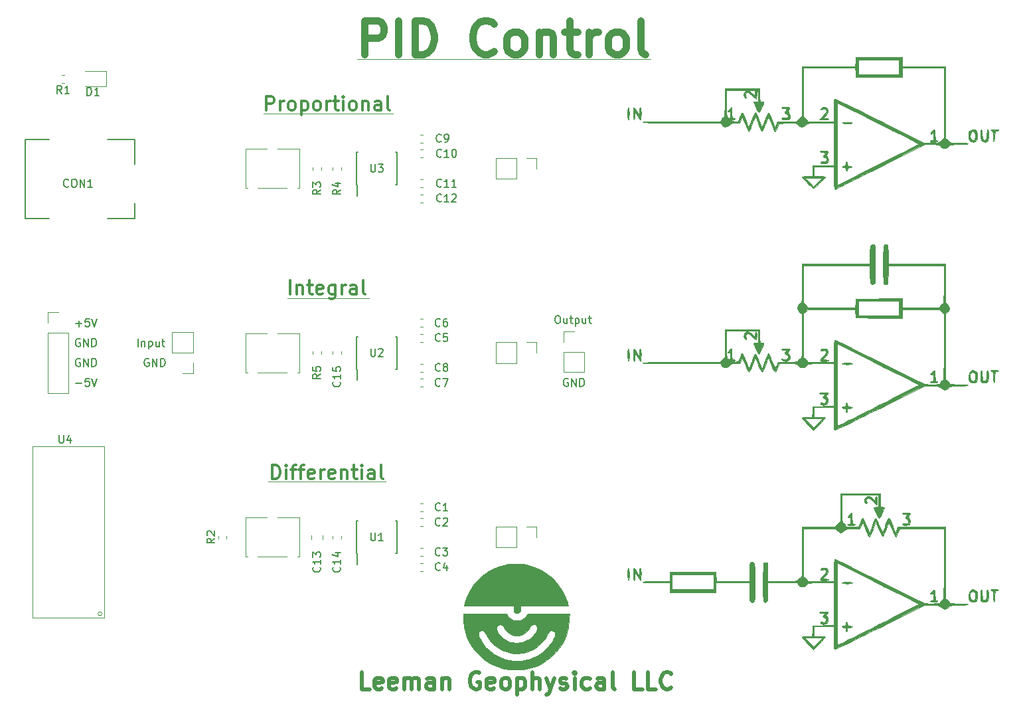
<source format=gbr>
%TF.GenerationSoftware,KiCad,Pcbnew,(5.1.7)-1*%
%TF.CreationDate,2021-04-26T16:00:27-05:00*%
%TF.ProjectId,PID Demo Board,50494420-4465-46d6-9f20-426f6172642e,1.0*%
%TF.SameCoordinates,Original*%
%TF.FileFunction,Legend,Top*%
%TF.FilePolarity,Positive*%
%FSLAX46Y46*%
G04 Gerber Fmt 4.6, Leading zero omitted, Abs format (unit mm)*
G04 Created by KiCad (PCBNEW (5.1.7)-1) date 2021-04-26 16:00:27*
%MOMM*%
%LPD*%
G01*
G04 APERTURE LIST*
%ADD10C,0.150000*%
%ADD11C,0.539750*%
%ADD12C,0.120000*%
%ADD13C,0.889000*%
%ADD14C,0.330200*%
%ADD15C,0.010000*%
%ADD16C,0.100000*%
G04 APERTURE END LIST*
D10*
X144915190Y-115911380D02*
X145105666Y-115911380D01*
X145200904Y-115959000D01*
X145296142Y-116054238D01*
X145343761Y-116244714D01*
X145343761Y-116578047D01*
X145296142Y-116768523D01*
X145200904Y-116863761D01*
X145105666Y-116911380D01*
X144915190Y-116911380D01*
X144819952Y-116863761D01*
X144724714Y-116768523D01*
X144677095Y-116578047D01*
X144677095Y-116244714D01*
X144724714Y-116054238D01*
X144819952Y-115959000D01*
X144915190Y-115911380D01*
X146200904Y-116244714D02*
X146200904Y-116911380D01*
X145772333Y-116244714D02*
X145772333Y-116768523D01*
X145819952Y-116863761D01*
X145915190Y-116911380D01*
X146058047Y-116911380D01*
X146153285Y-116863761D01*
X146200904Y-116816142D01*
X146534238Y-116244714D02*
X146915190Y-116244714D01*
X146677095Y-115911380D02*
X146677095Y-116768523D01*
X146724714Y-116863761D01*
X146819952Y-116911380D01*
X146915190Y-116911380D01*
X147248523Y-116244714D02*
X147248523Y-117244714D01*
X147248523Y-116292333D02*
X147343761Y-116244714D01*
X147534238Y-116244714D01*
X147629476Y-116292333D01*
X147677095Y-116339952D01*
X147724714Y-116435190D01*
X147724714Y-116720904D01*
X147677095Y-116816142D01*
X147629476Y-116863761D01*
X147534238Y-116911380D01*
X147343761Y-116911380D01*
X147248523Y-116863761D01*
X148581857Y-116244714D02*
X148581857Y-116911380D01*
X148153285Y-116244714D02*
X148153285Y-116768523D01*
X148200904Y-116863761D01*
X148296142Y-116911380D01*
X148439000Y-116911380D01*
X148534238Y-116863761D01*
X148581857Y-116816142D01*
X148915190Y-116244714D02*
X149296142Y-116244714D01*
X149058047Y-115911380D02*
X149058047Y-116768523D01*
X149105666Y-116863761D01*
X149200904Y-116911380D01*
X149296142Y-116911380D01*
X146304095Y-123960000D02*
X146208857Y-123912380D01*
X146066000Y-123912380D01*
X145923142Y-123960000D01*
X145827904Y-124055238D01*
X145780285Y-124150476D01*
X145732666Y-124340952D01*
X145732666Y-124483809D01*
X145780285Y-124674285D01*
X145827904Y-124769523D01*
X145923142Y-124864761D01*
X146066000Y-124912380D01*
X146161238Y-124912380D01*
X146304095Y-124864761D01*
X146351714Y-124817142D01*
X146351714Y-124483809D01*
X146161238Y-124483809D01*
X146780285Y-124912380D02*
X146780285Y-123912380D01*
X147351714Y-124912380D01*
X147351714Y-123912380D01*
X147827904Y-124912380D02*
X147827904Y-123912380D01*
X148066000Y-123912380D01*
X148208857Y-123960000D01*
X148304095Y-124055238D01*
X148351714Y-124150476D01*
X148399333Y-124340952D01*
X148399333Y-124483809D01*
X148351714Y-124674285D01*
X148304095Y-124769523D01*
X148208857Y-124864761D01*
X148066000Y-124912380D01*
X147827904Y-124912380D01*
X91448142Y-119832380D02*
X91448142Y-118832380D01*
X91924333Y-119165714D02*
X91924333Y-119832380D01*
X91924333Y-119260952D02*
X91971952Y-119213333D01*
X92067190Y-119165714D01*
X92210047Y-119165714D01*
X92305285Y-119213333D01*
X92352904Y-119308571D01*
X92352904Y-119832380D01*
X92829095Y-119165714D02*
X92829095Y-120165714D01*
X92829095Y-119213333D02*
X92924333Y-119165714D01*
X93114809Y-119165714D01*
X93210047Y-119213333D01*
X93257666Y-119260952D01*
X93305285Y-119356190D01*
X93305285Y-119641904D01*
X93257666Y-119737142D01*
X93210047Y-119784761D01*
X93114809Y-119832380D01*
X92924333Y-119832380D01*
X92829095Y-119784761D01*
X94162428Y-119165714D02*
X94162428Y-119832380D01*
X93733857Y-119165714D02*
X93733857Y-119689523D01*
X93781476Y-119784761D01*
X93876714Y-119832380D01*
X94019571Y-119832380D01*
X94114809Y-119784761D01*
X94162428Y-119737142D01*
X94495761Y-119165714D02*
X94876714Y-119165714D01*
X94638619Y-118832380D02*
X94638619Y-119689523D01*
X94686238Y-119784761D01*
X94781476Y-119832380D01*
X94876714Y-119832380D01*
X92837095Y-121420000D02*
X92741857Y-121372380D01*
X92599000Y-121372380D01*
X92456142Y-121420000D01*
X92360904Y-121515238D01*
X92313285Y-121610476D01*
X92265666Y-121800952D01*
X92265666Y-121943809D01*
X92313285Y-122134285D01*
X92360904Y-122229523D01*
X92456142Y-122324761D01*
X92599000Y-122372380D01*
X92694238Y-122372380D01*
X92837095Y-122324761D01*
X92884714Y-122277142D01*
X92884714Y-121943809D01*
X92694238Y-121943809D01*
X93313285Y-122372380D02*
X93313285Y-121372380D01*
X93884714Y-122372380D01*
X93884714Y-121372380D01*
X94360904Y-122372380D02*
X94360904Y-121372380D01*
X94599000Y-121372380D01*
X94741857Y-121420000D01*
X94837095Y-121515238D01*
X94884714Y-121610476D01*
X94932333Y-121800952D01*
X94932333Y-121943809D01*
X94884714Y-122134285D01*
X94837095Y-122229523D01*
X94741857Y-122324761D01*
X94599000Y-122372380D01*
X94360904Y-122372380D01*
X83550285Y-116911428D02*
X84312190Y-116911428D01*
X83931238Y-117292380D02*
X83931238Y-116530476D01*
X85264571Y-116292380D02*
X84788380Y-116292380D01*
X84740761Y-116768571D01*
X84788380Y-116720952D01*
X84883619Y-116673333D01*
X85121714Y-116673333D01*
X85216952Y-116720952D01*
X85264571Y-116768571D01*
X85312190Y-116863809D01*
X85312190Y-117101904D01*
X85264571Y-117197142D01*
X85216952Y-117244761D01*
X85121714Y-117292380D01*
X84883619Y-117292380D01*
X84788380Y-117244761D01*
X84740761Y-117197142D01*
X85597904Y-116292380D02*
X85931238Y-117292380D01*
X86264571Y-116292380D01*
X84074095Y-118880000D02*
X83978857Y-118832380D01*
X83836000Y-118832380D01*
X83693142Y-118880000D01*
X83597904Y-118975238D01*
X83550285Y-119070476D01*
X83502666Y-119260952D01*
X83502666Y-119403809D01*
X83550285Y-119594285D01*
X83597904Y-119689523D01*
X83693142Y-119784761D01*
X83836000Y-119832380D01*
X83931238Y-119832380D01*
X84074095Y-119784761D01*
X84121714Y-119737142D01*
X84121714Y-119403809D01*
X83931238Y-119403809D01*
X84550285Y-119832380D02*
X84550285Y-118832380D01*
X85121714Y-119832380D01*
X85121714Y-118832380D01*
X85597904Y-119832380D02*
X85597904Y-118832380D01*
X85836000Y-118832380D01*
X85978857Y-118880000D01*
X86074095Y-118975238D01*
X86121714Y-119070476D01*
X86169333Y-119260952D01*
X86169333Y-119403809D01*
X86121714Y-119594285D01*
X86074095Y-119689523D01*
X85978857Y-119784761D01*
X85836000Y-119832380D01*
X85597904Y-119832380D01*
X84074095Y-121420000D02*
X83978857Y-121372380D01*
X83836000Y-121372380D01*
X83693142Y-121420000D01*
X83597904Y-121515238D01*
X83550285Y-121610476D01*
X83502666Y-121800952D01*
X83502666Y-121943809D01*
X83550285Y-122134285D01*
X83597904Y-122229523D01*
X83693142Y-122324761D01*
X83836000Y-122372380D01*
X83931238Y-122372380D01*
X84074095Y-122324761D01*
X84121714Y-122277142D01*
X84121714Y-121943809D01*
X83931238Y-121943809D01*
X84550285Y-122372380D02*
X84550285Y-121372380D01*
X85121714Y-122372380D01*
X85121714Y-121372380D01*
X85597904Y-122372380D02*
X85597904Y-121372380D01*
X85836000Y-121372380D01*
X85978857Y-121420000D01*
X86074095Y-121515238D01*
X86121714Y-121610476D01*
X86169333Y-121800952D01*
X86169333Y-121943809D01*
X86121714Y-122134285D01*
X86074095Y-122229523D01*
X85978857Y-122324761D01*
X85836000Y-122372380D01*
X85597904Y-122372380D01*
X83550285Y-124531428D02*
X84312190Y-124531428D01*
X85264571Y-123912380D02*
X84788380Y-123912380D01*
X84740761Y-124388571D01*
X84788380Y-124340952D01*
X84883619Y-124293333D01*
X85121714Y-124293333D01*
X85216952Y-124340952D01*
X85264571Y-124388571D01*
X85312190Y-124483809D01*
X85312190Y-124721904D01*
X85264571Y-124817142D01*
X85216952Y-124864761D01*
X85121714Y-124912380D01*
X84883619Y-124912380D01*
X84788380Y-124864761D01*
X84740761Y-124817142D01*
X85597904Y-123912380D02*
X85931238Y-124912380D01*
X86264571Y-123912380D01*
D11*
X121040071Y-163536690D02*
X120011976Y-163536690D01*
X120011976Y-161377690D01*
X122582214Y-163433880D02*
X122376595Y-163536690D01*
X121965357Y-163536690D01*
X121759738Y-163433880D01*
X121656928Y-163228261D01*
X121656928Y-162405785D01*
X121759738Y-162200166D01*
X121965357Y-162097357D01*
X122376595Y-162097357D01*
X122582214Y-162200166D01*
X122685023Y-162405785D01*
X122685023Y-162611404D01*
X121656928Y-162817023D01*
X124432785Y-163433880D02*
X124227166Y-163536690D01*
X123815928Y-163536690D01*
X123610309Y-163433880D01*
X123507500Y-163228261D01*
X123507500Y-162405785D01*
X123610309Y-162200166D01*
X123815928Y-162097357D01*
X124227166Y-162097357D01*
X124432785Y-162200166D01*
X124535595Y-162405785D01*
X124535595Y-162611404D01*
X123507500Y-162817023D01*
X125460880Y-163536690D02*
X125460880Y-162097357D01*
X125460880Y-162302976D02*
X125563690Y-162200166D01*
X125769309Y-162097357D01*
X126077738Y-162097357D01*
X126283357Y-162200166D01*
X126386166Y-162405785D01*
X126386166Y-163536690D01*
X126386166Y-162405785D02*
X126488976Y-162200166D01*
X126694595Y-162097357D01*
X127003023Y-162097357D01*
X127208642Y-162200166D01*
X127311452Y-162405785D01*
X127311452Y-163536690D01*
X129264833Y-163536690D02*
X129264833Y-162405785D01*
X129162023Y-162200166D01*
X128956404Y-162097357D01*
X128545166Y-162097357D01*
X128339547Y-162200166D01*
X129264833Y-163433880D02*
X129059214Y-163536690D01*
X128545166Y-163536690D01*
X128339547Y-163433880D01*
X128236738Y-163228261D01*
X128236738Y-163022642D01*
X128339547Y-162817023D01*
X128545166Y-162714214D01*
X129059214Y-162714214D01*
X129264833Y-162611404D01*
X130292928Y-162097357D02*
X130292928Y-163536690D01*
X130292928Y-162302976D02*
X130395738Y-162200166D01*
X130601357Y-162097357D01*
X130909785Y-162097357D01*
X131115404Y-162200166D01*
X131218214Y-162405785D01*
X131218214Y-163536690D01*
X135022166Y-161480500D02*
X134816547Y-161377690D01*
X134508119Y-161377690D01*
X134199690Y-161480500D01*
X133994071Y-161686119D01*
X133891261Y-161891738D01*
X133788452Y-162302976D01*
X133788452Y-162611404D01*
X133891261Y-163022642D01*
X133994071Y-163228261D01*
X134199690Y-163433880D01*
X134508119Y-163536690D01*
X134713738Y-163536690D01*
X135022166Y-163433880D01*
X135124976Y-163331071D01*
X135124976Y-162611404D01*
X134713738Y-162611404D01*
X136872738Y-163433880D02*
X136667119Y-163536690D01*
X136255880Y-163536690D01*
X136050261Y-163433880D01*
X135947452Y-163228261D01*
X135947452Y-162405785D01*
X136050261Y-162200166D01*
X136255880Y-162097357D01*
X136667119Y-162097357D01*
X136872738Y-162200166D01*
X136975547Y-162405785D01*
X136975547Y-162611404D01*
X135947452Y-162817023D01*
X138209261Y-163536690D02*
X138003642Y-163433880D01*
X137900833Y-163331071D01*
X137798023Y-163125452D01*
X137798023Y-162508595D01*
X137900833Y-162302976D01*
X138003642Y-162200166D01*
X138209261Y-162097357D01*
X138517690Y-162097357D01*
X138723309Y-162200166D01*
X138826119Y-162302976D01*
X138928928Y-162508595D01*
X138928928Y-163125452D01*
X138826119Y-163331071D01*
X138723309Y-163433880D01*
X138517690Y-163536690D01*
X138209261Y-163536690D01*
X139854214Y-162097357D02*
X139854214Y-164256357D01*
X139854214Y-162200166D02*
X140059833Y-162097357D01*
X140471071Y-162097357D01*
X140676690Y-162200166D01*
X140779500Y-162302976D01*
X140882309Y-162508595D01*
X140882309Y-163125452D01*
X140779500Y-163331071D01*
X140676690Y-163433880D01*
X140471071Y-163536690D01*
X140059833Y-163536690D01*
X139854214Y-163433880D01*
X141807595Y-163536690D02*
X141807595Y-161377690D01*
X142732880Y-163536690D02*
X142732880Y-162405785D01*
X142630071Y-162200166D01*
X142424452Y-162097357D01*
X142116023Y-162097357D01*
X141910404Y-162200166D01*
X141807595Y-162302976D01*
X143555357Y-162097357D02*
X144069404Y-163536690D01*
X144583452Y-162097357D02*
X144069404Y-163536690D01*
X143863785Y-164050738D01*
X143760976Y-164153547D01*
X143555357Y-164256357D01*
X145303119Y-163433880D02*
X145508738Y-163536690D01*
X145919976Y-163536690D01*
X146125595Y-163433880D01*
X146228404Y-163228261D01*
X146228404Y-163125452D01*
X146125595Y-162919833D01*
X145919976Y-162817023D01*
X145611547Y-162817023D01*
X145405928Y-162714214D01*
X145303119Y-162508595D01*
X145303119Y-162405785D01*
X145405928Y-162200166D01*
X145611547Y-162097357D01*
X145919976Y-162097357D01*
X146125595Y-162200166D01*
X147153690Y-163536690D02*
X147153690Y-162097357D01*
X147153690Y-161377690D02*
X147050880Y-161480500D01*
X147153690Y-161583309D01*
X147256500Y-161480500D01*
X147153690Y-161377690D01*
X147153690Y-161583309D01*
X149107071Y-163433880D02*
X148901452Y-163536690D01*
X148490214Y-163536690D01*
X148284595Y-163433880D01*
X148181785Y-163331071D01*
X148078976Y-163125452D01*
X148078976Y-162508595D01*
X148181785Y-162302976D01*
X148284595Y-162200166D01*
X148490214Y-162097357D01*
X148901452Y-162097357D01*
X149107071Y-162200166D01*
X150957642Y-163536690D02*
X150957642Y-162405785D01*
X150854833Y-162200166D01*
X150649214Y-162097357D01*
X150237976Y-162097357D01*
X150032357Y-162200166D01*
X150957642Y-163433880D02*
X150752023Y-163536690D01*
X150237976Y-163536690D01*
X150032357Y-163433880D01*
X149929547Y-163228261D01*
X149929547Y-163022642D01*
X150032357Y-162817023D01*
X150237976Y-162714214D01*
X150752023Y-162714214D01*
X150957642Y-162611404D01*
X152294166Y-163536690D02*
X152088547Y-163433880D01*
X151985738Y-163228261D01*
X151985738Y-161377690D01*
X155789690Y-163536690D02*
X154761595Y-163536690D01*
X154761595Y-161377690D01*
X157537452Y-163536690D02*
X156509357Y-163536690D01*
X156509357Y-161377690D01*
X159490833Y-163331071D02*
X159388023Y-163433880D01*
X159079595Y-163536690D01*
X158873976Y-163536690D01*
X158565547Y-163433880D01*
X158359928Y-163228261D01*
X158257119Y-163022642D01*
X158154309Y-162611404D01*
X158154309Y-162302976D01*
X158257119Y-161891738D01*
X158359928Y-161686119D01*
X158565547Y-161480500D01*
X158873976Y-161377690D01*
X159079595Y-161377690D01*
X159388023Y-161480500D01*
X159490833Y-161583309D01*
D12*
X120015000Y-83185000D02*
X119380000Y-83185000D01*
X156845000Y-83185000D02*
X120015000Y-83185000D01*
D13*
X120371809Y-82598380D02*
X120371809Y-78280380D01*
X122016761Y-78280380D01*
X122428000Y-78486000D01*
X122633619Y-78691619D01*
X122839238Y-79102857D01*
X122839238Y-79719714D01*
X122633619Y-80130952D01*
X122428000Y-80336571D01*
X122016761Y-80542190D01*
X120371809Y-80542190D01*
X124689809Y-82598380D02*
X124689809Y-78280380D01*
X126746000Y-82598380D02*
X126746000Y-78280380D01*
X127774095Y-78280380D01*
X128390952Y-78486000D01*
X128802190Y-78897238D01*
X129007809Y-79308476D01*
X129213428Y-80130952D01*
X129213428Y-80747809D01*
X129007809Y-81570285D01*
X128802190Y-81981523D01*
X128390952Y-82392761D01*
X127774095Y-82598380D01*
X126746000Y-82598380D01*
X136821333Y-82187142D02*
X136615714Y-82392761D01*
X135998857Y-82598380D01*
X135587619Y-82598380D01*
X134970761Y-82392761D01*
X134559523Y-81981523D01*
X134353904Y-81570285D01*
X134148285Y-80747809D01*
X134148285Y-80130952D01*
X134353904Y-79308476D01*
X134559523Y-78897238D01*
X134970761Y-78486000D01*
X135587619Y-78280380D01*
X135998857Y-78280380D01*
X136615714Y-78486000D01*
X136821333Y-78691619D01*
X139288761Y-82598380D02*
X138877523Y-82392761D01*
X138671904Y-82187142D01*
X138466285Y-81775904D01*
X138466285Y-80542190D01*
X138671904Y-80130952D01*
X138877523Y-79925333D01*
X139288761Y-79719714D01*
X139905619Y-79719714D01*
X140316857Y-79925333D01*
X140522476Y-80130952D01*
X140728095Y-80542190D01*
X140728095Y-81775904D01*
X140522476Y-82187142D01*
X140316857Y-82392761D01*
X139905619Y-82598380D01*
X139288761Y-82598380D01*
X142578666Y-79719714D02*
X142578666Y-82598380D01*
X142578666Y-80130952D02*
X142784285Y-79925333D01*
X143195523Y-79719714D01*
X143812380Y-79719714D01*
X144223619Y-79925333D01*
X144429238Y-80336571D01*
X144429238Y-82598380D01*
X145868571Y-79719714D02*
X147513523Y-79719714D01*
X146485428Y-78280380D02*
X146485428Y-81981523D01*
X146691047Y-82392761D01*
X147102285Y-82598380D01*
X147513523Y-82598380D01*
X148952857Y-82598380D02*
X148952857Y-79719714D01*
X148952857Y-80542190D02*
X149158476Y-80130952D01*
X149364095Y-79925333D01*
X149775333Y-79719714D01*
X150186571Y-79719714D01*
X152242761Y-82598380D02*
X151831523Y-82392761D01*
X151625904Y-82187142D01*
X151420285Y-81775904D01*
X151420285Y-80542190D01*
X151625904Y-80130952D01*
X151831523Y-79925333D01*
X152242761Y-79719714D01*
X152859619Y-79719714D01*
X153270857Y-79925333D01*
X153476476Y-80130952D01*
X153682095Y-80542190D01*
X153682095Y-81775904D01*
X153476476Y-82187142D01*
X153270857Y-82392761D01*
X152859619Y-82598380D01*
X152242761Y-82598380D01*
X156149523Y-82598380D02*
X155738285Y-82392761D01*
X155532666Y-81981523D01*
X155532666Y-78280380D01*
D12*
X123952000Y-90170000D02*
X107442000Y-90170000D01*
D14*
X107780666Y-89704333D02*
X107780666Y-87926333D01*
X108458000Y-87926333D01*
X108627333Y-88011000D01*
X108712000Y-88095666D01*
X108796666Y-88265000D01*
X108796666Y-88519000D01*
X108712000Y-88688333D01*
X108627333Y-88773000D01*
X108458000Y-88857666D01*
X107780666Y-88857666D01*
X109558666Y-89704333D02*
X109558666Y-88519000D01*
X109558666Y-88857666D02*
X109643333Y-88688333D01*
X109728000Y-88603666D01*
X109897333Y-88519000D01*
X110066666Y-88519000D01*
X110913333Y-89704333D02*
X110744000Y-89619666D01*
X110659333Y-89535000D01*
X110574666Y-89365666D01*
X110574666Y-88857666D01*
X110659333Y-88688333D01*
X110744000Y-88603666D01*
X110913333Y-88519000D01*
X111167333Y-88519000D01*
X111336666Y-88603666D01*
X111421333Y-88688333D01*
X111506000Y-88857666D01*
X111506000Y-89365666D01*
X111421333Y-89535000D01*
X111336666Y-89619666D01*
X111167333Y-89704333D01*
X110913333Y-89704333D01*
X112268000Y-88519000D02*
X112268000Y-90297000D01*
X112268000Y-88603666D02*
X112437333Y-88519000D01*
X112776000Y-88519000D01*
X112945333Y-88603666D01*
X113030000Y-88688333D01*
X113114666Y-88857666D01*
X113114666Y-89365666D01*
X113030000Y-89535000D01*
X112945333Y-89619666D01*
X112776000Y-89704333D01*
X112437333Y-89704333D01*
X112268000Y-89619666D01*
X114130666Y-89704333D02*
X113961333Y-89619666D01*
X113876666Y-89535000D01*
X113792000Y-89365666D01*
X113792000Y-88857666D01*
X113876666Y-88688333D01*
X113961333Y-88603666D01*
X114130666Y-88519000D01*
X114384666Y-88519000D01*
X114554000Y-88603666D01*
X114638666Y-88688333D01*
X114723333Y-88857666D01*
X114723333Y-89365666D01*
X114638666Y-89535000D01*
X114554000Y-89619666D01*
X114384666Y-89704333D01*
X114130666Y-89704333D01*
X115485333Y-89704333D02*
X115485333Y-88519000D01*
X115485333Y-88857666D02*
X115570000Y-88688333D01*
X115654666Y-88603666D01*
X115824000Y-88519000D01*
X115993333Y-88519000D01*
X116332000Y-88519000D02*
X117009333Y-88519000D01*
X116586000Y-87926333D02*
X116586000Y-89450333D01*
X116670666Y-89619666D01*
X116840000Y-89704333D01*
X117009333Y-89704333D01*
X117602000Y-89704333D02*
X117602000Y-88519000D01*
X117602000Y-87926333D02*
X117517333Y-88011000D01*
X117602000Y-88095666D01*
X117686666Y-88011000D01*
X117602000Y-87926333D01*
X117602000Y-88095666D01*
X118702666Y-89704333D02*
X118533333Y-89619666D01*
X118448666Y-89535000D01*
X118364000Y-89365666D01*
X118364000Y-88857666D01*
X118448666Y-88688333D01*
X118533333Y-88603666D01*
X118702666Y-88519000D01*
X118956666Y-88519000D01*
X119126000Y-88603666D01*
X119210666Y-88688333D01*
X119295333Y-88857666D01*
X119295333Y-89365666D01*
X119210666Y-89535000D01*
X119126000Y-89619666D01*
X118956666Y-89704333D01*
X118702666Y-89704333D01*
X120057333Y-88519000D02*
X120057333Y-89704333D01*
X120057333Y-88688333D02*
X120142000Y-88603666D01*
X120311333Y-88519000D01*
X120565333Y-88519000D01*
X120734666Y-88603666D01*
X120819333Y-88773000D01*
X120819333Y-89704333D01*
X122428000Y-89704333D02*
X122428000Y-88773000D01*
X122343333Y-88603666D01*
X122174000Y-88519000D01*
X121835333Y-88519000D01*
X121666000Y-88603666D01*
X122428000Y-89619666D02*
X122258666Y-89704333D01*
X121835333Y-89704333D01*
X121666000Y-89619666D01*
X121581333Y-89450333D01*
X121581333Y-89281000D01*
X121666000Y-89111666D01*
X121835333Y-89027000D01*
X122258666Y-89027000D01*
X122428000Y-88942333D01*
X123528666Y-89704333D02*
X123359333Y-89619666D01*
X123274666Y-89450333D01*
X123274666Y-87926333D01*
D12*
X120904000Y-113665000D02*
X110490000Y-113665000D01*
D14*
X110871000Y-113199333D02*
X110871000Y-111421333D01*
X111717666Y-112014000D02*
X111717666Y-113199333D01*
X111717666Y-112183333D02*
X111802333Y-112098666D01*
X111971666Y-112014000D01*
X112225666Y-112014000D01*
X112395000Y-112098666D01*
X112479666Y-112268000D01*
X112479666Y-113199333D01*
X113072333Y-112014000D02*
X113749666Y-112014000D01*
X113326333Y-111421333D02*
X113326333Y-112945333D01*
X113411000Y-113114666D01*
X113580333Y-113199333D01*
X113749666Y-113199333D01*
X115019666Y-113114666D02*
X114850333Y-113199333D01*
X114511666Y-113199333D01*
X114342333Y-113114666D01*
X114257666Y-112945333D01*
X114257666Y-112268000D01*
X114342333Y-112098666D01*
X114511666Y-112014000D01*
X114850333Y-112014000D01*
X115019666Y-112098666D01*
X115104333Y-112268000D01*
X115104333Y-112437333D01*
X114257666Y-112606666D01*
X116628333Y-112014000D02*
X116628333Y-113453333D01*
X116543666Y-113622666D01*
X116459000Y-113707333D01*
X116289666Y-113792000D01*
X116035666Y-113792000D01*
X115866333Y-113707333D01*
X116628333Y-113114666D02*
X116459000Y-113199333D01*
X116120333Y-113199333D01*
X115951000Y-113114666D01*
X115866333Y-113030000D01*
X115781666Y-112860666D01*
X115781666Y-112352666D01*
X115866333Y-112183333D01*
X115951000Y-112098666D01*
X116120333Y-112014000D01*
X116459000Y-112014000D01*
X116628333Y-112098666D01*
X117475000Y-113199333D02*
X117475000Y-112014000D01*
X117475000Y-112352666D02*
X117559666Y-112183333D01*
X117644333Y-112098666D01*
X117813666Y-112014000D01*
X117983000Y-112014000D01*
X119337666Y-113199333D02*
X119337666Y-112268000D01*
X119253000Y-112098666D01*
X119083666Y-112014000D01*
X118745000Y-112014000D01*
X118575666Y-112098666D01*
X119337666Y-113114666D02*
X119168333Y-113199333D01*
X118745000Y-113199333D01*
X118575666Y-113114666D01*
X118491000Y-112945333D01*
X118491000Y-112776000D01*
X118575666Y-112606666D01*
X118745000Y-112522000D01*
X119168333Y-112522000D01*
X119337666Y-112437333D01*
X120438333Y-113199333D02*
X120269000Y-113114666D01*
X120184333Y-112945333D01*
X120184333Y-111421333D01*
D12*
X123063000Y-137033000D02*
X108077000Y-137033000D01*
D14*
X108585000Y-136694333D02*
X108585000Y-134916333D01*
X109008333Y-134916333D01*
X109262333Y-135001000D01*
X109431666Y-135170333D01*
X109516333Y-135339666D01*
X109601000Y-135678333D01*
X109601000Y-135932333D01*
X109516333Y-136271000D01*
X109431666Y-136440333D01*
X109262333Y-136609666D01*
X109008333Y-136694333D01*
X108585000Y-136694333D01*
X110363000Y-136694333D02*
X110363000Y-135509000D01*
X110363000Y-134916333D02*
X110278333Y-135001000D01*
X110363000Y-135085666D01*
X110447666Y-135001000D01*
X110363000Y-134916333D01*
X110363000Y-135085666D01*
X110955666Y-135509000D02*
X111633000Y-135509000D01*
X111209666Y-136694333D02*
X111209666Y-135170333D01*
X111294333Y-135001000D01*
X111463666Y-134916333D01*
X111633000Y-134916333D01*
X111971666Y-135509000D02*
X112649000Y-135509000D01*
X112225666Y-136694333D02*
X112225666Y-135170333D01*
X112310333Y-135001000D01*
X112479666Y-134916333D01*
X112649000Y-134916333D01*
X113919000Y-136609666D02*
X113749666Y-136694333D01*
X113411000Y-136694333D01*
X113241666Y-136609666D01*
X113157000Y-136440333D01*
X113157000Y-135763000D01*
X113241666Y-135593666D01*
X113411000Y-135509000D01*
X113749666Y-135509000D01*
X113919000Y-135593666D01*
X114003666Y-135763000D01*
X114003666Y-135932333D01*
X113157000Y-136101666D01*
X114765666Y-136694333D02*
X114765666Y-135509000D01*
X114765666Y-135847666D02*
X114850333Y-135678333D01*
X114935000Y-135593666D01*
X115104333Y-135509000D01*
X115273666Y-135509000D01*
X116543666Y-136609666D02*
X116374333Y-136694333D01*
X116035666Y-136694333D01*
X115866333Y-136609666D01*
X115781666Y-136440333D01*
X115781666Y-135763000D01*
X115866333Y-135593666D01*
X116035666Y-135509000D01*
X116374333Y-135509000D01*
X116543666Y-135593666D01*
X116628333Y-135763000D01*
X116628333Y-135932333D01*
X115781666Y-136101666D01*
X117390333Y-135509000D02*
X117390333Y-136694333D01*
X117390333Y-135678333D02*
X117475000Y-135593666D01*
X117644333Y-135509000D01*
X117898333Y-135509000D01*
X118067666Y-135593666D01*
X118152333Y-135763000D01*
X118152333Y-136694333D01*
X118745000Y-135509000D02*
X119422333Y-135509000D01*
X118999000Y-134916333D02*
X118999000Y-136440333D01*
X119083666Y-136609666D01*
X119253000Y-136694333D01*
X119422333Y-136694333D01*
X120015000Y-136694333D02*
X120015000Y-135509000D01*
X120015000Y-134916333D02*
X119930333Y-135001000D01*
X120015000Y-135085666D01*
X120099666Y-135001000D01*
X120015000Y-134916333D01*
X120015000Y-135085666D01*
X121623666Y-136694333D02*
X121623666Y-135763000D01*
X121539000Y-135593666D01*
X121369666Y-135509000D01*
X121031000Y-135509000D01*
X120861666Y-135593666D01*
X121623666Y-136609666D02*
X121454333Y-136694333D01*
X121031000Y-136694333D01*
X120861666Y-136609666D01*
X120777000Y-136440333D01*
X120777000Y-136271000D01*
X120861666Y-136101666D01*
X121031000Y-136017000D01*
X121454333Y-136017000D01*
X121623666Y-135932333D01*
X122724333Y-136694333D02*
X122555000Y-136609666D01*
X122470333Y-136440333D01*
X122470333Y-134916333D01*
D15*
%TO.C,G\u002A\u002A\u002A*%
G36*
X186105800Y-139446000D02*
G01*
X186108132Y-139864195D01*
X186123016Y-140119422D01*
X186162286Y-140251911D01*
X186237773Y-140301894D01*
X186359800Y-140309600D01*
X186550772Y-140342101D01*
X186613800Y-140404503D01*
X186574012Y-140565851D01*
X186472684Y-140828147D01*
X186336864Y-141133647D01*
X186193603Y-141424609D01*
X186069949Y-141643290D01*
X185992953Y-141731948D01*
X185991931Y-141732000D01*
X185922009Y-141648481D01*
X185796757Y-141434681D01*
X185643984Y-141145729D01*
X185491497Y-140836756D01*
X185367105Y-140562895D01*
X185298617Y-140379276D01*
X185293000Y-140346347D01*
X185381481Y-140320522D01*
X185594600Y-140309602D01*
X185597800Y-140309600D01*
X185902600Y-140309600D01*
X185902600Y-138785600D01*
X181229000Y-138785600D01*
X181229000Y-140509225D01*
X181230517Y-141141518D01*
X181237228Y-141600765D01*
X181252369Y-141917111D01*
X181279175Y-142120700D01*
X181320882Y-142241677D01*
X181380728Y-142310186D01*
X181425319Y-142337917D01*
X181617736Y-142517519D01*
X181687428Y-142650270D01*
X181737801Y-142753113D01*
X181837510Y-142812169D01*
X182031059Y-142836426D01*
X182362952Y-142834871D01*
X182568397Y-142828177D01*
X183383577Y-142798800D01*
X183572894Y-142299274D01*
X183697705Y-141997388D01*
X183809049Y-141773738D01*
X183855161Y-141706798D01*
X183935508Y-141746044D01*
X184058767Y-141956119D01*
X184211039Y-142312759D01*
X184228523Y-142358724D01*
X184431233Y-142903459D01*
X184573545Y-143270044D01*
X184675685Y-143466846D01*
X184757882Y-143502234D01*
X184840363Y-143384577D01*
X184943355Y-143122244D01*
X185087086Y-142723604D01*
X185090177Y-142715215D01*
X185248839Y-142308600D01*
X185392661Y-141982372D01*
X185502267Y-141778293D01*
X185547000Y-141730672D01*
X185624136Y-141810025D01*
X185749564Y-142040773D01*
X185903107Y-142382995D01*
X186004146Y-142635138D01*
X186160380Y-143028810D01*
X186293144Y-143339251D01*
X186384405Y-143525563D01*
X186412289Y-143560800D01*
X186467763Y-143472049D01*
X186570058Y-143235471D01*
X186700450Y-142895577D01*
X186750789Y-142756141D01*
X186939436Y-142239462D01*
X187082197Y-141907377D01*
X187196447Y-141751377D01*
X187299564Y-141762954D01*
X187408922Y-141933601D01*
X187541899Y-142254809D01*
X187578348Y-142350939D01*
X187730911Y-142754440D01*
X187870681Y-143121188D01*
X187970076Y-143378843D01*
X187978114Y-143399337D01*
X188094492Y-143695074D01*
X188373524Y-142849600D01*
X194437000Y-142849600D01*
X194437000Y-151970229D01*
X194691000Y-152136657D01*
X194873754Y-152302508D01*
X194945000Y-152453142D01*
X194977795Y-152519200D01*
X195097030Y-152563194D01*
X195333979Y-152589140D01*
X195719916Y-152601054D01*
X196113400Y-152603200D01*
X196633285Y-152611668D01*
X197015877Y-152635653D01*
X197236639Y-152673019D01*
X197281800Y-152704800D01*
X197184595Y-152750505D01*
X196910083Y-152783993D01*
X196483913Y-152802953D01*
X196153422Y-152806400D01*
X195658775Y-152808750D01*
X195325513Y-152821131D01*
X195111832Y-152851537D01*
X194975925Y-152907964D01*
X194875987Y-152998405D01*
X194825248Y-153060400D01*
X194587654Y-153255696D01*
X194373974Y-153314400D01*
X194131510Y-153242011D01*
X193893460Y-153067169D01*
X193887098Y-153060400D01*
X193763178Y-152942195D01*
X193625330Y-152867684D01*
X193425775Y-152826875D01*
X193116735Y-152809778D01*
X192672392Y-152806400D01*
X191693087Y-152806400D01*
X186015250Y-155645673D01*
X185016517Y-156143650D01*
X184071800Y-156611879D01*
X183196680Y-157042821D01*
X182406741Y-157428937D01*
X181717565Y-157762690D01*
X181144734Y-158036539D01*
X180703831Y-158242947D01*
X180410437Y-158374373D01*
X180280136Y-158423280D01*
X180275207Y-158422740D01*
X180252621Y-158303736D01*
X180233696Y-158020300D01*
X180220076Y-157611191D01*
X180213402Y-157115167D01*
X180213000Y-156955066D01*
X180213000Y-155549600D01*
X177673000Y-155549600D01*
X177673000Y-156768800D01*
X178384200Y-156768800D01*
X178734739Y-156779097D01*
X178988748Y-156806196D01*
X179094839Y-156844406D01*
X179095400Y-156847542D01*
X179027518Y-156947369D01*
X178844006Y-157155583D01*
X178575063Y-157439068D01*
X178333491Y-157683108D01*
X177571583Y-158439932D01*
X176860291Y-157734090D01*
X176557019Y-157420684D01*
X176318148Y-157150120D01*
X176184641Y-156972000D01*
X176511541Y-156972000D01*
X177063400Y-157530800D01*
X177324667Y-157794516D01*
X177521077Y-157991176D01*
X177617747Y-158085900D01*
X177622200Y-158089600D01*
X177691224Y-158023024D01*
X177867947Y-157846551D01*
X178117487Y-157595064D01*
X178181000Y-157530800D01*
X178732858Y-156972000D01*
X176511541Y-156972000D01*
X176184641Y-156972000D01*
X176175369Y-156959630D01*
X176149000Y-156898524D01*
X176223188Y-156821111D01*
X176459758Y-156779357D01*
X176804757Y-156768800D01*
X177460515Y-156768800D01*
X177490557Y-156083000D01*
X177520600Y-155397200D01*
X180213000Y-155340502D01*
X180213000Y-152653804D01*
X180619400Y-152653804D01*
X180620363Y-153663500D01*
X180623128Y-154609087D01*
X180627511Y-155471611D01*
X180633325Y-156232117D01*
X180640385Y-156871652D01*
X180648507Y-157371262D01*
X180657503Y-157711994D01*
X180667190Y-157874892D01*
X180670590Y-157886400D01*
X180768331Y-157842222D01*
X181031438Y-157715070D01*
X181443615Y-157513013D01*
X181988567Y-157244121D01*
X182649998Y-156916463D01*
X183411612Y-156538108D01*
X184257113Y-156117127D01*
X185170205Y-155661588D01*
X185914148Y-155289824D01*
X186865807Y-154813039D01*
X187759861Y-154363398D01*
X188580347Y-153949047D01*
X189311300Y-153578131D01*
X189936754Y-153258794D01*
X190440745Y-152999183D01*
X190807308Y-152807441D01*
X191020478Y-152691714D01*
X191069958Y-152659417D01*
X190974891Y-152609054D01*
X190714242Y-152476111D01*
X190304243Y-152268747D01*
X189761127Y-151995124D01*
X189101125Y-151663401D01*
X188340470Y-151281739D01*
X187495394Y-150858297D01*
X186582129Y-150401236D01*
X185826400Y-150023397D01*
X180619400Y-147421209D01*
X180619400Y-152653804D01*
X180213000Y-152653804D01*
X180213000Y-149961600D01*
X178548285Y-149961600D01*
X177932222Y-149962347D01*
X177487477Y-149967539D01*
X177182164Y-149981596D01*
X176984401Y-150008943D01*
X176862304Y-150054001D01*
X176783989Y-150121194D01*
X176717573Y-150214943D01*
X176717142Y-150215600D01*
X176519225Y-150409183D01*
X176228809Y-150469324D01*
X176199800Y-150469600D01*
X175898644Y-150418152D01*
X175696510Y-150236467D01*
X175682457Y-150215600D01*
X175516029Y-149961600D01*
X171780200Y-149961600D01*
X171780200Y-151126425D01*
X171776591Y-151637279D01*
X171762197Y-151981898D01*
X171731662Y-152197173D01*
X171679634Y-152319994D01*
X171600759Y-152387255D01*
X171596925Y-152389336D01*
X171468662Y-152447173D01*
X171368940Y-152453471D01*
X171294542Y-152387975D01*
X171242253Y-152230430D01*
X171208855Y-151960582D01*
X171191133Y-151558176D01*
X171185870Y-151002957D01*
X171189850Y-150274670D01*
X171194152Y-149852861D01*
X171221400Y-147370800D01*
X171729400Y-147370800D01*
X171786648Y-149758400D01*
X173659449Y-149758400D01*
X174321796Y-149757093D01*
X174809745Y-149751266D01*
X175152094Y-149738063D01*
X175377639Y-149714623D01*
X175515175Y-149678090D01*
X175593499Y-149625604D01*
X175637317Y-149562080D01*
X175814836Y-149370449D01*
X175945692Y-149301234D01*
X176002295Y-149276794D01*
X176047287Y-149229145D01*
X176081998Y-149136948D01*
X176107760Y-148978862D01*
X176125905Y-148733547D01*
X176137764Y-148379664D01*
X176144670Y-147895872D01*
X176147953Y-147260832D01*
X176148945Y-146453203D01*
X176149000Y-146043153D01*
X176149000Y-143052800D01*
X176352200Y-143052800D01*
X176352200Y-149164430D01*
X176649184Y-149461415D01*
X176946169Y-149758400D01*
X180213000Y-149758400D01*
X180213000Y-148392796D01*
X180219800Y-147885649D01*
X180238432Y-147454792D01*
X180266246Y-147139422D01*
X180300590Y-146978738D01*
X180309398Y-146967614D01*
X180414798Y-147001469D01*
X180685841Y-147119423D01*
X181106825Y-147313899D01*
X181662047Y-147577318D01*
X182335806Y-147902105D01*
X183112401Y-148280680D01*
X183976129Y-148705468D01*
X184911289Y-149168891D01*
X185902179Y-149663371D01*
X186075198Y-149750054D01*
X191744600Y-152592072D01*
X192728353Y-152597636D01*
X193186171Y-152596494D01*
X193480617Y-152581948D01*
X193651424Y-152546689D01*
X193738330Y-152483413D01*
X193774950Y-152405197D01*
X193918469Y-152210160D01*
X194035797Y-152144350D01*
X194082950Y-152123379D01*
X194121958Y-152081259D01*
X194153592Y-152000157D01*
X194178625Y-151862241D01*
X194197827Y-151649678D01*
X194211969Y-151344637D01*
X194221824Y-150929285D01*
X194228162Y-150385791D01*
X194231756Y-149696321D01*
X194233375Y-148843043D01*
X194233792Y-147808126D01*
X194233800Y-147567153D01*
X194233800Y-143052800D01*
X188571412Y-143052800D01*
X188375387Y-143568696D01*
X188250332Y-143858245D01*
X188137589Y-144053200D01*
X188084079Y-144102096D01*
X188011032Y-144020642D01*
X187890822Y-143787128D01*
X187742616Y-143441560D01*
X187640409Y-143175968D01*
X187486861Y-142787402D01*
X187351057Y-142493260D01*
X187251075Y-142330067D01*
X187212932Y-142312368D01*
X187143625Y-142439285D01*
X187027776Y-142707799D01*
X186886524Y-143067912D01*
X186835416Y-143205200D01*
X186685943Y-143573923D01*
X186545037Y-143855326D01*
X186436063Y-144004944D01*
X186408302Y-144018000D01*
X186320368Y-143928823D01*
X186186802Y-143688547D01*
X186028562Y-143338051D01*
X185921985Y-143069381D01*
X185564355Y-142120763D01*
X185190178Y-143120181D01*
X185028219Y-143531603D01*
X184883551Y-143860783D01*
X184774560Y-144068040D01*
X184727146Y-144119600D01*
X184654449Y-144031009D01*
X184534082Y-143793669D01*
X184386615Y-143450233D01*
X184310642Y-143256000D01*
X184160338Y-142862079D01*
X184034985Y-142537680D01*
X183953627Y-142331906D01*
X183936309Y-142290800D01*
X183875703Y-142312982D01*
X183773854Y-142483389D01*
X183712301Y-142621000D01*
X183534976Y-143052800D01*
X182676054Y-143052800D01*
X182240373Y-143059115D01*
X181950619Y-143086392D01*
X181749700Y-143147123D01*
X181580520Y-143253801D01*
X181515271Y-143306800D01*
X181282490Y-143472205D01*
X181091554Y-143557610D01*
X181064186Y-143560800D01*
X180896018Y-143493527D01*
X180684055Y-143329307D01*
X180660963Y-143306800D01*
X180570265Y-143220494D01*
X180475439Y-143156356D01*
X180346933Y-143111095D01*
X180155193Y-143081422D01*
X179870664Y-143064045D01*
X179463792Y-143055674D01*
X178905023Y-143053019D01*
X178379581Y-143052800D01*
X176352200Y-143052800D01*
X176149000Y-143052800D01*
X176149000Y-142849600D01*
X180294279Y-142849600D01*
X180660039Y-142483840D01*
X181025800Y-142118080D01*
X181025800Y-138582400D01*
X186105800Y-138582400D01*
X186105800Y-139446000D01*
G37*
X186105800Y-139446000D02*
X186108132Y-139864195D01*
X186123016Y-140119422D01*
X186162286Y-140251911D01*
X186237773Y-140301894D01*
X186359800Y-140309600D01*
X186550772Y-140342101D01*
X186613800Y-140404503D01*
X186574012Y-140565851D01*
X186472684Y-140828147D01*
X186336864Y-141133647D01*
X186193603Y-141424609D01*
X186069949Y-141643290D01*
X185992953Y-141731948D01*
X185991931Y-141732000D01*
X185922009Y-141648481D01*
X185796757Y-141434681D01*
X185643984Y-141145729D01*
X185491497Y-140836756D01*
X185367105Y-140562895D01*
X185298617Y-140379276D01*
X185293000Y-140346347D01*
X185381481Y-140320522D01*
X185594600Y-140309602D01*
X185597800Y-140309600D01*
X185902600Y-140309600D01*
X185902600Y-138785600D01*
X181229000Y-138785600D01*
X181229000Y-140509225D01*
X181230517Y-141141518D01*
X181237228Y-141600765D01*
X181252369Y-141917111D01*
X181279175Y-142120700D01*
X181320882Y-142241677D01*
X181380728Y-142310186D01*
X181425319Y-142337917D01*
X181617736Y-142517519D01*
X181687428Y-142650270D01*
X181737801Y-142753113D01*
X181837510Y-142812169D01*
X182031059Y-142836426D01*
X182362952Y-142834871D01*
X182568397Y-142828177D01*
X183383577Y-142798800D01*
X183572894Y-142299274D01*
X183697705Y-141997388D01*
X183809049Y-141773738D01*
X183855161Y-141706798D01*
X183935508Y-141746044D01*
X184058767Y-141956119D01*
X184211039Y-142312759D01*
X184228523Y-142358724D01*
X184431233Y-142903459D01*
X184573545Y-143270044D01*
X184675685Y-143466846D01*
X184757882Y-143502234D01*
X184840363Y-143384577D01*
X184943355Y-143122244D01*
X185087086Y-142723604D01*
X185090177Y-142715215D01*
X185248839Y-142308600D01*
X185392661Y-141982372D01*
X185502267Y-141778293D01*
X185547000Y-141730672D01*
X185624136Y-141810025D01*
X185749564Y-142040773D01*
X185903107Y-142382995D01*
X186004146Y-142635138D01*
X186160380Y-143028810D01*
X186293144Y-143339251D01*
X186384405Y-143525563D01*
X186412289Y-143560800D01*
X186467763Y-143472049D01*
X186570058Y-143235471D01*
X186700450Y-142895577D01*
X186750789Y-142756141D01*
X186939436Y-142239462D01*
X187082197Y-141907377D01*
X187196447Y-141751377D01*
X187299564Y-141762954D01*
X187408922Y-141933601D01*
X187541899Y-142254809D01*
X187578348Y-142350939D01*
X187730911Y-142754440D01*
X187870681Y-143121188D01*
X187970076Y-143378843D01*
X187978114Y-143399337D01*
X188094492Y-143695074D01*
X188373524Y-142849600D01*
X194437000Y-142849600D01*
X194437000Y-151970229D01*
X194691000Y-152136657D01*
X194873754Y-152302508D01*
X194945000Y-152453142D01*
X194977795Y-152519200D01*
X195097030Y-152563194D01*
X195333979Y-152589140D01*
X195719916Y-152601054D01*
X196113400Y-152603200D01*
X196633285Y-152611668D01*
X197015877Y-152635653D01*
X197236639Y-152673019D01*
X197281800Y-152704800D01*
X197184595Y-152750505D01*
X196910083Y-152783993D01*
X196483913Y-152802953D01*
X196153422Y-152806400D01*
X195658775Y-152808750D01*
X195325513Y-152821131D01*
X195111832Y-152851537D01*
X194975925Y-152907964D01*
X194875987Y-152998405D01*
X194825248Y-153060400D01*
X194587654Y-153255696D01*
X194373974Y-153314400D01*
X194131510Y-153242011D01*
X193893460Y-153067169D01*
X193887098Y-153060400D01*
X193763178Y-152942195D01*
X193625330Y-152867684D01*
X193425775Y-152826875D01*
X193116735Y-152809778D01*
X192672392Y-152806400D01*
X191693087Y-152806400D01*
X186015250Y-155645673D01*
X185016517Y-156143650D01*
X184071800Y-156611879D01*
X183196680Y-157042821D01*
X182406741Y-157428937D01*
X181717565Y-157762690D01*
X181144734Y-158036539D01*
X180703831Y-158242947D01*
X180410437Y-158374373D01*
X180280136Y-158423280D01*
X180275207Y-158422740D01*
X180252621Y-158303736D01*
X180233696Y-158020300D01*
X180220076Y-157611191D01*
X180213402Y-157115167D01*
X180213000Y-156955066D01*
X180213000Y-155549600D01*
X177673000Y-155549600D01*
X177673000Y-156768800D01*
X178384200Y-156768800D01*
X178734739Y-156779097D01*
X178988748Y-156806196D01*
X179094839Y-156844406D01*
X179095400Y-156847542D01*
X179027518Y-156947369D01*
X178844006Y-157155583D01*
X178575063Y-157439068D01*
X178333491Y-157683108D01*
X177571583Y-158439932D01*
X176860291Y-157734090D01*
X176557019Y-157420684D01*
X176318148Y-157150120D01*
X176184641Y-156972000D01*
X176511541Y-156972000D01*
X177063400Y-157530800D01*
X177324667Y-157794516D01*
X177521077Y-157991176D01*
X177617747Y-158085900D01*
X177622200Y-158089600D01*
X177691224Y-158023024D01*
X177867947Y-157846551D01*
X178117487Y-157595064D01*
X178181000Y-157530800D01*
X178732858Y-156972000D01*
X176511541Y-156972000D01*
X176184641Y-156972000D01*
X176175369Y-156959630D01*
X176149000Y-156898524D01*
X176223188Y-156821111D01*
X176459758Y-156779357D01*
X176804757Y-156768800D01*
X177460515Y-156768800D01*
X177490557Y-156083000D01*
X177520600Y-155397200D01*
X180213000Y-155340502D01*
X180213000Y-152653804D01*
X180619400Y-152653804D01*
X180620363Y-153663500D01*
X180623128Y-154609087D01*
X180627511Y-155471611D01*
X180633325Y-156232117D01*
X180640385Y-156871652D01*
X180648507Y-157371262D01*
X180657503Y-157711994D01*
X180667190Y-157874892D01*
X180670590Y-157886400D01*
X180768331Y-157842222D01*
X181031438Y-157715070D01*
X181443615Y-157513013D01*
X181988567Y-157244121D01*
X182649998Y-156916463D01*
X183411612Y-156538108D01*
X184257113Y-156117127D01*
X185170205Y-155661588D01*
X185914148Y-155289824D01*
X186865807Y-154813039D01*
X187759861Y-154363398D01*
X188580347Y-153949047D01*
X189311300Y-153578131D01*
X189936754Y-153258794D01*
X190440745Y-152999183D01*
X190807308Y-152807441D01*
X191020478Y-152691714D01*
X191069958Y-152659417D01*
X190974891Y-152609054D01*
X190714242Y-152476111D01*
X190304243Y-152268747D01*
X189761127Y-151995124D01*
X189101125Y-151663401D01*
X188340470Y-151281739D01*
X187495394Y-150858297D01*
X186582129Y-150401236D01*
X185826400Y-150023397D01*
X180619400Y-147421209D01*
X180619400Y-152653804D01*
X180213000Y-152653804D01*
X180213000Y-149961600D01*
X178548285Y-149961600D01*
X177932222Y-149962347D01*
X177487477Y-149967539D01*
X177182164Y-149981596D01*
X176984401Y-150008943D01*
X176862304Y-150054001D01*
X176783989Y-150121194D01*
X176717573Y-150214943D01*
X176717142Y-150215600D01*
X176519225Y-150409183D01*
X176228809Y-150469324D01*
X176199800Y-150469600D01*
X175898644Y-150418152D01*
X175696510Y-150236467D01*
X175682457Y-150215600D01*
X175516029Y-149961600D01*
X171780200Y-149961600D01*
X171780200Y-151126425D01*
X171776591Y-151637279D01*
X171762197Y-151981898D01*
X171731662Y-152197173D01*
X171679634Y-152319994D01*
X171600759Y-152387255D01*
X171596925Y-152389336D01*
X171468662Y-152447173D01*
X171368940Y-152453471D01*
X171294542Y-152387975D01*
X171242253Y-152230430D01*
X171208855Y-151960582D01*
X171191133Y-151558176D01*
X171185870Y-151002957D01*
X171189850Y-150274670D01*
X171194152Y-149852861D01*
X171221400Y-147370800D01*
X171729400Y-147370800D01*
X171786648Y-149758400D01*
X173659449Y-149758400D01*
X174321796Y-149757093D01*
X174809745Y-149751266D01*
X175152094Y-149738063D01*
X175377639Y-149714623D01*
X175515175Y-149678090D01*
X175593499Y-149625604D01*
X175637317Y-149562080D01*
X175814836Y-149370449D01*
X175945692Y-149301234D01*
X176002295Y-149276794D01*
X176047287Y-149229145D01*
X176081998Y-149136948D01*
X176107760Y-148978862D01*
X176125905Y-148733547D01*
X176137764Y-148379664D01*
X176144670Y-147895872D01*
X176147953Y-147260832D01*
X176148945Y-146453203D01*
X176149000Y-146043153D01*
X176149000Y-143052800D01*
X176352200Y-143052800D01*
X176352200Y-149164430D01*
X176649184Y-149461415D01*
X176946169Y-149758400D01*
X180213000Y-149758400D01*
X180213000Y-148392796D01*
X180219800Y-147885649D01*
X180238432Y-147454792D01*
X180266246Y-147139422D01*
X180300590Y-146978738D01*
X180309398Y-146967614D01*
X180414798Y-147001469D01*
X180685841Y-147119423D01*
X181106825Y-147313899D01*
X181662047Y-147577318D01*
X182335806Y-147902105D01*
X183112401Y-148280680D01*
X183976129Y-148705468D01*
X184911289Y-149168891D01*
X185902179Y-149663371D01*
X186075198Y-149750054D01*
X191744600Y-152592072D01*
X192728353Y-152597636D01*
X193186171Y-152596494D01*
X193480617Y-152581948D01*
X193651424Y-152546689D01*
X193738330Y-152483413D01*
X193774950Y-152405197D01*
X193918469Y-152210160D01*
X194035797Y-152144350D01*
X194082950Y-152123379D01*
X194121958Y-152081259D01*
X194153592Y-152000157D01*
X194178625Y-151862241D01*
X194197827Y-151649678D01*
X194211969Y-151344637D01*
X194221824Y-150929285D01*
X194228162Y-150385791D01*
X194231756Y-149696321D01*
X194233375Y-148843043D01*
X194233792Y-147808126D01*
X194233800Y-147567153D01*
X194233800Y-143052800D01*
X188571412Y-143052800D01*
X188375387Y-143568696D01*
X188250332Y-143858245D01*
X188137589Y-144053200D01*
X188084079Y-144102096D01*
X188011032Y-144020642D01*
X187890822Y-143787128D01*
X187742616Y-143441560D01*
X187640409Y-143175968D01*
X187486861Y-142787402D01*
X187351057Y-142493260D01*
X187251075Y-142330067D01*
X187212932Y-142312368D01*
X187143625Y-142439285D01*
X187027776Y-142707799D01*
X186886524Y-143067912D01*
X186835416Y-143205200D01*
X186685943Y-143573923D01*
X186545037Y-143855326D01*
X186436063Y-144004944D01*
X186408302Y-144018000D01*
X186320368Y-143928823D01*
X186186802Y-143688547D01*
X186028562Y-143338051D01*
X185921985Y-143069381D01*
X185564355Y-142120763D01*
X185190178Y-143120181D01*
X185028219Y-143531603D01*
X184883551Y-143860783D01*
X184774560Y-144068040D01*
X184727146Y-144119600D01*
X184654449Y-144031009D01*
X184534082Y-143793669D01*
X184386615Y-143450233D01*
X184310642Y-143256000D01*
X184160338Y-142862079D01*
X184034985Y-142537680D01*
X183953627Y-142331906D01*
X183936309Y-142290800D01*
X183875703Y-142312982D01*
X183773854Y-142483389D01*
X183712301Y-142621000D01*
X183534976Y-143052800D01*
X182676054Y-143052800D01*
X182240373Y-143059115D01*
X181950619Y-143086392D01*
X181749700Y-143147123D01*
X181580520Y-143253801D01*
X181515271Y-143306800D01*
X181282490Y-143472205D01*
X181091554Y-143557610D01*
X181064186Y-143560800D01*
X180896018Y-143493527D01*
X180684055Y-143329307D01*
X180660963Y-143306800D01*
X180570265Y-143220494D01*
X180475439Y-143156356D01*
X180346933Y-143111095D01*
X180155193Y-143081422D01*
X179870664Y-143064045D01*
X179463792Y-143055674D01*
X178905023Y-143053019D01*
X178379581Y-143052800D01*
X176352200Y-143052800D01*
X176149000Y-143052800D01*
X176149000Y-142849600D01*
X180294279Y-142849600D01*
X180660039Y-142483840D01*
X181025800Y-142118080D01*
X181025800Y-138582400D01*
X186105800Y-138582400D01*
X186105800Y-139446000D01*
G36*
X179290732Y-153629192D02*
G01*
X179458667Y-153671477D01*
X179469733Y-153764514D01*
X179346861Y-153926764D01*
X179337686Y-153936943D01*
X179228394Y-154088847D01*
X179268385Y-154208419D01*
X179337686Y-154282400D01*
X179480852Y-154551946D01*
X179471597Y-154860349D01*
X179342142Y-155085142D01*
X179138904Y-155195286D01*
X178868815Y-155244438D01*
X178630939Y-155221051D01*
X178553533Y-155177066D01*
X178489800Y-155023052D01*
X178485800Y-154973005D01*
X178517358Y-154889106D01*
X178645336Y-154937054D01*
X178689351Y-154963797D01*
X178911965Y-155037576D01*
X179070351Y-154978985D01*
X179226657Y-154786104D01*
X179211088Y-154563078D01*
X179044600Y-154392273D01*
X178867745Y-154293566D01*
X178799689Y-154254822D01*
X178827761Y-154172160D01*
X178942436Y-154026222D01*
X179052048Y-153892069D01*
X179027686Y-153835270D01*
X178838866Y-153822577D01*
X178755546Y-153822400D01*
X178514324Y-153797889D01*
X178389127Y-153737297D01*
X178384200Y-153720800D01*
X178476062Y-153665160D01*
X178713029Y-153628256D01*
X178943000Y-153619200D01*
X179290732Y-153629192D01*
G37*
X179290732Y-153629192D02*
X179458667Y-153671477D01*
X179469733Y-153764514D01*
X179346861Y-153926764D01*
X179337686Y-153936943D01*
X179228394Y-154088847D01*
X179268385Y-154208419D01*
X179337686Y-154282400D01*
X179480852Y-154551946D01*
X179471597Y-154860349D01*
X179342142Y-155085142D01*
X179138904Y-155195286D01*
X178868815Y-155244438D01*
X178630939Y-155221051D01*
X178553533Y-155177066D01*
X178489800Y-155023052D01*
X178485800Y-154973005D01*
X178517358Y-154889106D01*
X178645336Y-154937054D01*
X178689351Y-154963797D01*
X178911965Y-155037576D01*
X179070351Y-154978985D01*
X179226657Y-154786104D01*
X179211088Y-154563078D01*
X179044600Y-154392273D01*
X178867745Y-154293566D01*
X178799689Y-154254822D01*
X178827761Y-154172160D01*
X178942436Y-154026222D01*
X179052048Y-153892069D01*
X179027686Y-153835270D01*
X178838866Y-153822577D01*
X178755546Y-153822400D01*
X178514324Y-153797889D01*
X178389127Y-153737297D01*
X178384200Y-153720800D01*
X178476062Y-153665160D01*
X178713029Y-153628256D01*
X178943000Y-153619200D01*
X179290732Y-153629192D01*
G36*
X169940364Y-147372948D02*
G01*
X170022202Y-147496956D01*
X170080478Y-147719663D01*
X170119023Y-148062429D01*
X170141666Y-148546618D01*
X170152239Y-149193590D01*
X170154600Y-149922961D01*
X170152743Y-150675357D01*
X170146049Y-151250145D01*
X170132830Y-151672893D01*
X170111398Y-151969168D01*
X170080065Y-152164538D01*
X170037145Y-152284572D01*
X169994942Y-152341942D01*
X169862105Y-152466579D01*
X169817142Y-152498510D01*
X169727042Y-152452132D01*
X169621200Y-152391861D01*
X169543113Y-152320708D01*
X169491453Y-152191086D01*
X169461057Y-151966219D01*
X169446764Y-151609330D01*
X169443400Y-151124951D01*
X169443400Y-149961600D01*
X165176200Y-149961600D01*
X165176200Y-151180800D01*
X159283400Y-151180800D01*
X159283400Y-149961600D01*
X157556200Y-149961600D01*
X156882535Y-149955772D01*
X156362493Y-149938866D01*
X156010777Y-149911747D01*
X155842090Y-149875279D01*
X155829000Y-149860000D01*
X155928057Y-149820331D01*
X156215388Y-149789718D01*
X156676231Y-149769034D01*
X157295825Y-149759148D01*
X157551129Y-149758400D01*
X159273259Y-149758400D01*
X159303729Y-149174200D01*
X159315652Y-148945600D01*
X159588200Y-148945600D01*
X159588200Y-150774400D01*
X164871400Y-150774400D01*
X164871400Y-148945600D01*
X159588200Y-148945600D01*
X159315652Y-148945600D01*
X159334200Y-148590000D01*
X165125400Y-148590000D01*
X165186340Y-149758400D01*
X169436951Y-149758400D01*
X169465575Y-148565827D01*
X169480585Y-148054742D01*
X169500742Y-147711936D01*
X169532436Y-147502491D01*
X169582055Y-147391490D01*
X169655989Y-147344015D01*
X169690684Y-147335579D01*
X169831135Y-147326276D01*
X169940364Y-147372948D01*
G37*
X169940364Y-147372948D02*
X170022202Y-147496956D01*
X170080478Y-147719663D01*
X170119023Y-148062429D01*
X170141666Y-148546618D01*
X170152239Y-149193590D01*
X170154600Y-149922961D01*
X170152743Y-150675357D01*
X170146049Y-151250145D01*
X170132830Y-151672893D01*
X170111398Y-151969168D01*
X170080065Y-152164538D01*
X170037145Y-152284572D01*
X169994942Y-152341942D01*
X169862105Y-152466579D01*
X169817142Y-152498510D01*
X169727042Y-152452132D01*
X169621200Y-152391861D01*
X169543113Y-152320708D01*
X169491453Y-152191086D01*
X169461057Y-151966219D01*
X169446764Y-151609330D01*
X169443400Y-151124951D01*
X169443400Y-149961600D01*
X165176200Y-149961600D01*
X165176200Y-151180800D01*
X159283400Y-151180800D01*
X159283400Y-149961600D01*
X157556200Y-149961600D01*
X156882535Y-149955772D01*
X156362493Y-149938866D01*
X156010777Y-149911747D01*
X155842090Y-149875279D01*
X155829000Y-149860000D01*
X155928057Y-149820331D01*
X156215388Y-149789718D01*
X156676231Y-149769034D01*
X157295825Y-149759148D01*
X157551129Y-149758400D01*
X159273259Y-149758400D01*
X159303729Y-149174200D01*
X159315652Y-148945600D01*
X159588200Y-148945600D01*
X159588200Y-150774400D01*
X164871400Y-150774400D01*
X164871400Y-148945600D01*
X159588200Y-148945600D01*
X159315652Y-148945600D01*
X159334200Y-148590000D01*
X165125400Y-148590000D01*
X165186340Y-149758400D01*
X169436951Y-149758400D01*
X169465575Y-148565827D01*
X169480585Y-148054742D01*
X169500742Y-147711936D01*
X169532436Y-147502491D01*
X169582055Y-147391490D01*
X169655989Y-147344015D01*
X169690684Y-147335579D01*
X169831135Y-147326276D01*
X169940364Y-147372948D01*
G36*
X198087209Y-150822247D02*
G01*
X198235292Y-150909786D01*
X198394768Y-151042122D01*
X198474178Y-151213086D01*
X198499840Y-151493027D01*
X198501000Y-151620022D01*
X198479121Y-151947413D01*
X198423166Y-152197521D01*
X198379080Y-152278080D01*
X198153997Y-152387636D01*
X197865609Y-152396081D01*
X197605228Y-152312050D01*
X197483149Y-152193341D01*
X197422116Y-151967776D01*
X197400269Y-151659819D01*
X197588729Y-151659819D01*
X197660511Y-151928677D01*
X197810835Y-152121608D01*
X198023381Y-152177828D01*
X198025274Y-152177565D01*
X198165328Y-152125350D01*
X198239744Y-151983945D01*
X198275791Y-151698500D01*
X198277704Y-151669813D01*
X198280644Y-151358667D01*
X198225399Y-151182929D01*
X198106960Y-151085815D01*
X197902499Y-151036908D01*
X197746055Y-151137458D01*
X197611804Y-151375818D01*
X197588729Y-151659819D01*
X197400269Y-151659819D01*
X197399172Y-151644361D01*
X197403374Y-151510826D01*
X197445351Y-151192935D01*
X197541859Y-151004111D01*
X197701892Y-150885329D01*
X197914166Y-150792868D01*
X198087209Y-150822247D01*
G37*
X198087209Y-150822247D02*
X198235292Y-150909786D01*
X198394768Y-151042122D01*
X198474178Y-151213086D01*
X198499840Y-151493027D01*
X198501000Y-151620022D01*
X198479121Y-151947413D01*
X198423166Y-152197521D01*
X198379080Y-152278080D01*
X198153997Y-152387636D01*
X197865609Y-152396081D01*
X197605228Y-152312050D01*
X197483149Y-152193341D01*
X197422116Y-151967776D01*
X197400269Y-151659819D01*
X197588729Y-151659819D01*
X197660511Y-151928677D01*
X197810835Y-152121608D01*
X198023381Y-152177828D01*
X198025274Y-152177565D01*
X198165328Y-152125350D01*
X198239744Y-151983945D01*
X198275791Y-151698500D01*
X198277704Y-151669813D01*
X198280644Y-151358667D01*
X198225399Y-151182929D01*
X198106960Y-151085815D01*
X197902499Y-151036908D01*
X197746055Y-151137458D01*
X197611804Y-151375818D01*
X197588729Y-151659819D01*
X197400269Y-151659819D01*
X197399172Y-151644361D01*
X197403374Y-151510826D01*
X197445351Y-151192935D01*
X197541859Y-151004111D01*
X197701892Y-150885329D01*
X197914166Y-150792868D01*
X198087209Y-150822247D01*
G36*
X199876411Y-150954146D02*
G01*
X199908941Y-151216023D01*
X199922437Y-151546994D01*
X199915233Y-151880308D01*
X199885663Y-152149217D01*
X199861729Y-152239290D01*
X199723814Y-152352662D01*
X199480040Y-152398683D01*
X199217640Y-152373289D01*
X199029320Y-152278080D01*
X198965709Y-152119078D01*
X198925285Y-151836699D01*
X198909213Y-151498435D01*
X198918659Y-151171780D01*
X198954786Y-150924227D01*
X199004287Y-150828112D01*
X199059338Y-150888148D01*
X199104320Y-151116037D01*
X199131287Y-151457116D01*
X199151756Y-151821650D01*
X199185408Y-152027937D01*
X199250755Y-152120862D01*
X199366308Y-152145308D01*
X199415400Y-152146000D01*
X199550345Y-152133703D01*
X199629326Y-152066889D01*
X199670855Y-151900675D01*
X199693441Y-151590178D01*
X199699512Y-151457116D01*
X199728258Y-151102124D01*
X199773872Y-150881312D01*
X199826512Y-150828112D01*
X199876411Y-150954146D01*
G37*
X199876411Y-150954146D02*
X199908941Y-151216023D01*
X199922437Y-151546994D01*
X199915233Y-151880308D01*
X199885663Y-152149217D01*
X199861729Y-152239290D01*
X199723814Y-152352662D01*
X199480040Y-152398683D01*
X199217640Y-152373289D01*
X199029320Y-152278080D01*
X198965709Y-152119078D01*
X198925285Y-151836699D01*
X198909213Y-151498435D01*
X198918659Y-151171780D01*
X198954786Y-150924227D01*
X199004287Y-150828112D01*
X199059338Y-150888148D01*
X199104320Y-151116037D01*
X199131287Y-151457116D01*
X199151756Y-151821650D01*
X199185408Y-152027937D01*
X199250755Y-152120862D01*
X199366308Y-152145308D01*
X199415400Y-152146000D01*
X199550345Y-152133703D01*
X199629326Y-152066889D01*
X199670855Y-151900675D01*
X199693441Y-151590178D01*
X199699512Y-151457116D01*
X199728258Y-151102124D01*
X199773872Y-150881312D01*
X199826512Y-150828112D01*
X199876411Y-150954146D01*
G36*
X200966548Y-150795442D02*
G01*
X201159378Y-150848432D01*
X201193400Y-150876000D01*
X201157429Y-150951338D01*
X200996196Y-150977600D01*
X200860388Y-150987368D01*
X200782666Y-151046210D01*
X200746834Y-151198428D01*
X200736695Y-151488327D01*
X200736200Y-151688800D01*
X200722775Y-152053628D01*
X200686795Y-152305721D01*
X200634698Y-152399999D01*
X200634600Y-152400000D01*
X200582481Y-152306028D01*
X200546468Y-152054165D01*
X200533000Y-151689490D01*
X200533000Y-151688800D01*
X200524037Y-151302393D01*
X200491810Y-151081240D01*
X200428311Y-150987969D01*
X200380600Y-150977600D01*
X200245393Y-150922738D01*
X200228200Y-150876000D01*
X200318935Y-150815072D01*
X200548191Y-150778807D01*
X200679403Y-150774400D01*
X200966548Y-150795442D01*
G37*
X200966548Y-150795442D02*
X201159378Y-150848432D01*
X201193400Y-150876000D01*
X201157429Y-150951338D01*
X200996196Y-150977600D01*
X200860388Y-150987368D01*
X200782666Y-151046210D01*
X200746834Y-151198428D01*
X200736695Y-151488327D01*
X200736200Y-151688800D01*
X200722775Y-152053628D01*
X200686795Y-152305721D01*
X200634698Y-152399999D01*
X200634600Y-152400000D01*
X200582481Y-152306028D01*
X200546468Y-152054165D01*
X200533000Y-151689490D01*
X200533000Y-151688800D01*
X200524037Y-151302393D01*
X200491810Y-151081240D01*
X200428311Y-150987969D01*
X200380600Y-150977600D01*
X200245393Y-150922738D01*
X200228200Y-150876000D01*
X200318935Y-150815072D01*
X200548191Y-150778807D01*
X200679403Y-150774400D01*
X200966548Y-150795442D01*
G36*
X154050514Y-148126259D02*
G01*
X154085872Y-148385783D01*
X154101461Y-148771288D01*
X154101800Y-148844000D01*
X154099466Y-149264118D01*
X154088502Y-149513748D01*
X154062963Y-149625582D01*
X154016906Y-149632313D01*
X153966333Y-149589066D01*
X153925566Y-149454811D01*
X153903339Y-149192753D01*
X153898354Y-148862545D01*
X153909315Y-148523841D01*
X153934925Y-148236296D01*
X153973888Y-148059561D01*
X154000200Y-148031200D01*
X154050514Y-148126259D01*
G37*
X154050514Y-148126259D02*
X154085872Y-148385783D01*
X154101461Y-148771288D01*
X154101800Y-148844000D01*
X154099466Y-149264118D01*
X154088502Y-149513748D01*
X154062963Y-149625582D01*
X154016906Y-149632313D01*
X153966333Y-149589066D01*
X153925566Y-149454811D01*
X153903339Y-149192753D01*
X153898354Y-148862545D01*
X153909315Y-148523841D01*
X153934925Y-148236296D01*
X153973888Y-148059561D01*
X154000200Y-148031200D01*
X154050514Y-148126259D01*
G36*
X155574514Y-148126259D02*
G01*
X155609872Y-148385783D01*
X155625461Y-148771288D01*
X155625800Y-148844000D01*
X155615963Y-149221450D01*
X155589823Y-149505686D01*
X155552434Y-149648635D01*
X155540347Y-149656800D01*
X155449591Y-149574878D01*
X155300774Y-149362220D01*
X155159347Y-149123400D01*
X154863800Y-148590000D01*
X154833090Y-149123400D01*
X154796882Y-149473928D01*
X154746809Y-149635487D01*
X154693097Y-149620871D01*
X154645973Y-149442877D01*
X154615663Y-149114302D01*
X154609800Y-148844000D01*
X154620529Y-148466558D01*
X154649041Y-148182325D01*
X154689824Y-148039369D01*
X154703013Y-148031200D01*
X154799546Y-148112299D01*
X154956166Y-148323014D01*
X155107172Y-148564600D01*
X155418117Y-149098000D01*
X155420358Y-148564600D01*
X155439066Y-148266574D01*
X155484717Y-148072972D01*
X155524200Y-148031200D01*
X155574514Y-148126259D01*
G37*
X155574514Y-148126259D02*
X155609872Y-148385783D01*
X155625461Y-148771288D01*
X155625800Y-148844000D01*
X155615963Y-149221450D01*
X155589823Y-149505686D01*
X155552434Y-149648635D01*
X155540347Y-149656800D01*
X155449591Y-149574878D01*
X155300774Y-149362220D01*
X155159347Y-149123400D01*
X154863800Y-148590000D01*
X154833090Y-149123400D01*
X154796882Y-149473928D01*
X154746809Y-149635487D01*
X154693097Y-149620871D01*
X154645973Y-149442877D01*
X154615663Y-149114302D01*
X154609800Y-148844000D01*
X154620529Y-148466558D01*
X154649041Y-148182325D01*
X154689824Y-148039369D01*
X154703013Y-148031200D01*
X154799546Y-148112299D01*
X154956166Y-148323014D01*
X155107172Y-148564600D01*
X155418117Y-149098000D01*
X155420358Y-148564600D01*
X155439066Y-148266574D01*
X155484717Y-148072972D01*
X155524200Y-148031200D01*
X155574514Y-148126259D01*
G36*
X182528851Y-141724681D02*
G01*
X182550747Y-142102257D01*
X182586279Y-142319372D01*
X182649043Y-142418766D01*
X182752638Y-142443178D01*
X182757451Y-142443200D01*
X182920115Y-142486599D01*
X182956200Y-142544800D01*
X182864823Y-142602757D01*
X182631189Y-142639543D01*
X182448200Y-142646400D01*
X182158414Y-142628124D01*
X181974482Y-142581397D01*
X181940200Y-142544800D01*
X182025294Y-142462251D01*
X182143400Y-142443200D01*
X182271426Y-142412593D01*
X182331282Y-142286090D01*
X182346580Y-142011662D01*
X182346600Y-141995511D01*
X182337298Y-141720682D01*
X182290941Y-141601383D01*
X182179848Y-141590160D01*
X182118000Y-141603604D01*
X181989493Y-141625221D01*
X181981652Y-141578239D01*
X182103394Y-141430966D01*
X182194200Y-141332774D01*
X182499000Y-141006163D01*
X182528851Y-141724681D01*
G37*
X182528851Y-141724681D02*
X182550747Y-142102257D01*
X182586279Y-142319372D01*
X182649043Y-142418766D01*
X182752638Y-142443178D01*
X182757451Y-142443200D01*
X182920115Y-142486599D01*
X182956200Y-142544800D01*
X182864823Y-142602757D01*
X182631189Y-142639543D01*
X182448200Y-142646400D01*
X182158414Y-142628124D01*
X181974482Y-142581397D01*
X181940200Y-142544800D01*
X182025294Y-142462251D01*
X182143400Y-142443200D01*
X182271426Y-142412593D01*
X182331282Y-142286090D01*
X182346580Y-142011662D01*
X182346600Y-141995511D01*
X182337298Y-141720682D01*
X182290941Y-141601383D01*
X182179848Y-141590160D01*
X182118000Y-141603604D01*
X181989493Y-141625221D01*
X181981652Y-141578239D01*
X182103394Y-141430966D01*
X182194200Y-141332774D01*
X182499000Y-141006163D01*
X182528851Y-141724681D01*
G36*
X189784248Y-141033231D02*
G01*
X189931353Y-141085810D01*
X189923840Y-141201465D01*
X189816105Y-141363393D01*
X189724345Y-141529527D01*
X189780915Y-141660392D01*
X189819336Y-141700851D01*
X189936877Y-141932150D01*
X189958521Y-142226825D01*
X189881020Y-142479251D01*
X189844680Y-142524479D01*
X189666020Y-142606450D01*
X189400184Y-142644254D01*
X189146754Y-142631362D01*
X189018333Y-142578666D01*
X188954213Y-142454779D01*
X189075667Y-142390758D01*
X189331600Y-142380811D01*
X189582449Y-142373074D01*
X189689967Y-142304575D01*
X189712600Y-142141400D01*
X189624775Y-141886171D01*
X189498446Y-141783633D01*
X189354095Y-141687781D01*
X189362369Y-141569099D01*
X189434638Y-141450433D01*
X189523787Y-141293926D01*
X189476548Y-141233757D01*
X189267792Y-141224000D01*
X189048484Y-141195632D01*
X188950910Y-141126908D01*
X188950600Y-141122400D01*
X189041976Y-141064442D01*
X189275610Y-141027656D01*
X189458600Y-141020800D01*
X189784248Y-141033231D01*
G37*
X189784248Y-141033231D02*
X189931353Y-141085810D01*
X189923840Y-141201465D01*
X189816105Y-141363393D01*
X189724345Y-141529527D01*
X189780915Y-141660392D01*
X189819336Y-141700851D01*
X189936877Y-141932150D01*
X189958521Y-142226825D01*
X189881020Y-142479251D01*
X189844680Y-142524479D01*
X189666020Y-142606450D01*
X189400184Y-142644254D01*
X189146754Y-142631362D01*
X189018333Y-142578666D01*
X188954213Y-142454779D01*
X189075667Y-142390758D01*
X189331600Y-142380811D01*
X189582449Y-142373074D01*
X189689967Y-142304575D01*
X189712600Y-142141400D01*
X189624775Y-141886171D01*
X189498446Y-141783633D01*
X189354095Y-141687781D01*
X189362369Y-141569099D01*
X189434638Y-141450433D01*
X189523787Y-141293926D01*
X189476548Y-141233757D01*
X189267792Y-141224000D01*
X189048484Y-141195632D01*
X188950910Y-141126908D01*
X188950600Y-141122400D01*
X189041976Y-141064442D01*
X189275610Y-141027656D01*
X189458600Y-141020800D01*
X189784248Y-141033231D01*
G36*
X185653439Y-138979062D02*
G01*
X185690343Y-139216029D01*
X185699400Y-139446000D01*
X185694321Y-139752115D01*
X185681222Y-139955085D01*
X185668530Y-140004800D01*
X185586843Y-139938321D01*
X185412412Y-139768616D01*
X185287530Y-139640860D01*
X184962191Y-139327312D01*
X184724026Y-139165518D01*
X184542510Y-139141594D01*
X184394133Y-139234524D01*
X184286838Y-139391211D01*
X184332580Y-139560283D01*
X184362225Y-139609936D01*
X184445777Y-139809320D01*
X184399842Y-139888894D01*
X184245883Y-139817535D01*
X184228655Y-139803637D01*
X184092253Y-139574464D01*
X184106328Y-139295180D01*
X184259600Y-139055346D01*
X184489658Y-138912976D01*
X184727460Y-138925792D01*
X185015699Y-139100955D01*
X185137064Y-139202524D01*
X185496200Y-139517849D01*
X185496200Y-139202524D01*
X185524722Y-138984008D01*
X185593766Y-138887447D01*
X185597800Y-138887200D01*
X185653439Y-138979062D01*
G37*
X185653439Y-138979062D02*
X185690343Y-139216029D01*
X185699400Y-139446000D01*
X185694321Y-139752115D01*
X185681222Y-139955085D01*
X185668530Y-140004800D01*
X185586843Y-139938321D01*
X185412412Y-139768616D01*
X185287530Y-139640860D01*
X184962191Y-139327312D01*
X184724026Y-139165518D01*
X184542510Y-139141594D01*
X184394133Y-139234524D01*
X184286838Y-139391211D01*
X184332580Y-139560283D01*
X184362225Y-139609936D01*
X184445777Y-139809320D01*
X184399842Y-139888894D01*
X184245883Y-139817535D01*
X184228655Y-139803637D01*
X184092253Y-139574464D01*
X184106328Y-139295180D01*
X184259600Y-139055346D01*
X184489658Y-138912976D01*
X184727460Y-138925792D01*
X185015699Y-139100955D01*
X185137064Y-139202524D01*
X185496200Y-139517849D01*
X185496200Y-139202524D01*
X185524722Y-138984008D01*
X185593766Y-138887447D01*
X185597800Y-138887200D01*
X185653439Y-138979062D01*
G36*
X186971138Y-106836331D02*
G01*
X187052810Y-106982693D01*
X187098958Y-107263830D01*
X187118738Y-107705113D01*
X187121800Y-108113270D01*
X187121800Y-109321600D01*
X194437000Y-109321600D01*
X194437000Y-114219955D01*
X194691000Y-114419751D01*
X194894721Y-114672431D01*
X194945000Y-114965431D01*
X194891074Y-115266744D01*
X194702080Y-115470376D01*
X194691000Y-115477742D01*
X194437000Y-115644170D01*
X194437000Y-124030229D01*
X194691000Y-124196657D01*
X194873754Y-124362508D01*
X194945000Y-124513142D01*
X194977795Y-124579200D01*
X195097030Y-124623194D01*
X195333979Y-124649140D01*
X195719916Y-124661054D01*
X196113400Y-124663200D01*
X196633285Y-124671668D01*
X197015877Y-124695653D01*
X197236639Y-124733019D01*
X197281800Y-124764800D01*
X197184595Y-124810505D01*
X196910083Y-124843993D01*
X196483913Y-124862953D01*
X196153422Y-124866400D01*
X195658775Y-124868750D01*
X195325513Y-124881131D01*
X195111832Y-124911537D01*
X194975925Y-124967964D01*
X194875987Y-125058405D01*
X194825248Y-125120400D01*
X194587654Y-125315696D01*
X194373974Y-125374400D01*
X194131510Y-125302011D01*
X193893460Y-125127169D01*
X193887098Y-125120400D01*
X193763178Y-125002195D01*
X193625330Y-124927684D01*
X193425775Y-124886875D01*
X193116735Y-124869778D01*
X192672392Y-124866400D01*
X191693087Y-124866400D01*
X186015250Y-127705673D01*
X185016517Y-128203650D01*
X184071800Y-128671879D01*
X183196680Y-129102821D01*
X182406741Y-129488937D01*
X181717565Y-129822690D01*
X181144734Y-130096539D01*
X180703831Y-130302947D01*
X180410437Y-130434373D01*
X180280136Y-130483280D01*
X180275207Y-130482740D01*
X180252621Y-130363736D01*
X180233696Y-130080300D01*
X180220076Y-129671191D01*
X180213402Y-129175167D01*
X180213000Y-129015066D01*
X180213000Y-127609600D01*
X177673000Y-127609600D01*
X177673000Y-128828800D01*
X178384200Y-128828800D01*
X178734739Y-128839097D01*
X178988748Y-128866196D01*
X179094839Y-128904406D01*
X179095400Y-128907542D01*
X179027518Y-129007369D01*
X178844006Y-129215583D01*
X178575063Y-129499068D01*
X178333491Y-129743108D01*
X177571583Y-130499932D01*
X176860291Y-129794090D01*
X176557019Y-129480684D01*
X176318148Y-129210120D01*
X176184641Y-129032000D01*
X176511541Y-129032000D01*
X177063400Y-129590800D01*
X177324667Y-129854516D01*
X177521077Y-130051176D01*
X177617747Y-130145900D01*
X177622200Y-130149600D01*
X177691224Y-130083024D01*
X177867947Y-129906551D01*
X178117487Y-129655064D01*
X178181000Y-129590800D01*
X178732858Y-129032000D01*
X176511541Y-129032000D01*
X176184641Y-129032000D01*
X176175369Y-129019630D01*
X176149000Y-128958524D01*
X176223188Y-128881111D01*
X176459758Y-128839357D01*
X176804757Y-128828800D01*
X177460515Y-128828800D01*
X177490557Y-128143000D01*
X177520600Y-127457200D01*
X180213000Y-127400502D01*
X180213000Y-124713804D01*
X180619400Y-124713804D01*
X180620363Y-125723500D01*
X180623128Y-126669087D01*
X180627511Y-127531611D01*
X180633325Y-128292117D01*
X180640385Y-128931652D01*
X180648507Y-129431262D01*
X180657503Y-129771994D01*
X180667190Y-129934892D01*
X180670590Y-129946400D01*
X180768331Y-129902222D01*
X181031438Y-129775070D01*
X181443615Y-129573013D01*
X181988567Y-129304121D01*
X182649998Y-128976463D01*
X183411612Y-128598108D01*
X184257113Y-128177127D01*
X185170205Y-127721588D01*
X185914148Y-127349824D01*
X186865807Y-126873039D01*
X187759861Y-126423398D01*
X188580347Y-126009047D01*
X189311300Y-125638131D01*
X189936754Y-125318794D01*
X190440745Y-125059183D01*
X190807308Y-124867441D01*
X191020478Y-124751714D01*
X191069958Y-124719417D01*
X190974891Y-124669054D01*
X190714242Y-124536111D01*
X190304243Y-124328747D01*
X189761127Y-124055124D01*
X189101125Y-123723401D01*
X188340470Y-123341739D01*
X187495394Y-122918297D01*
X186582129Y-122461236D01*
X185826400Y-122083397D01*
X180619400Y-119481209D01*
X180619400Y-124713804D01*
X180213000Y-124713804D01*
X180213000Y-122021600D01*
X178548285Y-122021600D01*
X177932222Y-122022347D01*
X177487477Y-122027539D01*
X177182164Y-122041596D01*
X176984401Y-122068943D01*
X176862304Y-122114001D01*
X176783989Y-122181194D01*
X176717573Y-122274943D01*
X176717142Y-122275600D01*
X176519225Y-122469183D01*
X176228809Y-122529324D01*
X176199800Y-122529600D01*
X175898644Y-122478152D01*
X175696510Y-122296467D01*
X175682457Y-122275600D01*
X175600990Y-122165435D01*
X175502113Y-122092827D01*
X175345532Y-122049958D01*
X175090951Y-122029015D01*
X174698076Y-122022180D01*
X174372921Y-122021600D01*
X173229812Y-122021600D01*
X173029186Y-122549606D01*
X172900979Y-122846768D01*
X172783010Y-123053569D01*
X172723768Y-123112543D01*
X172646245Y-123038990D01*
X172522834Y-122812734D01*
X172373458Y-122473322D01*
X172278593Y-122228936D01*
X172126522Y-121835942D01*
X171994687Y-121526905D01*
X171901427Y-121343221D01*
X171871662Y-121310400D01*
X171811009Y-121399527D01*
X171702187Y-121639179D01*
X171563211Y-121987759D01*
X171474011Y-122228650D01*
X171317934Y-122627367D01*
X171176506Y-122927042D01*
X171068382Y-123090693D01*
X171029752Y-123109284D01*
X170945538Y-123003115D01*
X170815844Y-122750851D01*
X170662971Y-122397958D01*
X170591796Y-122216433D01*
X170443346Y-121825848D01*
X170321605Y-121506089D01*
X170245145Y-121305911D01*
X170230564Y-121268103D01*
X170182590Y-121316311D01*
X170081990Y-121520240D01*
X169945074Y-121844458D01*
X169835572Y-122126101D01*
X169674089Y-122531389D01*
X169527467Y-122858215D01*
X169415791Y-123063886D01*
X169371593Y-123112335D01*
X169293803Y-123038870D01*
X169170182Y-122812685D01*
X169020681Y-122473314D01*
X168925793Y-122228936D01*
X168773253Y-121835880D01*
X168640211Y-121526817D01*
X168545222Y-121343165D01*
X168514283Y-121310400D01*
X168439498Y-121396668D01*
X168345252Y-121609769D01*
X168325800Y-121666000D01*
X168249849Y-121867035D01*
X168153131Y-121973043D01*
X167976220Y-122014427D01*
X167659694Y-122021594D01*
X167630812Y-122021600D01*
X167291849Y-122032240D01*
X167097848Y-122077131D01*
X166991109Y-122175730D01*
X166952892Y-122250200D01*
X166769044Y-122448412D01*
X166490825Y-122525538D01*
X166188570Y-122479501D01*
X165932614Y-122308219D01*
X165909829Y-122281038D01*
X165705755Y-122021600D01*
X160767377Y-122021600D01*
X159497762Y-122019521D01*
X158410611Y-122013333D01*
X157509311Y-122003104D01*
X156797246Y-121988904D01*
X156277804Y-121970802D01*
X155954369Y-121948870D01*
X155830328Y-121923175D01*
X155829000Y-121920000D01*
X155930015Y-121893837D01*
X156230793Y-121871441D01*
X156727929Y-121852881D01*
X157418018Y-121838230D01*
X158297657Y-121827555D01*
X159363441Y-121820929D01*
X160611965Y-121818421D01*
X160748784Y-121818400D01*
X165668569Y-121818400D01*
X165981184Y-121505784D01*
X166293800Y-121193169D01*
X166293800Y-117652800D01*
X170764200Y-117652800D01*
X170764200Y-118516400D01*
X170766373Y-118934566D01*
X170780995Y-119189772D01*
X170820220Y-119322253D01*
X170896202Y-119372250D01*
X171021094Y-119379999D01*
X171025046Y-119380000D01*
X171209075Y-119405738D01*
X171238388Y-119519655D01*
X171215088Y-119608600D01*
X171126855Y-119839351D01*
X170994025Y-120130598D01*
X170845856Y-120425016D01*
X170711600Y-120665281D01*
X170620514Y-120794070D01*
X170605839Y-120802400D01*
X170547265Y-120718570D01*
X170433795Y-120504220D01*
X170291829Y-120215061D01*
X170147764Y-119906803D01*
X170028001Y-119635154D01*
X169958937Y-119455825D01*
X169951400Y-119421329D01*
X170039873Y-119392285D01*
X170252976Y-119380002D01*
X170256200Y-119380000D01*
X170561000Y-119380000D01*
X170561000Y-117856000D01*
X166497000Y-117856000D01*
X166497000Y-119546599D01*
X166499169Y-120178940D01*
X166507663Y-120638708D01*
X166525463Y-120956503D01*
X166555549Y-121162923D01*
X166600901Y-121288568D01*
X166664498Y-121364037D01*
X166674800Y-121372168D01*
X166858311Y-121486512D01*
X166958684Y-121460454D01*
X166999400Y-121270767D01*
X167005000Y-121045529D01*
X166990448Y-120755624D01*
X166938877Y-120632906D01*
X166862532Y-120632129D01*
X166696237Y-120654210D01*
X166673247Y-120557306D01*
X166796603Y-120369457D01*
X166830070Y-120332892D01*
X167007809Y-120167407D01*
X167128730Y-120093220D01*
X167132000Y-120092955D01*
X167169549Y-120185047D01*
X167196762Y-120429062D01*
X167208138Y-120773776D01*
X167208200Y-120802400D01*
X167213682Y-121176157D01*
X167238404Y-121390277D01*
X167294781Y-121488209D01*
X167395225Y-121513401D01*
X167411400Y-121513600D01*
X167588354Y-121547546D01*
X167599069Y-121624326D01*
X167463912Y-121706349D01*
X167284400Y-121747995D01*
X167193179Y-121769224D01*
X167285768Y-121780440D01*
X167502229Y-121779832D01*
X168050258Y-121767600D01*
X168252435Y-121234200D01*
X168374996Y-120943311D01*
X168480196Y-120749574D01*
X168530147Y-120700800D01*
X168594708Y-120789979D01*
X168706609Y-121029733D01*
X168847387Y-121378385D01*
X168936190Y-121617392D01*
X169085915Y-122016897D01*
X169217134Y-122338559D01*
X169311168Y-122537960D01*
X169340973Y-122579888D01*
X169405397Y-122511378D01*
X169518731Y-122289828D01*
X169662513Y-121953903D01*
X169759523Y-121703348D01*
X169916234Y-121309409D01*
X170057842Y-120999782D01*
X170164431Y-120815765D01*
X170203469Y-120782830D01*
X170278405Y-120872776D01*
X170401884Y-121114094D01*
X170554734Y-121466571D01*
X170671295Y-121764170D01*
X171039453Y-122743584D01*
X171422577Y-121722192D01*
X171585307Y-121306128D01*
X171728771Y-120971752D01*
X171835342Y-120758247D01*
X171882091Y-120700800D01*
X171947022Y-120789984D01*
X172059217Y-121029752D01*
X172200171Y-121378422D01*
X172288990Y-121617392D01*
X172438690Y-122016875D01*
X172569849Y-122338497D01*
X172663799Y-122537850D01*
X172693553Y-122579752D01*
X172771422Y-122523919D01*
X172880430Y-122329518D01*
X172926130Y-122221960D01*
X173084653Y-121818400D01*
X174308452Y-121818400D01*
X174830358Y-121815528D01*
X175185625Y-121803315D01*
X175410775Y-121776365D01*
X175542331Y-121729284D01*
X175616815Y-121656675D01*
X175637317Y-121622080D01*
X175814836Y-121430449D01*
X175945692Y-121361234D01*
X176005541Y-121335112D01*
X176052328Y-121284044D01*
X176087660Y-121185257D01*
X176113142Y-121015981D01*
X176130379Y-120753444D01*
X176140977Y-120374875D01*
X176146542Y-119857504D01*
X176148679Y-119178559D01*
X176149000Y-118477860D01*
X176149000Y-115659013D01*
X176109807Y-115630036D01*
X176352200Y-115630036D01*
X176352200Y-121224430D01*
X176649184Y-121521415D01*
X176946169Y-121818400D01*
X180213000Y-121818400D01*
X180213000Y-120452796D01*
X180219800Y-119945649D01*
X180238432Y-119514792D01*
X180266246Y-119199422D01*
X180300590Y-119038738D01*
X180309398Y-119027614D01*
X180414798Y-119061469D01*
X180685841Y-119179423D01*
X181106825Y-119373899D01*
X181662047Y-119637318D01*
X182335806Y-119962105D01*
X183112401Y-120340680D01*
X183976129Y-120765468D01*
X184911289Y-121228891D01*
X185902179Y-121723371D01*
X186075198Y-121810054D01*
X191744600Y-124652072D01*
X192718891Y-124657636D01*
X193170723Y-124657645D01*
X193461941Y-124644967D01*
X193635110Y-124609899D01*
X193732795Y-124542741D01*
X193797560Y-124433791D01*
X193808913Y-124409200D01*
X193945253Y-124221402D01*
X194079221Y-124155200D01*
X194117531Y-124136075D01*
X194149047Y-124066992D01*
X194174414Y-123930388D01*
X194194273Y-123708700D01*
X194209266Y-123384365D01*
X194220038Y-122939820D01*
X194227230Y-122357502D01*
X194231486Y-121619847D01*
X194233447Y-120709293D01*
X194233800Y-119930984D01*
X194233800Y-115706769D01*
X193936815Y-115409784D01*
X193639830Y-115112800D01*
X188950600Y-115112800D01*
X188950600Y-116233469D01*
X185978800Y-116206534D01*
X183007000Y-116179600D01*
X182945580Y-115112800D01*
X176869436Y-115112800D01*
X176352200Y-115630036D01*
X176109807Y-115630036D01*
X175844200Y-115433665D01*
X175602057Y-115174543D01*
X175539400Y-114957358D01*
X175604823Y-114720749D01*
X175761843Y-114485122D01*
X175951585Y-114326662D01*
X176047400Y-114300000D01*
X176081985Y-114199939D01*
X176109793Y-113905709D01*
X176130459Y-113426243D01*
X176143619Y-112770469D01*
X176148908Y-111947319D01*
X176149000Y-111810800D01*
X176149000Y-109321600D01*
X184778551Y-109321600D01*
X184807175Y-108138650D01*
X184824725Y-107611684D01*
X184850830Y-107252779D01*
X184890880Y-107026824D01*
X184950264Y-106898704D01*
X185005083Y-106849142D01*
X185205100Y-106802850D01*
X185335283Y-106876132D01*
X185387454Y-106943326D01*
X185427233Y-107063679D01*
X185456217Y-107261995D01*
X185476007Y-107563080D01*
X185488201Y-107991738D01*
X185494397Y-108572774D01*
X185496196Y-109330992D01*
X185496200Y-109372400D01*
X185494572Y-110139775D01*
X185488624Y-110728774D01*
X185476755Y-111164201D01*
X185457368Y-111470860D01*
X185428863Y-111673556D01*
X185389641Y-111797095D01*
X185338103Y-111866280D01*
X185335283Y-111868667D01*
X185139595Y-111947299D01*
X185005083Y-111895672D01*
X184927626Y-111811985D01*
X184874143Y-111652041D01*
X184838910Y-111380028D01*
X184816201Y-110960136D01*
X184807072Y-110656964D01*
X184778344Y-109524800D01*
X176352200Y-109524800D01*
X176352200Y-114209256D01*
X176911000Y-114909594D01*
X179928529Y-114909597D01*
X182946059Y-114909600D01*
X182976529Y-114325400D01*
X182993751Y-113995200D01*
X183362600Y-113995200D01*
X183362600Y-115925600D01*
X188544200Y-115925600D01*
X188544200Y-113995200D01*
X183362600Y-113995200D01*
X182993751Y-113995200D01*
X183007000Y-113741200D01*
X188950600Y-113687330D01*
X188950600Y-114909600D01*
X191331353Y-114909600D01*
X192086856Y-114908905D01*
X192664034Y-114905442D01*
X193087761Y-114897142D01*
X193382911Y-114881938D01*
X193574357Y-114857761D01*
X193686974Y-114822544D01*
X193745635Y-114774218D01*
X193775214Y-114710715D01*
X193776634Y-114706292D01*
X193917395Y-114490853D01*
X194037480Y-114397917D01*
X194099836Y-114354180D01*
X194147404Y-114281506D01*
X194182176Y-114154646D01*
X194206143Y-113948352D01*
X194221298Y-113637374D01*
X194229630Y-113196464D01*
X194233132Y-112600375D01*
X194233800Y-111908825D01*
X194233800Y-109524800D01*
X187121800Y-109524800D01*
X187121800Y-110687203D01*
X187113168Y-111183654D01*
X187089308Y-111577951D01*
X187053270Y-111833615D01*
X187019290Y-111912961D01*
X186846723Y-111937222D01*
X186714490Y-111912111D01*
X186651359Y-111883977D01*
X186602931Y-111828473D01*
X186567263Y-111721215D01*
X186542408Y-111537818D01*
X186526421Y-111253899D01*
X186517357Y-110845073D01*
X186513271Y-110286958D01*
X186512218Y-109555169D01*
X186512200Y-109376423D01*
X186513768Y-108590428D01*
X186519399Y-107984552D01*
X186530482Y-107535732D01*
X186548407Y-107220906D01*
X186574562Y-107017011D01*
X186610337Y-106900983D01*
X186657121Y-106849760D01*
X186664600Y-106846458D01*
X186844787Y-106799376D01*
X186971138Y-106836331D01*
G37*
X186971138Y-106836331D02*
X187052810Y-106982693D01*
X187098958Y-107263830D01*
X187118738Y-107705113D01*
X187121800Y-108113270D01*
X187121800Y-109321600D01*
X194437000Y-109321600D01*
X194437000Y-114219955D01*
X194691000Y-114419751D01*
X194894721Y-114672431D01*
X194945000Y-114965431D01*
X194891074Y-115266744D01*
X194702080Y-115470376D01*
X194691000Y-115477742D01*
X194437000Y-115644170D01*
X194437000Y-124030229D01*
X194691000Y-124196657D01*
X194873754Y-124362508D01*
X194945000Y-124513142D01*
X194977795Y-124579200D01*
X195097030Y-124623194D01*
X195333979Y-124649140D01*
X195719916Y-124661054D01*
X196113400Y-124663200D01*
X196633285Y-124671668D01*
X197015877Y-124695653D01*
X197236639Y-124733019D01*
X197281800Y-124764800D01*
X197184595Y-124810505D01*
X196910083Y-124843993D01*
X196483913Y-124862953D01*
X196153422Y-124866400D01*
X195658775Y-124868750D01*
X195325513Y-124881131D01*
X195111832Y-124911537D01*
X194975925Y-124967964D01*
X194875987Y-125058405D01*
X194825248Y-125120400D01*
X194587654Y-125315696D01*
X194373974Y-125374400D01*
X194131510Y-125302011D01*
X193893460Y-125127169D01*
X193887098Y-125120400D01*
X193763178Y-125002195D01*
X193625330Y-124927684D01*
X193425775Y-124886875D01*
X193116735Y-124869778D01*
X192672392Y-124866400D01*
X191693087Y-124866400D01*
X186015250Y-127705673D01*
X185016517Y-128203650D01*
X184071800Y-128671879D01*
X183196680Y-129102821D01*
X182406741Y-129488937D01*
X181717565Y-129822690D01*
X181144734Y-130096539D01*
X180703831Y-130302947D01*
X180410437Y-130434373D01*
X180280136Y-130483280D01*
X180275207Y-130482740D01*
X180252621Y-130363736D01*
X180233696Y-130080300D01*
X180220076Y-129671191D01*
X180213402Y-129175167D01*
X180213000Y-129015066D01*
X180213000Y-127609600D01*
X177673000Y-127609600D01*
X177673000Y-128828800D01*
X178384200Y-128828800D01*
X178734739Y-128839097D01*
X178988748Y-128866196D01*
X179094839Y-128904406D01*
X179095400Y-128907542D01*
X179027518Y-129007369D01*
X178844006Y-129215583D01*
X178575063Y-129499068D01*
X178333491Y-129743108D01*
X177571583Y-130499932D01*
X176860291Y-129794090D01*
X176557019Y-129480684D01*
X176318148Y-129210120D01*
X176184641Y-129032000D01*
X176511541Y-129032000D01*
X177063400Y-129590800D01*
X177324667Y-129854516D01*
X177521077Y-130051176D01*
X177617747Y-130145900D01*
X177622200Y-130149600D01*
X177691224Y-130083024D01*
X177867947Y-129906551D01*
X178117487Y-129655064D01*
X178181000Y-129590800D01*
X178732858Y-129032000D01*
X176511541Y-129032000D01*
X176184641Y-129032000D01*
X176175369Y-129019630D01*
X176149000Y-128958524D01*
X176223188Y-128881111D01*
X176459758Y-128839357D01*
X176804757Y-128828800D01*
X177460515Y-128828800D01*
X177490557Y-128143000D01*
X177520600Y-127457200D01*
X180213000Y-127400502D01*
X180213000Y-124713804D01*
X180619400Y-124713804D01*
X180620363Y-125723500D01*
X180623128Y-126669087D01*
X180627511Y-127531611D01*
X180633325Y-128292117D01*
X180640385Y-128931652D01*
X180648507Y-129431262D01*
X180657503Y-129771994D01*
X180667190Y-129934892D01*
X180670590Y-129946400D01*
X180768331Y-129902222D01*
X181031438Y-129775070D01*
X181443615Y-129573013D01*
X181988567Y-129304121D01*
X182649998Y-128976463D01*
X183411612Y-128598108D01*
X184257113Y-128177127D01*
X185170205Y-127721588D01*
X185914148Y-127349824D01*
X186865807Y-126873039D01*
X187759861Y-126423398D01*
X188580347Y-126009047D01*
X189311300Y-125638131D01*
X189936754Y-125318794D01*
X190440745Y-125059183D01*
X190807308Y-124867441D01*
X191020478Y-124751714D01*
X191069958Y-124719417D01*
X190974891Y-124669054D01*
X190714242Y-124536111D01*
X190304243Y-124328747D01*
X189761127Y-124055124D01*
X189101125Y-123723401D01*
X188340470Y-123341739D01*
X187495394Y-122918297D01*
X186582129Y-122461236D01*
X185826400Y-122083397D01*
X180619400Y-119481209D01*
X180619400Y-124713804D01*
X180213000Y-124713804D01*
X180213000Y-122021600D01*
X178548285Y-122021600D01*
X177932222Y-122022347D01*
X177487477Y-122027539D01*
X177182164Y-122041596D01*
X176984401Y-122068943D01*
X176862304Y-122114001D01*
X176783989Y-122181194D01*
X176717573Y-122274943D01*
X176717142Y-122275600D01*
X176519225Y-122469183D01*
X176228809Y-122529324D01*
X176199800Y-122529600D01*
X175898644Y-122478152D01*
X175696510Y-122296467D01*
X175682457Y-122275600D01*
X175600990Y-122165435D01*
X175502113Y-122092827D01*
X175345532Y-122049958D01*
X175090951Y-122029015D01*
X174698076Y-122022180D01*
X174372921Y-122021600D01*
X173229812Y-122021600D01*
X173029186Y-122549606D01*
X172900979Y-122846768D01*
X172783010Y-123053569D01*
X172723768Y-123112543D01*
X172646245Y-123038990D01*
X172522834Y-122812734D01*
X172373458Y-122473322D01*
X172278593Y-122228936D01*
X172126522Y-121835942D01*
X171994687Y-121526905D01*
X171901427Y-121343221D01*
X171871662Y-121310400D01*
X171811009Y-121399527D01*
X171702187Y-121639179D01*
X171563211Y-121987759D01*
X171474011Y-122228650D01*
X171317934Y-122627367D01*
X171176506Y-122927042D01*
X171068382Y-123090693D01*
X171029752Y-123109284D01*
X170945538Y-123003115D01*
X170815844Y-122750851D01*
X170662971Y-122397958D01*
X170591796Y-122216433D01*
X170443346Y-121825848D01*
X170321605Y-121506089D01*
X170245145Y-121305911D01*
X170230564Y-121268103D01*
X170182590Y-121316311D01*
X170081990Y-121520240D01*
X169945074Y-121844458D01*
X169835572Y-122126101D01*
X169674089Y-122531389D01*
X169527467Y-122858215D01*
X169415791Y-123063886D01*
X169371593Y-123112335D01*
X169293803Y-123038870D01*
X169170182Y-122812685D01*
X169020681Y-122473314D01*
X168925793Y-122228936D01*
X168773253Y-121835880D01*
X168640211Y-121526817D01*
X168545222Y-121343165D01*
X168514283Y-121310400D01*
X168439498Y-121396668D01*
X168345252Y-121609769D01*
X168325800Y-121666000D01*
X168249849Y-121867035D01*
X168153131Y-121973043D01*
X167976220Y-122014427D01*
X167659694Y-122021594D01*
X167630812Y-122021600D01*
X167291849Y-122032240D01*
X167097848Y-122077131D01*
X166991109Y-122175730D01*
X166952892Y-122250200D01*
X166769044Y-122448412D01*
X166490825Y-122525538D01*
X166188570Y-122479501D01*
X165932614Y-122308219D01*
X165909829Y-122281038D01*
X165705755Y-122021600D01*
X160767377Y-122021600D01*
X159497762Y-122019521D01*
X158410611Y-122013333D01*
X157509311Y-122003104D01*
X156797246Y-121988904D01*
X156277804Y-121970802D01*
X155954369Y-121948870D01*
X155830328Y-121923175D01*
X155829000Y-121920000D01*
X155930015Y-121893837D01*
X156230793Y-121871441D01*
X156727929Y-121852881D01*
X157418018Y-121838230D01*
X158297657Y-121827555D01*
X159363441Y-121820929D01*
X160611965Y-121818421D01*
X160748784Y-121818400D01*
X165668569Y-121818400D01*
X165981184Y-121505784D01*
X166293800Y-121193169D01*
X166293800Y-117652800D01*
X170764200Y-117652800D01*
X170764200Y-118516400D01*
X170766373Y-118934566D01*
X170780995Y-119189772D01*
X170820220Y-119322253D01*
X170896202Y-119372250D01*
X171021094Y-119379999D01*
X171025046Y-119380000D01*
X171209075Y-119405738D01*
X171238388Y-119519655D01*
X171215088Y-119608600D01*
X171126855Y-119839351D01*
X170994025Y-120130598D01*
X170845856Y-120425016D01*
X170711600Y-120665281D01*
X170620514Y-120794070D01*
X170605839Y-120802400D01*
X170547265Y-120718570D01*
X170433795Y-120504220D01*
X170291829Y-120215061D01*
X170147764Y-119906803D01*
X170028001Y-119635154D01*
X169958937Y-119455825D01*
X169951400Y-119421329D01*
X170039873Y-119392285D01*
X170252976Y-119380002D01*
X170256200Y-119380000D01*
X170561000Y-119380000D01*
X170561000Y-117856000D01*
X166497000Y-117856000D01*
X166497000Y-119546599D01*
X166499169Y-120178940D01*
X166507663Y-120638708D01*
X166525463Y-120956503D01*
X166555549Y-121162923D01*
X166600901Y-121288568D01*
X166664498Y-121364037D01*
X166674800Y-121372168D01*
X166858311Y-121486512D01*
X166958684Y-121460454D01*
X166999400Y-121270767D01*
X167005000Y-121045529D01*
X166990448Y-120755624D01*
X166938877Y-120632906D01*
X166862532Y-120632129D01*
X166696237Y-120654210D01*
X166673247Y-120557306D01*
X166796603Y-120369457D01*
X166830070Y-120332892D01*
X167007809Y-120167407D01*
X167128730Y-120093220D01*
X167132000Y-120092955D01*
X167169549Y-120185047D01*
X167196762Y-120429062D01*
X167208138Y-120773776D01*
X167208200Y-120802400D01*
X167213682Y-121176157D01*
X167238404Y-121390277D01*
X167294781Y-121488209D01*
X167395225Y-121513401D01*
X167411400Y-121513600D01*
X167588354Y-121547546D01*
X167599069Y-121624326D01*
X167463912Y-121706349D01*
X167284400Y-121747995D01*
X167193179Y-121769224D01*
X167285768Y-121780440D01*
X167502229Y-121779832D01*
X168050258Y-121767600D01*
X168252435Y-121234200D01*
X168374996Y-120943311D01*
X168480196Y-120749574D01*
X168530147Y-120700800D01*
X168594708Y-120789979D01*
X168706609Y-121029733D01*
X168847387Y-121378385D01*
X168936190Y-121617392D01*
X169085915Y-122016897D01*
X169217134Y-122338559D01*
X169311168Y-122537960D01*
X169340973Y-122579888D01*
X169405397Y-122511378D01*
X169518731Y-122289828D01*
X169662513Y-121953903D01*
X169759523Y-121703348D01*
X169916234Y-121309409D01*
X170057842Y-120999782D01*
X170164431Y-120815765D01*
X170203469Y-120782830D01*
X170278405Y-120872776D01*
X170401884Y-121114094D01*
X170554734Y-121466571D01*
X170671295Y-121764170D01*
X171039453Y-122743584D01*
X171422577Y-121722192D01*
X171585307Y-121306128D01*
X171728771Y-120971752D01*
X171835342Y-120758247D01*
X171882091Y-120700800D01*
X171947022Y-120789984D01*
X172059217Y-121029752D01*
X172200171Y-121378422D01*
X172288990Y-121617392D01*
X172438690Y-122016875D01*
X172569849Y-122338497D01*
X172663799Y-122537850D01*
X172693553Y-122579752D01*
X172771422Y-122523919D01*
X172880430Y-122329518D01*
X172926130Y-122221960D01*
X173084653Y-121818400D01*
X174308452Y-121818400D01*
X174830358Y-121815528D01*
X175185625Y-121803315D01*
X175410775Y-121776365D01*
X175542331Y-121729284D01*
X175616815Y-121656675D01*
X175637317Y-121622080D01*
X175814836Y-121430449D01*
X175945692Y-121361234D01*
X176005541Y-121335112D01*
X176052328Y-121284044D01*
X176087660Y-121185257D01*
X176113142Y-121015981D01*
X176130379Y-120753444D01*
X176140977Y-120374875D01*
X176146542Y-119857504D01*
X176148679Y-119178559D01*
X176149000Y-118477860D01*
X176149000Y-115659013D01*
X176109807Y-115630036D01*
X176352200Y-115630036D01*
X176352200Y-121224430D01*
X176649184Y-121521415D01*
X176946169Y-121818400D01*
X180213000Y-121818400D01*
X180213000Y-120452796D01*
X180219800Y-119945649D01*
X180238432Y-119514792D01*
X180266246Y-119199422D01*
X180300590Y-119038738D01*
X180309398Y-119027614D01*
X180414798Y-119061469D01*
X180685841Y-119179423D01*
X181106825Y-119373899D01*
X181662047Y-119637318D01*
X182335806Y-119962105D01*
X183112401Y-120340680D01*
X183976129Y-120765468D01*
X184911289Y-121228891D01*
X185902179Y-121723371D01*
X186075198Y-121810054D01*
X191744600Y-124652072D01*
X192718891Y-124657636D01*
X193170723Y-124657645D01*
X193461941Y-124644967D01*
X193635110Y-124609899D01*
X193732795Y-124542741D01*
X193797560Y-124433791D01*
X193808913Y-124409200D01*
X193945253Y-124221402D01*
X194079221Y-124155200D01*
X194117531Y-124136075D01*
X194149047Y-124066992D01*
X194174414Y-123930388D01*
X194194273Y-123708700D01*
X194209266Y-123384365D01*
X194220038Y-122939820D01*
X194227230Y-122357502D01*
X194231486Y-121619847D01*
X194233447Y-120709293D01*
X194233800Y-119930984D01*
X194233800Y-115706769D01*
X193936815Y-115409784D01*
X193639830Y-115112800D01*
X188950600Y-115112800D01*
X188950600Y-116233469D01*
X185978800Y-116206534D01*
X183007000Y-116179600D01*
X182945580Y-115112800D01*
X176869436Y-115112800D01*
X176352200Y-115630036D01*
X176109807Y-115630036D01*
X175844200Y-115433665D01*
X175602057Y-115174543D01*
X175539400Y-114957358D01*
X175604823Y-114720749D01*
X175761843Y-114485122D01*
X175951585Y-114326662D01*
X176047400Y-114300000D01*
X176081985Y-114199939D01*
X176109793Y-113905709D01*
X176130459Y-113426243D01*
X176143619Y-112770469D01*
X176148908Y-111947319D01*
X176149000Y-111810800D01*
X176149000Y-109321600D01*
X184778551Y-109321600D01*
X184807175Y-108138650D01*
X184824725Y-107611684D01*
X184850830Y-107252779D01*
X184890880Y-107026824D01*
X184950264Y-106898704D01*
X185005083Y-106849142D01*
X185205100Y-106802850D01*
X185335283Y-106876132D01*
X185387454Y-106943326D01*
X185427233Y-107063679D01*
X185456217Y-107261995D01*
X185476007Y-107563080D01*
X185488201Y-107991738D01*
X185494397Y-108572774D01*
X185496196Y-109330992D01*
X185496200Y-109372400D01*
X185494572Y-110139775D01*
X185488624Y-110728774D01*
X185476755Y-111164201D01*
X185457368Y-111470860D01*
X185428863Y-111673556D01*
X185389641Y-111797095D01*
X185338103Y-111866280D01*
X185335283Y-111868667D01*
X185139595Y-111947299D01*
X185005083Y-111895672D01*
X184927626Y-111811985D01*
X184874143Y-111652041D01*
X184838910Y-111380028D01*
X184816201Y-110960136D01*
X184807072Y-110656964D01*
X184778344Y-109524800D01*
X176352200Y-109524800D01*
X176352200Y-114209256D01*
X176911000Y-114909594D01*
X179928529Y-114909597D01*
X182946059Y-114909600D01*
X182976529Y-114325400D01*
X182993751Y-113995200D01*
X183362600Y-113995200D01*
X183362600Y-115925600D01*
X188544200Y-115925600D01*
X188544200Y-113995200D01*
X183362600Y-113995200D01*
X182993751Y-113995200D01*
X183007000Y-113741200D01*
X188950600Y-113687330D01*
X188950600Y-114909600D01*
X191331353Y-114909600D01*
X192086856Y-114908905D01*
X192664034Y-114905442D01*
X193087761Y-114897142D01*
X193382911Y-114881938D01*
X193574357Y-114857761D01*
X193686974Y-114822544D01*
X193745635Y-114774218D01*
X193775214Y-114710715D01*
X193776634Y-114706292D01*
X193917395Y-114490853D01*
X194037480Y-114397917D01*
X194099836Y-114354180D01*
X194147404Y-114281506D01*
X194182176Y-114154646D01*
X194206143Y-113948352D01*
X194221298Y-113637374D01*
X194229630Y-113196464D01*
X194233132Y-112600375D01*
X194233800Y-111908825D01*
X194233800Y-109524800D01*
X187121800Y-109524800D01*
X187121800Y-110687203D01*
X187113168Y-111183654D01*
X187089308Y-111577951D01*
X187053270Y-111833615D01*
X187019290Y-111912961D01*
X186846723Y-111937222D01*
X186714490Y-111912111D01*
X186651359Y-111883977D01*
X186602931Y-111828473D01*
X186567263Y-111721215D01*
X186542408Y-111537818D01*
X186526421Y-111253899D01*
X186517357Y-110845073D01*
X186513271Y-110286958D01*
X186512218Y-109555169D01*
X186512200Y-109376423D01*
X186513768Y-108590428D01*
X186519399Y-107984552D01*
X186530482Y-107535732D01*
X186548407Y-107220906D01*
X186574562Y-107017011D01*
X186610337Y-106900983D01*
X186657121Y-106849760D01*
X186664600Y-106846458D01*
X186844787Y-106799376D01*
X186971138Y-106836331D01*
G36*
X179290732Y-125689192D02*
G01*
X179458667Y-125731477D01*
X179469733Y-125824514D01*
X179346861Y-125986764D01*
X179337686Y-125996943D01*
X179228394Y-126148847D01*
X179268385Y-126268419D01*
X179337686Y-126342400D01*
X179480852Y-126611946D01*
X179471597Y-126920349D01*
X179342142Y-127145142D01*
X179138904Y-127255286D01*
X178868815Y-127304438D01*
X178630939Y-127281051D01*
X178553533Y-127237066D01*
X178489800Y-127083052D01*
X178485800Y-127033005D01*
X178517358Y-126949106D01*
X178645336Y-126997054D01*
X178689351Y-127023797D01*
X178911965Y-127097576D01*
X179070351Y-127038985D01*
X179226657Y-126846104D01*
X179211088Y-126623078D01*
X179044600Y-126452273D01*
X178867745Y-126353566D01*
X178799689Y-126314822D01*
X178827761Y-126232160D01*
X178942436Y-126086222D01*
X179052048Y-125952069D01*
X179027686Y-125895270D01*
X178838866Y-125882577D01*
X178755546Y-125882400D01*
X178514324Y-125857889D01*
X178389127Y-125797297D01*
X178384200Y-125780800D01*
X178476062Y-125725160D01*
X178713029Y-125688256D01*
X178943000Y-125679200D01*
X179290732Y-125689192D01*
G37*
X179290732Y-125689192D02*
X179458667Y-125731477D01*
X179469733Y-125824514D01*
X179346861Y-125986764D01*
X179337686Y-125996943D01*
X179228394Y-126148847D01*
X179268385Y-126268419D01*
X179337686Y-126342400D01*
X179480852Y-126611946D01*
X179471597Y-126920349D01*
X179342142Y-127145142D01*
X179138904Y-127255286D01*
X178868815Y-127304438D01*
X178630939Y-127281051D01*
X178553533Y-127237066D01*
X178489800Y-127083052D01*
X178485800Y-127033005D01*
X178517358Y-126949106D01*
X178645336Y-126997054D01*
X178689351Y-127023797D01*
X178911965Y-127097576D01*
X179070351Y-127038985D01*
X179226657Y-126846104D01*
X179211088Y-126623078D01*
X179044600Y-126452273D01*
X178867745Y-126353566D01*
X178799689Y-126314822D01*
X178827761Y-126232160D01*
X178942436Y-126086222D01*
X179052048Y-125952069D01*
X179027686Y-125895270D01*
X178838866Y-125882577D01*
X178755546Y-125882400D01*
X178514324Y-125857889D01*
X178389127Y-125797297D01*
X178384200Y-125780800D01*
X178476062Y-125725160D01*
X178713029Y-125688256D01*
X178943000Y-125679200D01*
X179290732Y-125689192D01*
G36*
X198087209Y-122882247D02*
G01*
X198235292Y-122969786D01*
X198394768Y-123102122D01*
X198474178Y-123273086D01*
X198499840Y-123553027D01*
X198501000Y-123680022D01*
X198479121Y-124007413D01*
X198423166Y-124257521D01*
X198379080Y-124338080D01*
X198153997Y-124447636D01*
X197865609Y-124456081D01*
X197605228Y-124372050D01*
X197483149Y-124253341D01*
X197422116Y-124027776D01*
X197400269Y-123719819D01*
X197588729Y-123719819D01*
X197660511Y-123988677D01*
X197810835Y-124181608D01*
X198023381Y-124237828D01*
X198025274Y-124237565D01*
X198165328Y-124185350D01*
X198239744Y-124043945D01*
X198275791Y-123758500D01*
X198277704Y-123729813D01*
X198280644Y-123418667D01*
X198225399Y-123242929D01*
X198106960Y-123145815D01*
X197902499Y-123096908D01*
X197746055Y-123197458D01*
X197611804Y-123435818D01*
X197588729Y-123719819D01*
X197400269Y-123719819D01*
X197399172Y-123704361D01*
X197403374Y-123570826D01*
X197445351Y-123252935D01*
X197541859Y-123064111D01*
X197701892Y-122945329D01*
X197914166Y-122852868D01*
X198087209Y-122882247D01*
G37*
X198087209Y-122882247D02*
X198235292Y-122969786D01*
X198394768Y-123102122D01*
X198474178Y-123273086D01*
X198499840Y-123553027D01*
X198501000Y-123680022D01*
X198479121Y-124007413D01*
X198423166Y-124257521D01*
X198379080Y-124338080D01*
X198153997Y-124447636D01*
X197865609Y-124456081D01*
X197605228Y-124372050D01*
X197483149Y-124253341D01*
X197422116Y-124027776D01*
X197400269Y-123719819D01*
X197588729Y-123719819D01*
X197660511Y-123988677D01*
X197810835Y-124181608D01*
X198023381Y-124237828D01*
X198025274Y-124237565D01*
X198165328Y-124185350D01*
X198239744Y-124043945D01*
X198275791Y-123758500D01*
X198277704Y-123729813D01*
X198280644Y-123418667D01*
X198225399Y-123242929D01*
X198106960Y-123145815D01*
X197902499Y-123096908D01*
X197746055Y-123197458D01*
X197611804Y-123435818D01*
X197588729Y-123719819D01*
X197400269Y-123719819D01*
X197399172Y-123704361D01*
X197403374Y-123570826D01*
X197445351Y-123252935D01*
X197541859Y-123064111D01*
X197701892Y-122945329D01*
X197914166Y-122852868D01*
X198087209Y-122882247D01*
G36*
X199876411Y-123014146D02*
G01*
X199908941Y-123276023D01*
X199922437Y-123606994D01*
X199915233Y-123940308D01*
X199885663Y-124209217D01*
X199861729Y-124299290D01*
X199723814Y-124412662D01*
X199480040Y-124458683D01*
X199217640Y-124433289D01*
X199029320Y-124338080D01*
X198965709Y-124179078D01*
X198925285Y-123896699D01*
X198909213Y-123558435D01*
X198918659Y-123231780D01*
X198954786Y-122984227D01*
X199004287Y-122888112D01*
X199059338Y-122948148D01*
X199104320Y-123176037D01*
X199131287Y-123517116D01*
X199151756Y-123881650D01*
X199185408Y-124087937D01*
X199250755Y-124180862D01*
X199366308Y-124205308D01*
X199415400Y-124206000D01*
X199550345Y-124193703D01*
X199629326Y-124126889D01*
X199670855Y-123960675D01*
X199693441Y-123650178D01*
X199699512Y-123517116D01*
X199728258Y-123162124D01*
X199773872Y-122941312D01*
X199826512Y-122888112D01*
X199876411Y-123014146D01*
G37*
X199876411Y-123014146D02*
X199908941Y-123276023D01*
X199922437Y-123606994D01*
X199915233Y-123940308D01*
X199885663Y-124209217D01*
X199861729Y-124299290D01*
X199723814Y-124412662D01*
X199480040Y-124458683D01*
X199217640Y-124433289D01*
X199029320Y-124338080D01*
X198965709Y-124179078D01*
X198925285Y-123896699D01*
X198909213Y-123558435D01*
X198918659Y-123231780D01*
X198954786Y-122984227D01*
X199004287Y-122888112D01*
X199059338Y-122948148D01*
X199104320Y-123176037D01*
X199131287Y-123517116D01*
X199151756Y-123881650D01*
X199185408Y-124087937D01*
X199250755Y-124180862D01*
X199366308Y-124205308D01*
X199415400Y-124206000D01*
X199550345Y-124193703D01*
X199629326Y-124126889D01*
X199670855Y-123960675D01*
X199693441Y-123650178D01*
X199699512Y-123517116D01*
X199728258Y-123162124D01*
X199773872Y-122941312D01*
X199826512Y-122888112D01*
X199876411Y-123014146D01*
G36*
X200966548Y-122855442D02*
G01*
X201159378Y-122908432D01*
X201193400Y-122936000D01*
X201157429Y-123011338D01*
X200996196Y-123037600D01*
X200860388Y-123047368D01*
X200782666Y-123106210D01*
X200746834Y-123258428D01*
X200736695Y-123548327D01*
X200736200Y-123748800D01*
X200722775Y-124113628D01*
X200686795Y-124365721D01*
X200634698Y-124459999D01*
X200634600Y-124460000D01*
X200582481Y-124366028D01*
X200546468Y-124114165D01*
X200533000Y-123749490D01*
X200533000Y-123748800D01*
X200524037Y-123362393D01*
X200491810Y-123141240D01*
X200428311Y-123047969D01*
X200380600Y-123037600D01*
X200245393Y-122982738D01*
X200228200Y-122936000D01*
X200318935Y-122875072D01*
X200548191Y-122838807D01*
X200679403Y-122834400D01*
X200966548Y-122855442D01*
G37*
X200966548Y-122855442D02*
X201159378Y-122908432D01*
X201193400Y-122936000D01*
X201157429Y-123011338D01*
X200996196Y-123037600D01*
X200860388Y-123047368D01*
X200782666Y-123106210D01*
X200746834Y-123258428D01*
X200736695Y-123548327D01*
X200736200Y-123748800D01*
X200722775Y-124113628D01*
X200686795Y-124365721D01*
X200634698Y-124459999D01*
X200634600Y-124460000D01*
X200582481Y-124366028D01*
X200546468Y-124114165D01*
X200533000Y-123749490D01*
X200533000Y-123748800D01*
X200524037Y-123362393D01*
X200491810Y-123141240D01*
X200428311Y-123047969D01*
X200380600Y-123037600D01*
X200245393Y-122982738D01*
X200228200Y-122936000D01*
X200318935Y-122875072D01*
X200548191Y-122838807D01*
X200679403Y-122834400D01*
X200966548Y-122855442D01*
G36*
X154050514Y-120186259D02*
G01*
X154085872Y-120445783D01*
X154101461Y-120831288D01*
X154101800Y-120904000D01*
X154099466Y-121324118D01*
X154088502Y-121573748D01*
X154062963Y-121685582D01*
X154016906Y-121692313D01*
X153966333Y-121649066D01*
X153925566Y-121514811D01*
X153903339Y-121252753D01*
X153898354Y-120922545D01*
X153909315Y-120583841D01*
X153934925Y-120296296D01*
X153973888Y-120119561D01*
X154000200Y-120091200D01*
X154050514Y-120186259D01*
G37*
X154050514Y-120186259D02*
X154085872Y-120445783D01*
X154101461Y-120831288D01*
X154101800Y-120904000D01*
X154099466Y-121324118D01*
X154088502Y-121573748D01*
X154062963Y-121685582D01*
X154016906Y-121692313D01*
X153966333Y-121649066D01*
X153925566Y-121514811D01*
X153903339Y-121252753D01*
X153898354Y-120922545D01*
X153909315Y-120583841D01*
X153934925Y-120296296D01*
X153973888Y-120119561D01*
X154000200Y-120091200D01*
X154050514Y-120186259D01*
G36*
X155574514Y-120186259D02*
G01*
X155609872Y-120445783D01*
X155625461Y-120831288D01*
X155625800Y-120904000D01*
X155615963Y-121281450D01*
X155589823Y-121565686D01*
X155552434Y-121708635D01*
X155540347Y-121716800D01*
X155449591Y-121634878D01*
X155300774Y-121422220D01*
X155159347Y-121183400D01*
X154863800Y-120650000D01*
X154833090Y-121183400D01*
X154796882Y-121533928D01*
X154746809Y-121695487D01*
X154693097Y-121680871D01*
X154645973Y-121502877D01*
X154615663Y-121174302D01*
X154609800Y-120904000D01*
X154620529Y-120526558D01*
X154649041Y-120242325D01*
X154689824Y-120099369D01*
X154703013Y-120091200D01*
X154799546Y-120172299D01*
X154956166Y-120383014D01*
X155107172Y-120624600D01*
X155418117Y-121158000D01*
X155420358Y-120624600D01*
X155439066Y-120326574D01*
X155484717Y-120132972D01*
X155524200Y-120091200D01*
X155574514Y-120186259D01*
G37*
X155574514Y-120186259D02*
X155609872Y-120445783D01*
X155625461Y-120831288D01*
X155625800Y-120904000D01*
X155615963Y-121281450D01*
X155589823Y-121565686D01*
X155552434Y-121708635D01*
X155540347Y-121716800D01*
X155449591Y-121634878D01*
X155300774Y-121422220D01*
X155159347Y-121183400D01*
X154863800Y-120650000D01*
X154833090Y-121183400D01*
X154796882Y-121533928D01*
X154746809Y-121695487D01*
X154693097Y-121680871D01*
X154645973Y-121502877D01*
X154615663Y-121174302D01*
X154609800Y-120904000D01*
X154620529Y-120526558D01*
X154649041Y-120242325D01*
X154689824Y-120099369D01*
X154703013Y-120091200D01*
X154799546Y-120172299D01*
X154956166Y-120383014D01*
X155107172Y-120624600D01*
X155418117Y-121158000D01*
X155420358Y-120624600D01*
X155439066Y-120326574D01*
X155484717Y-120132972D01*
X155524200Y-120091200D01*
X155574514Y-120186259D01*
G36*
X174413935Y-120101135D02*
G01*
X174581708Y-120143469D01*
X174592298Y-120236988D01*
X174468485Y-120400483D01*
X174456853Y-120413399D01*
X174344473Y-120568219D01*
X174380153Y-120694408D01*
X174456853Y-120785000D01*
X174609146Y-121073476D01*
X174588708Y-121358556D01*
X174420030Y-121587927D01*
X174127606Y-121709278D01*
X174020583Y-121716800D01*
X173770483Y-121671227D01*
X173622321Y-121580451D01*
X173552402Y-121427887D01*
X173632304Y-121371766D01*
X173820317Y-121440658D01*
X173823504Y-121442638D01*
X174044634Y-121509485D01*
X174193551Y-121450985D01*
X174349857Y-121258104D01*
X174334288Y-121035078D01*
X174167800Y-120864273D01*
X173990945Y-120765566D01*
X173922889Y-120726822D01*
X173950961Y-120644160D01*
X174065636Y-120498222D01*
X174175248Y-120364069D01*
X174150886Y-120307270D01*
X173962066Y-120294577D01*
X173878746Y-120294400D01*
X173637524Y-120269889D01*
X173512327Y-120209297D01*
X173507400Y-120192800D01*
X173599262Y-120137160D01*
X173836229Y-120100256D01*
X174066200Y-120091200D01*
X174413935Y-120101135D01*
G37*
X174413935Y-120101135D02*
X174581708Y-120143469D01*
X174592298Y-120236988D01*
X174468485Y-120400483D01*
X174456853Y-120413399D01*
X174344473Y-120568219D01*
X174380153Y-120694408D01*
X174456853Y-120785000D01*
X174609146Y-121073476D01*
X174588708Y-121358556D01*
X174420030Y-121587927D01*
X174127606Y-121709278D01*
X174020583Y-121716800D01*
X173770483Y-121671227D01*
X173622321Y-121580451D01*
X173552402Y-121427887D01*
X173632304Y-121371766D01*
X173820317Y-121440658D01*
X173823504Y-121442638D01*
X174044634Y-121509485D01*
X174193551Y-121450985D01*
X174349857Y-121258104D01*
X174334288Y-121035078D01*
X174167800Y-120864273D01*
X173990945Y-120765566D01*
X173922889Y-120726822D01*
X173950961Y-120644160D01*
X174065636Y-120498222D01*
X174175248Y-120364069D01*
X174150886Y-120307270D01*
X173962066Y-120294577D01*
X173878746Y-120294400D01*
X173637524Y-120269889D01*
X173512327Y-120209297D01*
X173507400Y-120192800D01*
X173599262Y-120137160D01*
X173836229Y-120100256D01*
X174066200Y-120091200D01*
X174413935Y-120101135D01*
G36*
X170314157Y-118048976D02*
G01*
X170350943Y-118282610D01*
X170357800Y-118465600D01*
X170346130Y-118755457D01*
X170316296Y-118939382D01*
X170292961Y-118973600D01*
X170189253Y-118910005D01*
X169986932Y-118745201D01*
X169787232Y-118567200D01*
X169525972Y-118347550D01*
X169306472Y-118199981D01*
X169202540Y-118160800D01*
X169042507Y-118247165D01*
X168971908Y-118470014D01*
X168997304Y-118727673D01*
X169030218Y-118929387D01*
X168973383Y-118953803D01*
X168854119Y-118851680D01*
X168736941Y-118615203D01*
X168757379Y-118342164D01*
X168889082Y-118102833D01*
X169105694Y-117967477D01*
X169189439Y-117957600D01*
X169413715Y-118022856D01*
X169688505Y-118187204D01*
X169795464Y-118272924D01*
X170154600Y-118588249D01*
X170154600Y-118272924D01*
X170183122Y-118054408D01*
X170252166Y-117957847D01*
X170256200Y-117957600D01*
X170314157Y-118048976D01*
G37*
X170314157Y-118048976D02*
X170350943Y-118282610D01*
X170357800Y-118465600D01*
X170346130Y-118755457D01*
X170316296Y-118939382D01*
X170292961Y-118973600D01*
X170189253Y-118910005D01*
X169986932Y-118745201D01*
X169787232Y-118567200D01*
X169525972Y-118347550D01*
X169306472Y-118199981D01*
X169202540Y-118160800D01*
X169042507Y-118247165D01*
X168971908Y-118470014D01*
X168997304Y-118727673D01*
X169030218Y-118929387D01*
X168973383Y-118953803D01*
X168854119Y-118851680D01*
X168736941Y-118615203D01*
X168757379Y-118342164D01*
X168889082Y-118102833D01*
X169105694Y-117967477D01*
X169189439Y-117957600D01*
X169413715Y-118022856D01*
X169688505Y-118187204D01*
X169795464Y-118272924D01*
X170154600Y-118588249D01*
X170154600Y-118272924D01*
X170183122Y-118054408D01*
X170252166Y-117957847D01*
X170256200Y-117957600D01*
X170314157Y-118048976D01*
G36*
X188960740Y-84124800D02*
G01*
X194437000Y-84124800D01*
X194437000Y-93253169D01*
X194749615Y-93565784D01*
X194893067Y-93702751D01*
X195025901Y-93792412D01*
X195193716Y-93844789D01*
X195442112Y-93869904D01*
X195816688Y-93877779D01*
X196172015Y-93878400D01*
X196673851Y-93887290D01*
X197040764Y-93912363D01*
X197246558Y-93951219D01*
X197281800Y-93980000D01*
X197184519Y-94025505D01*
X196909475Y-94058905D01*
X196481865Y-94077963D01*
X196137492Y-94081600D01*
X195640027Y-94083852D01*
X195307623Y-94095280D01*
X195102150Y-94122886D01*
X194985481Y-94173672D01*
X194919487Y-94254643D01*
X194892892Y-94310200D01*
X194709044Y-94508412D01*
X194430825Y-94585538D01*
X194128570Y-94539501D01*
X193872614Y-94368219D01*
X193849829Y-94341038D01*
X193739507Y-94217831D01*
X193612807Y-94141352D01*
X193421549Y-94100535D01*
X193117554Y-94084314D01*
X192720221Y-94081600D01*
X191794687Y-94081600D01*
X186105800Y-96926400D01*
X185106459Y-97425866D01*
X184161948Y-97897414D01*
X183287760Y-98333341D01*
X182499389Y-98725946D01*
X181812327Y-99067528D01*
X181242069Y-99350386D01*
X180804108Y-99566817D01*
X180513937Y-99709120D01*
X180387050Y-99769595D01*
X180382689Y-99771200D01*
X180290795Y-99713175D01*
X180280733Y-99703466D01*
X180255701Y-99582012D01*
X180234846Y-99297143D01*
X180220062Y-98888628D01*
X180213243Y-98396241D01*
X180213000Y-98281066D01*
X180213000Y-96926400D01*
X177673000Y-96926400D01*
X177673000Y-98145600D01*
X178384200Y-98145600D01*
X178734739Y-98155921D01*
X178988748Y-98183082D01*
X179094839Y-98221381D01*
X179095400Y-98224524D01*
X179026163Y-98333326D01*
X178844817Y-98538717D01*
X178590910Y-98802041D01*
X178303991Y-99084645D01*
X178023605Y-99347875D01*
X177789302Y-99553076D01*
X177640629Y-99661593D01*
X177616925Y-99669600D01*
X177507472Y-99601610D01*
X177299439Y-99423551D01*
X177032164Y-99174288D01*
X176744983Y-98892687D01*
X176477231Y-98617613D01*
X176268246Y-98387931D01*
X176238410Y-98348800D01*
X176511541Y-98348800D01*
X177063400Y-98907600D01*
X177324667Y-99171316D01*
X177521077Y-99367976D01*
X177617747Y-99462700D01*
X177622200Y-99466400D01*
X177691224Y-99399824D01*
X177867947Y-99223351D01*
X178117487Y-98971864D01*
X178181000Y-98907600D01*
X178732858Y-98348800D01*
X176511541Y-98348800D01*
X176238410Y-98348800D01*
X176157363Y-98242507D01*
X176149000Y-98219250D01*
X176241680Y-98181741D01*
X176484171Y-98155214D01*
X176809400Y-98145600D01*
X177469800Y-98145600D01*
X177469800Y-96723200D01*
X180213000Y-96723200D01*
X180213000Y-94030995D01*
X180619400Y-94030995D01*
X180619400Y-99263590D01*
X185826400Y-96661402D01*
X186781898Y-96183629D01*
X187681976Y-95733057D01*
X188510402Y-95317844D01*
X189250943Y-94946153D01*
X189887368Y-94626141D01*
X190403444Y-94365970D01*
X190782939Y-94173801D01*
X191009621Y-94057792D01*
X191069958Y-94025382D01*
X190988047Y-93976391D01*
X190743765Y-93846684D01*
X190356656Y-93646081D01*
X189846264Y-93384407D01*
X189232130Y-93071485D01*
X188533799Y-92717136D01*
X187770813Y-92331185D01*
X186962717Y-91923454D01*
X186129053Y-91503766D01*
X185289364Y-91081944D01*
X184463195Y-90667811D01*
X183670087Y-90271190D01*
X182929585Y-89901904D01*
X182261232Y-89569775D01*
X181684571Y-89284627D01*
X181219145Y-89056283D01*
X180884497Y-88894565D01*
X180700172Y-88809297D01*
X180670590Y-88798399D01*
X180660712Y-88896840D01*
X180651462Y-89179527D01*
X180643024Y-89627505D01*
X180635583Y-90221820D01*
X180629327Y-90943520D01*
X180624439Y-91773650D01*
X180621106Y-92693255D01*
X180619512Y-93683383D01*
X180619400Y-94030995D01*
X180213000Y-94030995D01*
X180213000Y-91338400D01*
X178525822Y-91338400D01*
X177904711Y-91339201D01*
X177454574Y-91344496D01*
X177143184Y-91358624D01*
X176938314Y-91385922D01*
X176807739Y-91430728D01*
X176719232Y-91497379D01*
X176640566Y-91590215D01*
X176638848Y-91592400D01*
X176369315Y-91802799D01*
X176064921Y-91822328D01*
X175760161Y-91651111D01*
X175697522Y-91588973D01*
X175584838Y-91477374D01*
X175465938Y-91405028D01*
X175298140Y-91364856D01*
X175038763Y-91349779D01*
X174645125Y-91352718D01*
X174319255Y-91360373D01*
X173179563Y-91389200D01*
X172980781Y-91922600D01*
X172859042Y-92213820D01*
X172752745Y-92407560D01*
X172701108Y-92456000D01*
X172632027Y-92367212D01*
X172519012Y-92130908D01*
X172382882Y-91792179D01*
X172337510Y-91668600D01*
X172151362Y-91152396D01*
X172016843Y-90820301D01*
X171912679Y-90666754D01*
X171817597Y-90686191D01*
X171710323Y-90873050D01*
X171569582Y-91221768D01*
X171483756Y-91445368D01*
X171320277Y-91844010D01*
X171173010Y-92156265D01*
X171061483Y-92343210D01*
X171015451Y-92378759D01*
X170940785Y-92278146D01*
X170817457Y-92027454D01*
X170664646Y-91668150D01*
X170548492Y-91369112D01*
X170381661Y-90934449D01*
X170266595Y-90669329D01*
X170189486Y-90550964D01*
X170136524Y-90556569D01*
X170102711Y-90633552D01*
X169975025Y-91011950D01*
X169823044Y-91420075D01*
X169665344Y-91813222D01*
X169520503Y-92146689D01*
X169407097Y-92375772D01*
X169345365Y-92456000D01*
X169278766Y-92366790D01*
X169165248Y-92126961D01*
X169023497Y-91778210D01*
X168934609Y-91539407D01*
X168785006Y-91140009D01*
X168654080Y-90818541D01*
X168560455Y-90619376D01*
X168530901Y-90577575D01*
X168457995Y-90634897D01*
X168361615Y-90832603D01*
X168324688Y-90935367D01*
X168191675Y-91338400D01*
X167638360Y-91338400D01*
X167293720Y-91353436D01*
X167079213Y-91414708D01*
X166922966Y-91546454D01*
X166885248Y-91592400D01*
X166615498Y-91802703D01*
X166310791Y-91822515D01*
X166006899Y-91651835D01*
X165947098Y-91592400D01*
X165711698Y-91338400D01*
X160770349Y-91338400D01*
X159500298Y-91336322D01*
X158412722Y-91330138D01*
X157511005Y-91319914D01*
X156798528Y-91305723D01*
X156278676Y-91287632D01*
X155954831Y-91265711D01*
X155830376Y-91240031D01*
X155829000Y-91236800D01*
X155930023Y-91210733D01*
X156230850Y-91188404D01*
X156728119Y-91169881D01*
X157418467Y-91155234D01*
X158298533Y-91144532D01*
X159364952Y-91137842D01*
X160614363Y-91135235D01*
X160791091Y-91135199D01*
X165753183Y-91135199D01*
X165868913Y-90881199D01*
X166005253Y-90693402D01*
X166139221Y-90627199D01*
X166194986Y-90602709D01*
X166235793Y-90511775D01*
X166263854Y-90328201D01*
X166281386Y-90025792D01*
X166290601Y-89578352D01*
X166293714Y-88959684D01*
X166293800Y-88798400D01*
X166293800Y-86969600D01*
X170764200Y-86969600D01*
X170764200Y-87782400D01*
X170766906Y-88185515D01*
X170783664Y-88426892D01*
X170827428Y-88547990D01*
X170911154Y-88590268D01*
X171018200Y-88595200D01*
X171209376Y-88621331D01*
X171272491Y-88671400D01*
X171231793Y-88840043D01*
X171127324Y-89106891D01*
X170986676Y-89414918D01*
X170837445Y-89707094D01*
X170707222Y-89926394D01*
X170623601Y-90015788D01*
X170621958Y-90015866D01*
X170524574Y-89928805D01*
X170389458Y-89705716D01*
X170284286Y-89482466D01*
X170109951Y-89070044D01*
X170011277Y-88810339D01*
X169986718Y-88668108D01*
X170034725Y-88608108D01*
X170153751Y-88595096D01*
X170245329Y-88595200D01*
X170561000Y-88595200D01*
X170561000Y-87884000D01*
X170547575Y-87519171D01*
X170511595Y-87267078D01*
X170459498Y-87172800D01*
X170459400Y-87172800D01*
X170403760Y-87264662D01*
X170366856Y-87501629D01*
X170357800Y-87731600D01*
X170347000Y-88037680D01*
X170319143Y-88240650D01*
X170292136Y-88290400D01*
X170190101Y-88226021D01*
X169986183Y-88057367D01*
X169728595Y-87824694D01*
X169449854Y-87576893D01*
X169268968Y-87457499D01*
X169145943Y-87445631D01*
X169078542Y-87485283D01*
X168972837Y-87694534D01*
X168989755Y-87900189D01*
X168997436Y-88113217D01*
X168929856Y-88190901D01*
X168829892Y-88105247D01*
X168793870Y-88028090D01*
X168740044Y-87681532D01*
X168876264Y-87386353D01*
X168900346Y-87358600D01*
X168960167Y-87282123D01*
X168957271Y-87230143D01*
X168863274Y-87197939D01*
X168649795Y-87180793D01*
X168288448Y-87173987D01*
X167782746Y-87172800D01*
X169344784Y-87172800D01*
X169724292Y-87525650D01*
X169944375Y-87726557D01*
X170093457Y-87855652D01*
X170129200Y-87881250D01*
X170145989Y-87793739D01*
X170154381Y-87574999D01*
X170154600Y-87528400D01*
X170142210Y-87300431D01*
X170065917Y-87199332D01*
X169867033Y-87173562D01*
X169749692Y-87172800D01*
X169344784Y-87172800D01*
X167782746Y-87172800D01*
X166497000Y-87172800D01*
X166497000Y-88845625D01*
X166498598Y-89467382D01*
X166505652Y-89916602D01*
X166521550Y-90223937D01*
X166549679Y-90420040D01*
X166593428Y-90535563D01*
X166656185Y-90601158D01*
X166693520Y-90623625D01*
X166876772Y-90707676D01*
X166969057Y-90681180D01*
X167001404Y-90510018D01*
X167005000Y-90281111D01*
X166995698Y-90006282D01*
X166949341Y-89886983D01*
X166838248Y-89875760D01*
X166776400Y-89889204D01*
X166647893Y-89910821D01*
X166640052Y-89863839D01*
X166761794Y-89716566D01*
X166852600Y-89618374D01*
X167157400Y-89291763D01*
X167187251Y-90010281D01*
X167209147Y-90387857D01*
X167244679Y-90604972D01*
X167307443Y-90704366D01*
X167411038Y-90728778D01*
X167415851Y-90728800D01*
X167578515Y-90772199D01*
X167614600Y-90830400D01*
X167526312Y-90901736D01*
X167313592Y-90931992D01*
X167309800Y-90932000D01*
X167095789Y-90961429D01*
X167005023Y-91032335D01*
X167005000Y-91033600D01*
X167096302Y-91091904D01*
X167329430Y-91128652D01*
X167505899Y-91135200D01*
X168006799Y-91135200D01*
X168204166Y-90606110D01*
X168330392Y-90308437D01*
X168446736Y-90101390D01*
X168505318Y-90042427D01*
X168588593Y-90112894D01*
X168712396Y-90330830D01*
X168851783Y-90651341D01*
X168869866Y-90698516D01*
X169018274Y-91091503D01*
X169154188Y-91451229D01*
X169245981Y-91694000D01*
X169300125Y-91822688D01*
X169349902Y-91866314D01*
X169411840Y-91801419D01*
X169502471Y-91604543D01*
X169638324Y-91252225D01*
X169729208Y-91008200D01*
X169890873Y-90598360D01*
X170037948Y-90271166D01*
X170151347Y-90066600D01*
X170202042Y-90017674D01*
X170278577Y-90107140D01*
X170401112Y-90348319D01*
X170550412Y-90700475D01*
X170656624Y-90980382D01*
X170806100Y-91378496D01*
X170931808Y-91688338D01*
X171017615Y-91871569D01*
X171045272Y-91903994D01*
X171095759Y-91797885D01*
X171199042Y-91545301D01*
X171337385Y-91190333D01*
X171420843Y-90970487D01*
X171577393Y-90578190D01*
X171719027Y-90265584D01*
X171824896Y-90076787D01*
X171859646Y-90041917D01*
X171942180Y-90112631D01*
X172065439Y-90330748D01*
X172204586Y-90651338D01*
X172222666Y-90698516D01*
X172371421Y-91091557D01*
X172508202Y-91451317D01*
X172601125Y-91694000D01*
X172718820Y-91998800D01*
X172867577Y-91567000D01*
X173016333Y-91135199D01*
X174212854Y-91135200D01*
X175409376Y-91135200D01*
X175779188Y-90786422D01*
X176149000Y-90437645D01*
X176149000Y-84328000D01*
X176352200Y-84328000D01*
X176352200Y-90504110D01*
X176646962Y-90819655D01*
X176941725Y-91135200D01*
X180213000Y-91135200D01*
X180213000Y-89718796D01*
X180218174Y-89203942D01*
X180232378Y-88765982D01*
X180253629Y-88442923D01*
X180279948Y-88272772D01*
X180289200Y-88256776D01*
X180391028Y-88293064D01*
X180658573Y-88413295D01*
X181076154Y-88609837D01*
X181628095Y-88875056D01*
X182298716Y-89201318D01*
X183072339Y-89580990D01*
X183933286Y-90006439D01*
X184865877Y-90470031D01*
X185854434Y-90964133D01*
X186004200Y-91039217D01*
X191643000Y-93867274D01*
X192625784Y-93872837D01*
X193081563Y-93872780D01*
X193384289Y-93858471D01*
X193584096Y-93818028D01*
X193731118Y-93739567D01*
X193875489Y-93611204D01*
X193921184Y-93565784D01*
X194233800Y-93253169D01*
X194233800Y-84328000D01*
X188960740Y-84328000D01*
X188899800Y-85496400D01*
X183007000Y-85496400D01*
X182976529Y-84912200D01*
X182946059Y-84328000D01*
X176352200Y-84328000D01*
X176149000Y-84328000D01*
X176149000Y-84124800D01*
X182946059Y-84124800D01*
X182976529Y-83540600D01*
X182988452Y-83312000D01*
X183362600Y-83312000D01*
X183362600Y-85140800D01*
X188544200Y-85140800D01*
X188544200Y-83312000D01*
X183362600Y-83312000D01*
X182988452Y-83312000D01*
X183007000Y-82956400D01*
X188899800Y-82956400D01*
X188960740Y-84124800D01*
G37*
X188960740Y-84124800D02*
X194437000Y-84124800D01*
X194437000Y-93253169D01*
X194749615Y-93565784D01*
X194893067Y-93702751D01*
X195025901Y-93792412D01*
X195193716Y-93844789D01*
X195442112Y-93869904D01*
X195816688Y-93877779D01*
X196172015Y-93878400D01*
X196673851Y-93887290D01*
X197040764Y-93912363D01*
X197246558Y-93951219D01*
X197281800Y-93980000D01*
X197184519Y-94025505D01*
X196909475Y-94058905D01*
X196481865Y-94077963D01*
X196137492Y-94081600D01*
X195640027Y-94083852D01*
X195307623Y-94095280D01*
X195102150Y-94122886D01*
X194985481Y-94173672D01*
X194919487Y-94254643D01*
X194892892Y-94310200D01*
X194709044Y-94508412D01*
X194430825Y-94585538D01*
X194128570Y-94539501D01*
X193872614Y-94368219D01*
X193849829Y-94341038D01*
X193739507Y-94217831D01*
X193612807Y-94141352D01*
X193421549Y-94100535D01*
X193117554Y-94084314D01*
X192720221Y-94081600D01*
X191794687Y-94081600D01*
X186105800Y-96926400D01*
X185106459Y-97425866D01*
X184161948Y-97897414D01*
X183287760Y-98333341D01*
X182499389Y-98725946D01*
X181812327Y-99067528D01*
X181242069Y-99350386D01*
X180804108Y-99566817D01*
X180513937Y-99709120D01*
X180387050Y-99769595D01*
X180382689Y-99771200D01*
X180290795Y-99713175D01*
X180280733Y-99703466D01*
X180255701Y-99582012D01*
X180234846Y-99297143D01*
X180220062Y-98888628D01*
X180213243Y-98396241D01*
X180213000Y-98281066D01*
X180213000Y-96926400D01*
X177673000Y-96926400D01*
X177673000Y-98145600D01*
X178384200Y-98145600D01*
X178734739Y-98155921D01*
X178988748Y-98183082D01*
X179094839Y-98221381D01*
X179095400Y-98224524D01*
X179026163Y-98333326D01*
X178844817Y-98538717D01*
X178590910Y-98802041D01*
X178303991Y-99084645D01*
X178023605Y-99347875D01*
X177789302Y-99553076D01*
X177640629Y-99661593D01*
X177616925Y-99669600D01*
X177507472Y-99601610D01*
X177299439Y-99423551D01*
X177032164Y-99174288D01*
X176744983Y-98892687D01*
X176477231Y-98617613D01*
X176268246Y-98387931D01*
X176238410Y-98348800D01*
X176511541Y-98348800D01*
X177063400Y-98907600D01*
X177324667Y-99171316D01*
X177521077Y-99367976D01*
X177617747Y-99462700D01*
X177622200Y-99466400D01*
X177691224Y-99399824D01*
X177867947Y-99223351D01*
X178117487Y-98971864D01*
X178181000Y-98907600D01*
X178732858Y-98348800D01*
X176511541Y-98348800D01*
X176238410Y-98348800D01*
X176157363Y-98242507D01*
X176149000Y-98219250D01*
X176241680Y-98181741D01*
X176484171Y-98155214D01*
X176809400Y-98145600D01*
X177469800Y-98145600D01*
X177469800Y-96723200D01*
X180213000Y-96723200D01*
X180213000Y-94030995D01*
X180619400Y-94030995D01*
X180619400Y-99263590D01*
X185826400Y-96661402D01*
X186781898Y-96183629D01*
X187681976Y-95733057D01*
X188510402Y-95317844D01*
X189250943Y-94946153D01*
X189887368Y-94626141D01*
X190403444Y-94365970D01*
X190782939Y-94173801D01*
X191009621Y-94057792D01*
X191069958Y-94025382D01*
X190988047Y-93976391D01*
X190743765Y-93846684D01*
X190356656Y-93646081D01*
X189846264Y-93384407D01*
X189232130Y-93071485D01*
X188533799Y-92717136D01*
X187770813Y-92331185D01*
X186962717Y-91923454D01*
X186129053Y-91503766D01*
X185289364Y-91081944D01*
X184463195Y-90667811D01*
X183670087Y-90271190D01*
X182929585Y-89901904D01*
X182261232Y-89569775D01*
X181684571Y-89284627D01*
X181219145Y-89056283D01*
X180884497Y-88894565D01*
X180700172Y-88809297D01*
X180670590Y-88798399D01*
X180660712Y-88896840D01*
X180651462Y-89179527D01*
X180643024Y-89627505D01*
X180635583Y-90221820D01*
X180629327Y-90943520D01*
X180624439Y-91773650D01*
X180621106Y-92693255D01*
X180619512Y-93683383D01*
X180619400Y-94030995D01*
X180213000Y-94030995D01*
X180213000Y-91338400D01*
X178525822Y-91338400D01*
X177904711Y-91339201D01*
X177454574Y-91344496D01*
X177143184Y-91358624D01*
X176938314Y-91385922D01*
X176807739Y-91430728D01*
X176719232Y-91497379D01*
X176640566Y-91590215D01*
X176638848Y-91592400D01*
X176369315Y-91802799D01*
X176064921Y-91822328D01*
X175760161Y-91651111D01*
X175697522Y-91588973D01*
X175584838Y-91477374D01*
X175465938Y-91405028D01*
X175298140Y-91364856D01*
X175038763Y-91349779D01*
X174645125Y-91352718D01*
X174319255Y-91360373D01*
X173179563Y-91389200D01*
X172980781Y-91922600D01*
X172859042Y-92213820D01*
X172752745Y-92407560D01*
X172701108Y-92456000D01*
X172632027Y-92367212D01*
X172519012Y-92130908D01*
X172382882Y-91792179D01*
X172337510Y-91668600D01*
X172151362Y-91152396D01*
X172016843Y-90820301D01*
X171912679Y-90666754D01*
X171817597Y-90686191D01*
X171710323Y-90873050D01*
X171569582Y-91221768D01*
X171483756Y-91445368D01*
X171320277Y-91844010D01*
X171173010Y-92156265D01*
X171061483Y-92343210D01*
X171015451Y-92378759D01*
X170940785Y-92278146D01*
X170817457Y-92027454D01*
X170664646Y-91668150D01*
X170548492Y-91369112D01*
X170381661Y-90934449D01*
X170266595Y-90669329D01*
X170189486Y-90550964D01*
X170136524Y-90556569D01*
X170102711Y-90633552D01*
X169975025Y-91011950D01*
X169823044Y-91420075D01*
X169665344Y-91813222D01*
X169520503Y-92146689D01*
X169407097Y-92375772D01*
X169345365Y-92456000D01*
X169278766Y-92366790D01*
X169165248Y-92126961D01*
X169023497Y-91778210D01*
X168934609Y-91539407D01*
X168785006Y-91140009D01*
X168654080Y-90818541D01*
X168560455Y-90619376D01*
X168530901Y-90577575D01*
X168457995Y-90634897D01*
X168361615Y-90832603D01*
X168324688Y-90935367D01*
X168191675Y-91338400D01*
X167638360Y-91338400D01*
X167293720Y-91353436D01*
X167079213Y-91414708D01*
X166922966Y-91546454D01*
X166885248Y-91592400D01*
X166615498Y-91802703D01*
X166310791Y-91822515D01*
X166006899Y-91651835D01*
X165947098Y-91592400D01*
X165711698Y-91338400D01*
X160770349Y-91338400D01*
X159500298Y-91336322D01*
X158412722Y-91330138D01*
X157511005Y-91319914D01*
X156798528Y-91305723D01*
X156278676Y-91287632D01*
X155954831Y-91265711D01*
X155830376Y-91240031D01*
X155829000Y-91236800D01*
X155930023Y-91210733D01*
X156230850Y-91188404D01*
X156728119Y-91169881D01*
X157418467Y-91155234D01*
X158298533Y-91144532D01*
X159364952Y-91137842D01*
X160614363Y-91135235D01*
X160791091Y-91135199D01*
X165753183Y-91135199D01*
X165868913Y-90881199D01*
X166005253Y-90693402D01*
X166139221Y-90627199D01*
X166194986Y-90602709D01*
X166235793Y-90511775D01*
X166263854Y-90328201D01*
X166281386Y-90025792D01*
X166290601Y-89578352D01*
X166293714Y-88959684D01*
X166293800Y-88798400D01*
X166293800Y-86969600D01*
X170764200Y-86969600D01*
X170764200Y-87782400D01*
X170766906Y-88185515D01*
X170783664Y-88426892D01*
X170827428Y-88547990D01*
X170911154Y-88590268D01*
X171018200Y-88595200D01*
X171209376Y-88621331D01*
X171272491Y-88671400D01*
X171231793Y-88840043D01*
X171127324Y-89106891D01*
X170986676Y-89414918D01*
X170837445Y-89707094D01*
X170707222Y-89926394D01*
X170623601Y-90015788D01*
X170621958Y-90015866D01*
X170524574Y-89928805D01*
X170389458Y-89705716D01*
X170284286Y-89482466D01*
X170109951Y-89070044D01*
X170011277Y-88810339D01*
X169986718Y-88668108D01*
X170034725Y-88608108D01*
X170153751Y-88595096D01*
X170245329Y-88595200D01*
X170561000Y-88595200D01*
X170561000Y-87884000D01*
X170547575Y-87519171D01*
X170511595Y-87267078D01*
X170459498Y-87172800D01*
X170459400Y-87172800D01*
X170403760Y-87264662D01*
X170366856Y-87501629D01*
X170357800Y-87731600D01*
X170347000Y-88037680D01*
X170319143Y-88240650D01*
X170292136Y-88290400D01*
X170190101Y-88226021D01*
X169986183Y-88057367D01*
X169728595Y-87824694D01*
X169449854Y-87576893D01*
X169268968Y-87457499D01*
X169145943Y-87445631D01*
X169078542Y-87485283D01*
X168972837Y-87694534D01*
X168989755Y-87900189D01*
X168997436Y-88113217D01*
X168929856Y-88190901D01*
X168829892Y-88105247D01*
X168793870Y-88028090D01*
X168740044Y-87681532D01*
X168876264Y-87386353D01*
X168900346Y-87358600D01*
X168960167Y-87282123D01*
X168957271Y-87230143D01*
X168863274Y-87197939D01*
X168649795Y-87180793D01*
X168288448Y-87173987D01*
X167782746Y-87172800D01*
X169344784Y-87172800D01*
X169724292Y-87525650D01*
X169944375Y-87726557D01*
X170093457Y-87855652D01*
X170129200Y-87881250D01*
X170145989Y-87793739D01*
X170154381Y-87574999D01*
X170154600Y-87528400D01*
X170142210Y-87300431D01*
X170065917Y-87199332D01*
X169867033Y-87173562D01*
X169749692Y-87172800D01*
X169344784Y-87172800D01*
X167782746Y-87172800D01*
X166497000Y-87172800D01*
X166497000Y-88845625D01*
X166498598Y-89467382D01*
X166505652Y-89916602D01*
X166521550Y-90223937D01*
X166549679Y-90420040D01*
X166593428Y-90535563D01*
X166656185Y-90601158D01*
X166693520Y-90623625D01*
X166876772Y-90707676D01*
X166969057Y-90681180D01*
X167001404Y-90510018D01*
X167005000Y-90281111D01*
X166995698Y-90006282D01*
X166949341Y-89886983D01*
X166838248Y-89875760D01*
X166776400Y-89889204D01*
X166647893Y-89910821D01*
X166640052Y-89863839D01*
X166761794Y-89716566D01*
X166852600Y-89618374D01*
X167157400Y-89291763D01*
X167187251Y-90010281D01*
X167209147Y-90387857D01*
X167244679Y-90604972D01*
X167307443Y-90704366D01*
X167411038Y-90728778D01*
X167415851Y-90728800D01*
X167578515Y-90772199D01*
X167614600Y-90830400D01*
X167526312Y-90901736D01*
X167313592Y-90931992D01*
X167309800Y-90932000D01*
X167095789Y-90961429D01*
X167005023Y-91032335D01*
X167005000Y-91033600D01*
X167096302Y-91091904D01*
X167329430Y-91128652D01*
X167505899Y-91135200D01*
X168006799Y-91135200D01*
X168204166Y-90606110D01*
X168330392Y-90308437D01*
X168446736Y-90101390D01*
X168505318Y-90042427D01*
X168588593Y-90112894D01*
X168712396Y-90330830D01*
X168851783Y-90651341D01*
X168869866Y-90698516D01*
X169018274Y-91091503D01*
X169154188Y-91451229D01*
X169245981Y-91694000D01*
X169300125Y-91822688D01*
X169349902Y-91866314D01*
X169411840Y-91801419D01*
X169502471Y-91604543D01*
X169638324Y-91252225D01*
X169729208Y-91008200D01*
X169890873Y-90598360D01*
X170037948Y-90271166D01*
X170151347Y-90066600D01*
X170202042Y-90017674D01*
X170278577Y-90107140D01*
X170401112Y-90348319D01*
X170550412Y-90700475D01*
X170656624Y-90980382D01*
X170806100Y-91378496D01*
X170931808Y-91688338D01*
X171017615Y-91871569D01*
X171045272Y-91903994D01*
X171095759Y-91797885D01*
X171199042Y-91545301D01*
X171337385Y-91190333D01*
X171420843Y-90970487D01*
X171577393Y-90578190D01*
X171719027Y-90265584D01*
X171824896Y-90076787D01*
X171859646Y-90041917D01*
X171942180Y-90112631D01*
X172065439Y-90330748D01*
X172204586Y-90651338D01*
X172222666Y-90698516D01*
X172371421Y-91091557D01*
X172508202Y-91451317D01*
X172601125Y-91694000D01*
X172718820Y-91998800D01*
X172867577Y-91567000D01*
X173016333Y-91135199D01*
X174212854Y-91135200D01*
X175409376Y-91135200D01*
X175779188Y-90786422D01*
X176149000Y-90437645D01*
X176149000Y-84328000D01*
X176352200Y-84328000D01*
X176352200Y-90504110D01*
X176646962Y-90819655D01*
X176941725Y-91135200D01*
X180213000Y-91135200D01*
X180213000Y-89718796D01*
X180218174Y-89203942D01*
X180232378Y-88765982D01*
X180253629Y-88442923D01*
X180279948Y-88272772D01*
X180289200Y-88256776D01*
X180391028Y-88293064D01*
X180658573Y-88413295D01*
X181076154Y-88609837D01*
X181628095Y-88875056D01*
X182298716Y-89201318D01*
X183072339Y-89580990D01*
X183933286Y-90006439D01*
X184865877Y-90470031D01*
X185854434Y-90964133D01*
X186004200Y-91039217D01*
X191643000Y-93867274D01*
X192625784Y-93872837D01*
X193081563Y-93872780D01*
X193384289Y-93858471D01*
X193584096Y-93818028D01*
X193731118Y-93739567D01*
X193875489Y-93611204D01*
X193921184Y-93565784D01*
X194233800Y-93253169D01*
X194233800Y-84328000D01*
X188960740Y-84328000D01*
X188899800Y-85496400D01*
X183007000Y-85496400D01*
X182976529Y-84912200D01*
X182946059Y-84328000D01*
X176352200Y-84328000D01*
X176149000Y-84328000D01*
X176149000Y-84124800D01*
X182946059Y-84124800D01*
X182976529Y-83540600D01*
X182988452Y-83312000D01*
X183362600Y-83312000D01*
X183362600Y-85140800D01*
X188544200Y-85140800D01*
X188544200Y-83312000D01*
X183362600Y-83312000D01*
X182988452Y-83312000D01*
X183007000Y-82956400D01*
X188899800Y-82956400D01*
X188960740Y-84124800D01*
G36*
X179339209Y-94922378D02*
G01*
X179434423Y-94962489D01*
X179435982Y-95087003D01*
X179353519Y-95257972D01*
X179258778Y-95438911D01*
X179294150Y-95553922D01*
X179353162Y-95608722D01*
X179471435Y-95818218D01*
X179494150Y-96101423D01*
X179417668Y-96350825D01*
X179379880Y-96398080D01*
X179205846Y-96483840D01*
X178955869Y-96519703D01*
X178704612Y-96507061D01*
X178526741Y-96447305D01*
X178485800Y-96381411D01*
X178571735Y-96282017D01*
X178837162Y-96253709D01*
X178866800Y-96254411D01*
X179124512Y-96242703D01*
X179243700Y-96164806D01*
X179280244Y-96037563D01*
X179247687Y-95840493D01*
X179053326Y-95710634D01*
X179038236Y-95704780D01*
X178854017Y-95619423D01*
X178839020Y-95530813D01*
X178929591Y-95417216D01*
X179070016Y-95230557D01*
X179046330Y-95133241D01*
X178842631Y-95099311D01*
X178733803Y-95097600D01*
X178502626Y-95073533D01*
X178429096Y-95009868D01*
X178435000Y-94996000D01*
X178566370Y-94936247D01*
X178816375Y-94902198D01*
X179101745Y-94896644D01*
X179339209Y-94922378D01*
G37*
X179339209Y-94922378D02*
X179434423Y-94962489D01*
X179435982Y-95087003D01*
X179353519Y-95257972D01*
X179258778Y-95438911D01*
X179294150Y-95553922D01*
X179353162Y-95608722D01*
X179471435Y-95818218D01*
X179494150Y-96101423D01*
X179417668Y-96350825D01*
X179379880Y-96398080D01*
X179205846Y-96483840D01*
X178955869Y-96519703D01*
X178704612Y-96507061D01*
X178526741Y-96447305D01*
X178485800Y-96381411D01*
X178571735Y-96282017D01*
X178837162Y-96253709D01*
X178866800Y-96254411D01*
X179124512Y-96242703D01*
X179243700Y-96164806D01*
X179280244Y-96037563D01*
X179247687Y-95840493D01*
X179053326Y-95710634D01*
X179038236Y-95704780D01*
X178854017Y-95619423D01*
X178839020Y-95530813D01*
X178929591Y-95417216D01*
X179070016Y-95230557D01*
X179046330Y-95133241D01*
X178842631Y-95099311D01*
X178733803Y-95097600D01*
X178502626Y-95073533D01*
X178429096Y-95009868D01*
X178435000Y-94996000D01*
X178566370Y-94936247D01*
X178816375Y-94902198D01*
X179101745Y-94896644D01*
X179339209Y-94922378D01*
G36*
X198202377Y-92208527D02*
G01*
X198304479Y-92256374D01*
X198432174Y-92425493D01*
X198502076Y-92717349D01*
X198513204Y-93059582D01*
X198464574Y-93379834D01*
X198355204Y-93605745D01*
X198323200Y-93635368D01*
X198016644Y-93763021D01*
X197713362Y-93713401D01*
X197551546Y-93590999D01*
X197425671Y-93333866D01*
X197381178Y-92993297D01*
X197589360Y-92993297D01*
X197640902Y-93253070D01*
X197746257Y-93413942D01*
X197939731Y-93556735D01*
X198096706Y-93522789D01*
X198190315Y-93428290D01*
X198275421Y-93201334D01*
X198275847Y-92897051D01*
X198202949Y-92605948D01*
X198068082Y-92418532D01*
X198063249Y-92415489D01*
X197875836Y-92386591D01*
X197723361Y-92507979D01*
X197622357Y-92727574D01*
X197589360Y-92993297D01*
X197381178Y-92993297D01*
X197380394Y-92987302D01*
X197414535Y-92636394D01*
X197526912Y-92366228D01*
X197569200Y-92319346D01*
X197866617Y-92164760D01*
X198202377Y-92208527D01*
G37*
X198202377Y-92208527D02*
X198304479Y-92256374D01*
X198432174Y-92425493D01*
X198502076Y-92717349D01*
X198513204Y-93059582D01*
X198464574Y-93379834D01*
X198355204Y-93605745D01*
X198323200Y-93635368D01*
X198016644Y-93763021D01*
X197713362Y-93713401D01*
X197551546Y-93590999D01*
X197425671Y-93333866D01*
X197381178Y-92993297D01*
X197589360Y-92993297D01*
X197640902Y-93253070D01*
X197746257Y-93413942D01*
X197939731Y-93556735D01*
X198096706Y-93522789D01*
X198190315Y-93428290D01*
X198275421Y-93201334D01*
X198275847Y-92897051D01*
X198202949Y-92605948D01*
X198068082Y-92418532D01*
X198063249Y-92415489D01*
X197875836Y-92386591D01*
X197723361Y-92507979D01*
X197622357Y-92727574D01*
X197589360Y-92993297D01*
X197381178Y-92993297D01*
X197380394Y-92987302D01*
X197414535Y-92636394D01*
X197526912Y-92366228D01*
X197569200Y-92319346D01*
X197866617Y-92164760D01*
X198202377Y-92208527D01*
G36*
X199878971Y-92242045D02*
G01*
X199912391Y-92474542D01*
X199922872Y-92788634D01*
X199911224Y-93124262D01*
X199878260Y-93421369D01*
X199824790Y-93619896D01*
X199801480Y-93654880D01*
X199564831Y-93765226D01*
X199278657Y-93741720D01*
X199067057Y-93617142D01*
X198989712Y-93453287D01*
X198935166Y-93177593D01*
X198905794Y-92850002D01*
X198903970Y-92530460D01*
X198932068Y-92278910D01*
X198992461Y-92155297D01*
X199009000Y-92151200D01*
X199063377Y-92243537D01*
X199100151Y-92483833D01*
X199110600Y-92748359D01*
X199144067Y-93182566D01*
X199239137Y-93454302D01*
X199387816Y-93550915D01*
X199567800Y-93472000D01*
X199671689Y-93277932D01*
X199717358Y-92908115D01*
X199720200Y-92748359D01*
X199735910Y-92428753D01*
X199776793Y-92212612D01*
X199821800Y-92151200D01*
X199878971Y-92242045D01*
G37*
X199878971Y-92242045D02*
X199912391Y-92474542D01*
X199922872Y-92788634D01*
X199911224Y-93124262D01*
X199878260Y-93421369D01*
X199824790Y-93619896D01*
X199801480Y-93654880D01*
X199564831Y-93765226D01*
X199278657Y-93741720D01*
X199067057Y-93617142D01*
X198989712Y-93453287D01*
X198935166Y-93177593D01*
X198905794Y-92850002D01*
X198903970Y-92530460D01*
X198932068Y-92278910D01*
X198992461Y-92155297D01*
X199009000Y-92151200D01*
X199063377Y-92243537D01*
X199100151Y-92483833D01*
X199110600Y-92748359D01*
X199144067Y-93182566D01*
X199239137Y-93454302D01*
X199387816Y-93550915D01*
X199567800Y-93472000D01*
X199671689Y-93277932D01*
X199717358Y-92908115D01*
X199720200Y-92748359D01*
X199735910Y-92428753D01*
X199776793Y-92212612D01*
X199821800Y-92151200D01*
X199878971Y-92242045D01*
G36*
X201025985Y-92169475D02*
G01*
X201209917Y-92216202D01*
X201244200Y-92252800D01*
X201157390Y-92329666D01*
X200994651Y-92354400D01*
X200864326Y-92366540D01*
X200786952Y-92432224D01*
X200745502Y-92595349D01*
X200722948Y-92899810D01*
X200715251Y-93074684D01*
X200691142Y-93414368D01*
X200655126Y-93644731D01*
X200614462Y-93721719D01*
X200609200Y-93718151D01*
X200569482Y-93583155D01*
X200541917Y-93307991D01*
X200533000Y-92997866D01*
X200522356Y-92632870D01*
X200484417Y-92432196D01*
X200410169Y-92357791D01*
X200380600Y-92354400D01*
X200245393Y-92299538D01*
X200228200Y-92252800D01*
X200319576Y-92194842D01*
X200553210Y-92158056D01*
X200736200Y-92151200D01*
X201025985Y-92169475D01*
G37*
X201025985Y-92169475D02*
X201209917Y-92216202D01*
X201244200Y-92252800D01*
X201157390Y-92329666D01*
X200994651Y-92354400D01*
X200864326Y-92366540D01*
X200786952Y-92432224D01*
X200745502Y-92595349D01*
X200722948Y-92899810D01*
X200715251Y-93074684D01*
X200691142Y-93414368D01*
X200655126Y-93644731D01*
X200614462Y-93721719D01*
X200609200Y-93718151D01*
X200569482Y-93583155D01*
X200541917Y-93307991D01*
X200533000Y-92997866D01*
X200522356Y-92632870D01*
X200484417Y-92432196D01*
X200410169Y-92357791D01*
X200380600Y-92354400D01*
X200245393Y-92299538D01*
X200228200Y-92252800D01*
X200319576Y-92194842D01*
X200553210Y-92158056D01*
X200736200Y-92151200D01*
X201025985Y-92169475D01*
G36*
X154054339Y-89416810D02*
G01*
X154088864Y-89663839D01*
X154101758Y-90083269D01*
X154101800Y-90113203D01*
X154089997Y-90517879D01*
X154057745Y-90802517D01*
X154009777Y-90928975D01*
X154000200Y-90932000D01*
X153948899Y-90837513D01*
X153913178Y-90582024D01*
X153898675Y-90207485D01*
X153898600Y-90175996D01*
X153911356Y-89802479D01*
X153945035Y-89513257D01*
X153992750Y-89363830D01*
X154000200Y-89357200D01*
X154054339Y-89416810D01*
G37*
X154054339Y-89416810D02*
X154088864Y-89663839D01*
X154101758Y-90083269D01*
X154101800Y-90113203D01*
X154089997Y-90517879D01*
X154057745Y-90802517D01*
X154009777Y-90928975D01*
X154000200Y-90932000D01*
X153948899Y-90837513D01*
X153913178Y-90582024D01*
X153898675Y-90207485D01*
X153898600Y-90175996D01*
X153911356Y-89802479D01*
X153945035Y-89513257D01*
X153992750Y-89363830D01*
X154000200Y-89357200D01*
X154054339Y-89416810D01*
G36*
X155578339Y-89416810D02*
G01*
X155612864Y-89663839D01*
X155625758Y-90083269D01*
X155625800Y-90113203D01*
X155615146Y-90492178D01*
X155586818Y-90778119D01*
X155546270Y-90923135D01*
X155532586Y-90932000D01*
X155436053Y-90850900D01*
X155279433Y-90640185D01*
X155128427Y-90398600D01*
X154817482Y-89865200D01*
X154815241Y-90398600D01*
X154796533Y-90696625D01*
X154750882Y-90890227D01*
X154711400Y-90932000D01*
X154659903Y-90837633D01*
X154624111Y-90582990D01*
X154609844Y-90210752D01*
X154609800Y-90186933D01*
X154618778Y-89814816D01*
X154642450Y-89525952D01*
X154675923Y-89377069D01*
X154680128Y-89371537D01*
X154765035Y-89413034D01*
X154916983Y-89590821D01*
X155084233Y-89837204D01*
X155418010Y-90373200D01*
X155420305Y-89896596D01*
X155441627Y-89601404D01*
X155493013Y-89399343D01*
X155524200Y-89357200D01*
X155578339Y-89416810D01*
G37*
X155578339Y-89416810D02*
X155612864Y-89663839D01*
X155625758Y-90083269D01*
X155625800Y-90113203D01*
X155615146Y-90492178D01*
X155586818Y-90778119D01*
X155546270Y-90923135D01*
X155532586Y-90932000D01*
X155436053Y-90850900D01*
X155279433Y-90640185D01*
X155128427Y-90398600D01*
X154817482Y-89865200D01*
X154815241Y-90398600D01*
X154796533Y-90696625D01*
X154750882Y-90890227D01*
X154711400Y-90932000D01*
X154659903Y-90837633D01*
X154624111Y-90582990D01*
X154609844Y-90210752D01*
X154609800Y-90186933D01*
X154618778Y-89814816D01*
X154642450Y-89525952D01*
X154675923Y-89377069D01*
X154680128Y-89371537D01*
X154765035Y-89413034D01*
X154916983Y-89590821D01*
X155084233Y-89837204D01*
X155418010Y-90373200D01*
X155420305Y-89896596D01*
X155441627Y-89601404D01*
X155493013Y-89399343D01*
X155524200Y-89357200D01*
X155578339Y-89416810D01*
G36*
X174457502Y-89330492D02*
G01*
X174551978Y-89368845D01*
X174550808Y-89490002D01*
X174473828Y-89648245D01*
X174385648Y-89840512D01*
X174440105Y-90006828D01*
X174479116Y-90062418D01*
X174607119Y-90355283D01*
X174596974Y-90647549D01*
X174503080Y-90810080D01*
X174330231Y-90886561D01*
X174058976Y-90926958D01*
X173782098Y-90925850D01*
X173592379Y-90877821D01*
X173575133Y-90864266D01*
X173511314Y-90747284D01*
X173620784Y-90684383D01*
X173916125Y-90668823D01*
X173939200Y-90669231D01*
X174210992Y-90663197D01*
X174336039Y-90609196D01*
X174370143Y-90475534D01*
X174371000Y-90424000D01*
X174315095Y-90214622D01*
X174142400Y-90137533D01*
X173967847Y-90099544D01*
X173931182Y-90019761D01*
X174023212Y-89844408D01*
X174077885Y-89760025D01*
X174241970Y-89509600D01*
X173868688Y-89509600D01*
X173631312Y-89486201D01*
X173551964Y-89423955D01*
X173558200Y-89408000D01*
X173688294Y-89349428D01*
X173937140Y-89314795D01*
X174221342Y-89307388D01*
X174457502Y-89330492D01*
G37*
X174457502Y-89330492D02*
X174551978Y-89368845D01*
X174550808Y-89490002D01*
X174473828Y-89648245D01*
X174385648Y-89840512D01*
X174440105Y-90006828D01*
X174479116Y-90062418D01*
X174607119Y-90355283D01*
X174596974Y-90647549D01*
X174503080Y-90810080D01*
X174330231Y-90886561D01*
X174058976Y-90926958D01*
X173782098Y-90925850D01*
X173592379Y-90877821D01*
X173575133Y-90864266D01*
X173511314Y-90747284D01*
X173620784Y-90684383D01*
X173916125Y-90668823D01*
X173939200Y-90669231D01*
X174210992Y-90663197D01*
X174336039Y-90609196D01*
X174370143Y-90475534D01*
X174371000Y-90424000D01*
X174315095Y-90214622D01*
X174142400Y-90137533D01*
X173967847Y-90099544D01*
X173931182Y-90019761D01*
X174023212Y-89844408D01*
X174077885Y-89760025D01*
X174241970Y-89509600D01*
X173868688Y-89509600D01*
X173631312Y-89486201D01*
X173551964Y-89423955D01*
X173558200Y-89408000D01*
X173688294Y-89349428D01*
X173937140Y-89314795D01*
X174221342Y-89307388D01*
X174457502Y-89330492D01*
G36*
X181914975Y-155026947D02*
G01*
X181940200Y-155194000D01*
X181973004Y-155375526D01*
X182112454Y-155441934D01*
X182245000Y-155448000D01*
X182459010Y-155477429D01*
X182549776Y-155548335D01*
X182549800Y-155549600D01*
X182461512Y-155620936D01*
X182248792Y-155651192D01*
X182245000Y-155651200D01*
X182027167Y-155678537D01*
X181947479Y-155794745D01*
X181940200Y-155905200D01*
X181905421Y-156096137D01*
X181838600Y-156159200D01*
X181762224Y-156072252D01*
X181737000Y-155905200D01*
X181695036Y-155711853D01*
X181529808Y-155652272D01*
X181483000Y-155651200D01*
X181292062Y-155616421D01*
X181229000Y-155549600D01*
X181315947Y-155473224D01*
X181483000Y-155448000D01*
X181676346Y-155406036D01*
X181735927Y-155240808D01*
X181737000Y-155194000D01*
X181771778Y-155003062D01*
X181838600Y-154940000D01*
X181914975Y-155026947D01*
G37*
X181914975Y-155026947D02*
X181940200Y-155194000D01*
X181973004Y-155375526D01*
X182112454Y-155441934D01*
X182245000Y-155448000D01*
X182459010Y-155477429D01*
X182549776Y-155548335D01*
X182549800Y-155549600D01*
X182461512Y-155620936D01*
X182248792Y-155651192D01*
X182245000Y-155651200D01*
X182027167Y-155678537D01*
X181947479Y-155794745D01*
X181940200Y-155905200D01*
X181905421Y-156096137D01*
X181838600Y-156159200D01*
X181762224Y-156072252D01*
X181737000Y-155905200D01*
X181695036Y-155711853D01*
X181529808Y-155652272D01*
X181483000Y-155651200D01*
X181292062Y-155616421D01*
X181229000Y-155549600D01*
X181315947Y-155473224D01*
X181483000Y-155448000D01*
X181676346Y-155406036D01*
X181735927Y-155240808D01*
X181737000Y-155194000D01*
X181771778Y-155003062D01*
X181838600Y-154940000D01*
X181914975Y-155026947D01*
G36*
X182234498Y-149874355D02*
G01*
X182470771Y-149912382D01*
X182549800Y-149961600D01*
X182456490Y-150014692D01*
X182209312Y-150051041D01*
X181889400Y-150063200D01*
X181544301Y-150048844D01*
X181308028Y-150010817D01*
X181229000Y-149961600D01*
X181322309Y-149908507D01*
X181569487Y-149872158D01*
X181889400Y-149860000D01*
X182234498Y-149874355D01*
G37*
X182234498Y-149874355D02*
X182470771Y-149912382D01*
X182549800Y-149961600D01*
X182456490Y-150014692D01*
X182209312Y-150051041D01*
X181889400Y-150063200D01*
X181544301Y-150048844D01*
X181308028Y-150010817D01*
X181229000Y-149961600D01*
X181322309Y-149908507D01*
X181569487Y-149872158D01*
X181889400Y-149860000D01*
X182234498Y-149874355D01*
G36*
X193029908Y-150834661D02*
G01*
X193074385Y-150956402D01*
X193105541Y-151221717D01*
X193116200Y-151542396D01*
X193126536Y-151910907D01*
X193163438Y-152114954D01*
X193235748Y-152192500D01*
X193268600Y-152196800D01*
X193403806Y-152251661D01*
X193421000Y-152298400D01*
X193329562Y-152356068D01*
X193095508Y-152392882D01*
X192907003Y-152400000D01*
X192600968Y-152382389D01*
X192457813Y-152333444D01*
X192455800Y-152298400D01*
X192599103Y-152213049D01*
X192715796Y-152196800D01*
X192840418Y-152164160D01*
X192898620Y-152032040D01*
X192912999Y-151749137D01*
X192913000Y-151749111D01*
X192902497Y-151473914D01*
X192855021Y-151354991D01*
X192746620Y-151345834D01*
X192709800Y-151354561D01*
X192547221Y-151372208D01*
X192506600Y-151345822D01*
X192570495Y-151212418D01*
X192719342Y-151040229D01*
X192888879Y-150892024D01*
X193014846Y-150830572D01*
X193029908Y-150834661D01*
G37*
X193029908Y-150834661D02*
X193074385Y-150956402D01*
X193105541Y-151221717D01*
X193116200Y-151542396D01*
X193126536Y-151910907D01*
X193163438Y-152114954D01*
X193235748Y-152192500D01*
X193268600Y-152196800D01*
X193403806Y-152251661D01*
X193421000Y-152298400D01*
X193329562Y-152356068D01*
X193095508Y-152392882D01*
X192907003Y-152400000D01*
X192600968Y-152382389D01*
X192457813Y-152333444D01*
X192455800Y-152298400D01*
X192599103Y-152213049D01*
X192715796Y-152196800D01*
X192840418Y-152164160D01*
X192898620Y-152032040D01*
X192912999Y-151749137D01*
X192913000Y-151749111D01*
X192902497Y-151473914D01*
X192855021Y-151354991D01*
X192746620Y-151345834D01*
X192709800Y-151354561D01*
X192547221Y-151372208D01*
X192506600Y-151345822D01*
X192570495Y-151212418D01*
X192719342Y-151040229D01*
X192888879Y-150892024D01*
X193014846Y-150830572D01*
X193029908Y-150834661D01*
G36*
X179256819Y-148094667D02*
G01*
X179396625Y-148227720D01*
X179480079Y-148424490D01*
X179471623Y-148593283D01*
X179352602Y-148792375D01*
X179134377Y-149046907D01*
X178766955Y-149453600D01*
X179134377Y-149453600D01*
X179374072Y-149478354D01*
X179497370Y-149539468D01*
X179501800Y-149555200D01*
X179412613Y-149609421D01*
X179193246Y-149644025D01*
X178915987Y-149656607D01*
X178653125Y-149644765D01*
X178476949Y-149606095D01*
X178452933Y-149590066D01*
X178482829Y-149488672D01*
X178625264Y-149286812D01*
X178849461Y-149028071D01*
X178850906Y-149026526D01*
X179098357Y-148748123D01*
X179217381Y-148567487D01*
X179228866Y-148444561D01*
X179189316Y-148377542D01*
X178980065Y-148271837D01*
X178774410Y-148288755D01*
X178561382Y-148296436D01*
X178483698Y-148228856D01*
X178569352Y-148128892D01*
X178646509Y-148092870D01*
X178977860Y-148031111D01*
X179256819Y-148094667D01*
G37*
X179256819Y-148094667D02*
X179396625Y-148227720D01*
X179480079Y-148424490D01*
X179471623Y-148593283D01*
X179352602Y-148792375D01*
X179134377Y-149046907D01*
X178766955Y-149453600D01*
X179134377Y-149453600D01*
X179374072Y-149478354D01*
X179497370Y-149539468D01*
X179501800Y-149555200D01*
X179412613Y-149609421D01*
X179193246Y-149644025D01*
X178915987Y-149656607D01*
X178653125Y-149644765D01*
X178476949Y-149606095D01*
X178452933Y-149590066D01*
X178482829Y-149488672D01*
X178625264Y-149286812D01*
X178849461Y-149028071D01*
X178850906Y-149026526D01*
X179098357Y-148748123D01*
X179217381Y-148567487D01*
X179228866Y-148444561D01*
X179189316Y-148377542D01*
X178980065Y-148271837D01*
X178774410Y-148288755D01*
X178561382Y-148296436D01*
X178483698Y-148228856D01*
X178569352Y-148128892D01*
X178646509Y-148092870D01*
X178977860Y-148031111D01*
X179256819Y-148094667D01*
G36*
X181914975Y-127086947D02*
G01*
X181940200Y-127254000D01*
X181973004Y-127435526D01*
X182112454Y-127501934D01*
X182245000Y-127508000D01*
X182459010Y-127537429D01*
X182549776Y-127608335D01*
X182549800Y-127609600D01*
X182461512Y-127680936D01*
X182248792Y-127711192D01*
X182245000Y-127711200D01*
X182027167Y-127738537D01*
X181947479Y-127854745D01*
X181940200Y-127965200D01*
X181905421Y-128156137D01*
X181838600Y-128219200D01*
X181762224Y-128132252D01*
X181737000Y-127965200D01*
X181695036Y-127771853D01*
X181529808Y-127712272D01*
X181483000Y-127711200D01*
X181292062Y-127676421D01*
X181229000Y-127609600D01*
X181315947Y-127533224D01*
X181483000Y-127508000D01*
X181676346Y-127466036D01*
X181735927Y-127300808D01*
X181737000Y-127254000D01*
X181771778Y-127063062D01*
X181838600Y-127000000D01*
X181914975Y-127086947D01*
G37*
X181914975Y-127086947D02*
X181940200Y-127254000D01*
X181973004Y-127435526D01*
X182112454Y-127501934D01*
X182245000Y-127508000D01*
X182459010Y-127537429D01*
X182549776Y-127608335D01*
X182549800Y-127609600D01*
X182461512Y-127680936D01*
X182248792Y-127711192D01*
X182245000Y-127711200D01*
X182027167Y-127738537D01*
X181947479Y-127854745D01*
X181940200Y-127965200D01*
X181905421Y-128156137D01*
X181838600Y-128219200D01*
X181762224Y-128132252D01*
X181737000Y-127965200D01*
X181695036Y-127771853D01*
X181529808Y-127712272D01*
X181483000Y-127711200D01*
X181292062Y-127676421D01*
X181229000Y-127609600D01*
X181315947Y-127533224D01*
X181483000Y-127508000D01*
X181676346Y-127466036D01*
X181735927Y-127300808D01*
X181737000Y-127254000D01*
X181771778Y-127063062D01*
X181838600Y-127000000D01*
X181914975Y-127086947D01*
G36*
X182234498Y-121934355D02*
G01*
X182470771Y-121972382D01*
X182549800Y-122021600D01*
X182456490Y-122074692D01*
X182209312Y-122111041D01*
X181889400Y-122123200D01*
X181544301Y-122108844D01*
X181308028Y-122070817D01*
X181229000Y-122021600D01*
X181322309Y-121968507D01*
X181569487Y-121932158D01*
X181889400Y-121920000D01*
X182234498Y-121934355D01*
G37*
X182234498Y-121934355D02*
X182470771Y-121972382D01*
X182549800Y-122021600D01*
X182456490Y-122074692D01*
X182209312Y-122111041D01*
X181889400Y-122123200D01*
X181544301Y-122108844D01*
X181308028Y-122070817D01*
X181229000Y-122021600D01*
X181322309Y-121968507D01*
X181569487Y-121932158D01*
X181889400Y-121920000D01*
X182234498Y-121934355D01*
G36*
X193047537Y-122901204D02*
G01*
X193083281Y-123031651D01*
X193108115Y-123303255D01*
X193116200Y-123613333D01*
X193126843Y-123978329D01*
X193164782Y-124179003D01*
X193239030Y-124253408D01*
X193268600Y-124256800D01*
X193403806Y-124311661D01*
X193421000Y-124358400D01*
X193329562Y-124416068D01*
X193095508Y-124452882D01*
X192907003Y-124460000D01*
X192600968Y-124442389D01*
X192457813Y-124393444D01*
X192455800Y-124358400D01*
X192599103Y-124273049D01*
X192715796Y-124256800D01*
X192840418Y-124224160D01*
X192898620Y-124092040D01*
X192912999Y-123809137D01*
X192913000Y-123809111D01*
X192902497Y-123533914D01*
X192855021Y-123414991D01*
X192746620Y-123405834D01*
X192709800Y-123414561D01*
X192547862Y-123418831D01*
X192506600Y-123371960D01*
X192572026Y-123236356D01*
X192724584Y-123073122D01*
X192898695Y-122939329D01*
X193028779Y-122892047D01*
X193047537Y-122901204D01*
G37*
X193047537Y-122901204D02*
X193083281Y-123031651D01*
X193108115Y-123303255D01*
X193116200Y-123613333D01*
X193126843Y-123978329D01*
X193164782Y-124179003D01*
X193239030Y-124253408D01*
X193268600Y-124256800D01*
X193403806Y-124311661D01*
X193421000Y-124358400D01*
X193329562Y-124416068D01*
X193095508Y-124452882D01*
X192907003Y-124460000D01*
X192600968Y-124442389D01*
X192457813Y-124393444D01*
X192455800Y-124358400D01*
X192599103Y-124273049D01*
X192715796Y-124256800D01*
X192840418Y-124224160D01*
X192898620Y-124092040D01*
X192912999Y-123809137D01*
X192913000Y-123809111D01*
X192902497Y-123533914D01*
X192855021Y-123414991D01*
X192746620Y-123405834D01*
X192709800Y-123414561D01*
X192547862Y-123418831D01*
X192506600Y-123371960D01*
X192572026Y-123236356D01*
X192724584Y-123073122D01*
X192898695Y-122939329D01*
X193028779Y-122892047D01*
X193047537Y-122901204D01*
G36*
X179256819Y-120154667D02*
G01*
X179396625Y-120287720D01*
X179480079Y-120484490D01*
X179471623Y-120653283D01*
X179352602Y-120852375D01*
X179134377Y-121106907D01*
X178766955Y-121513600D01*
X179134377Y-121513600D01*
X179374072Y-121538354D01*
X179497370Y-121599468D01*
X179501800Y-121615200D01*
X179412613Y-121669421D01*
X179193246Y-121704025D01*
X178915987Y-121716607D01*
X178653125Y-121704765D01*
X178476949Y-121666095D01*
X178452933Y-121650066D01*
X178482829Y-121548672D01*
X178625264Y-121346812D01*
X178849461Y-121088071D01*
X178850906Y-121086526D01*
X179098357Y-120808123D01*
X179217381Y-120627487D01*
X179228866Y-120504561D01*
X179189316Y-120437542D01*
X178980065Y-120331837D01*
X178774410Y-120348755D01*
X178561382Y-120356436D01*
X178483698Y-120288856D01*
X178569352Y-120188892D01*
X178646509Y-120152870D01*
X178977860Y-120091111D01*
X179256819Y-120154667D01*
G37*
X179256819Y-120154667D02*
X179396625Y-120287720D01*
X179480079Y-120484490D01*
X179471623Y-120653283D01*
X179352602Y-120852375D01*
X179134377Y-121106907D01*
X178766955Y-121513600D01*
X179134377Y-121513600D01*
X179374072Y-121538354D01*
X179497370Y-121599468D01*
X179501800Y-121615200D01*
X179412613Y-121669421D01*
X179193246Y-121704025D01*
X178915987Y-121716607D01*
X178653125Y-121704765D01*
X178476949Y-121666095D01*
X178452933Y-121650066D01*
X178482829Y-121548672D01*
X178625264Y-121346812D01*
X178849461Y-121088071D01*
X178850906Y-121086526D01*
X179098357Y-120808123D01*
X179217381Y-120627487D01*
X179228866Y-120504561D01*
X179189316Y-120437542D01*
X178980065Y-120331837D01*
X178774410Y-120348755D01*
X178561382Y-120356436D01*
X178483698Y-120288856D01*
X178569352Y-120188892D01*
X178646509Y-120152870D01*
X178977860Y-120091111D01*
X179256819Y-120154667D01*
G36*
X181910555Y-96305701D02*
G01*
X181940150Y-96503371D01*
X181940200Y-96514003D01*
X181963984Y-96732562D01*
X182078487Y-96814313D01*
X182250996Y-96824800D01*
X182454104Y-96852316D01*
X182501003Y-96922914D01*
X182499000Y-96926400D01*
X182358552Y-97005857D01*
X182194952Y-97028000D01*
X182002339Y-97080997D01*
X181923828Y-97274293D01*
X181921548Y-97291747D01*
X181874425Y-97458654D01*
X181813200Y-97478014D01*
X181747508Y-97319048D01*
X181737000Y-97214266D01*
X181657113Y-97056567D01*
X181539796Y-97028000D01*
X181345298Y-96981346D01*
X181279800Y-96926400D01*
X181315770Y-96851061D01*
X181477003Y-96824800D01*
X181673805Y-96784619D01*
X181735660Y-96626777D01*
X181737000Y-96576796D01*
X181774461Y-96361668D01*
X181838600Y-96266000D01*
X181910555Y-96305701D01*
G37*
X181910555Y-96305701D02*
X181940150Y-96503371D01*
X181940200Y-96514003D01*
X181963984Y-96732562D01*
X182078487Y-96814313D01*
X182250996Y-96824800D01*
X182454104Y-96852316D01*
X182501003Y-96922914D01*
X182499000Y-96926400D01*
X182358552Y-97005857D01*
X182194952Y-97028000D01*
X182002339Y-97080997D01*
X181923828Y-97274293D01*
X181921548Y-97291747D01*
X181874425Y-97458654D01*
X181813200Y-97478014D01*
X181747508Y-97319048D01*
X181737000Y-97214266D01*
X181657113Y-97056567D01*
X181539796Y-97028000D01*
X181345298Y-96981346D01*
X181279800Y-96926400D01*
X181315770Y-96851061D01*
X181477003Y-96824800D01*
X181673805Y-96784619D01*
X181735660Y-96626777D01*
X181737000Y-96576796D01*
X181774461Y-96361668D01*
X181838600Y-96266000D01*
X181910555Y-96305701D01*
G36*
X182262835Y-91250625D02*
G01*
X182468482Y-91289988D01*
X182499000Y-91338400D01*
X182369881Y-91395187D01*
X182105603Y-91432063D01*
X181889400Y-91440000D01*
X181572974Y-91422530D01*
X181346779Y-91377660D01*
X181279800Y-91338400D01*
X181335628Y-91280681D01*
X181574658Y-91245932D01*
X181889400Y-91236800D01*
X182262835Y-91250625D01*
G37*
X182262835Y-91250625D02*
X182468482Y-91289988D01*
X182499000Y-91338400D01*
X182369881Y-91395187D01*
X182105603Y-91432063D01*
X181889400Y-91440000D01*
X181572974Y-91422530D01*
X181346779Y-91377660D01*
X181279800Y-91338400D01*
X181335628Y-91280681D01*
X181574658Y-91245932D01*
X181889400Y-91236800D01*
X182262835Y-91250625D01*
G36*
X193073657Y-92244200D02*
G01*
X193103619Y-92488946D01*
X193116133Y-92834051D01*
X193116200Y-92862400D01*
X193125162Y-93248806D01*
X193157389Y-93469959D01*
X193220888Y-93563230D01*
X193268600Y-93573600D01*
X193403806Y-93628461D01*
X193421000Y-93675200D01*
X193330264Y-93736127D01*
X193101008Y-93772392D01*
X192969796Y-93776800D01*
X192682651Y-93755757D01*
X192489821Y-93702767D01*
X192455800Y-93675200D01*
X192491770Y-93599861D01*
X192653003Y-93573600D01*
X192805848Y-93558444D01*
X192882951Y-93478655D01*
X192910033Y-93282751D01*
X192913000Y-93053159D01*
X192905786Y-92754629D01*
X192874865Y-92623830D01*
X192806314Y-92625527D01*
X192758144Y-92661237D01*
X192603470Y-92738350D01*
X192537610Y-92724077D01*
X192556772Y-92620067D01*
X192675108Y-92449044D01*
X192836908Y-92275522D01*
X192986460Y-92164018D01*
X193032310Y-92151200D01*
X193073657Y-92244200D01*
G37*
X193073657Y-92244200D02*
X193103619Y-92488946D01*
X193116133Y-92834051D01*
X193116200Y-92862400D01*
X193125162Y-93248806D01*
X193157389Y-93469959D01*
X193220888Y-93563230D01*
X193268600Y-93573600D01*
X193403806Y-93628461D01*
X193421000Y-93675200D01*
X193330264Y-93736127D01*
X193101008Y-93772392D01*
X192969796Y-93776800D01*
X192682651Y-93755757D01*
X192489821Y-93702767D01*
X192455800Y-93675200D01*
X192491770Y-93599861D01*
X192653003Y-93573600D01*
X192805848Y-93558444D01*
X192882951Y-93478655D01*
X192910033Y-93282751D01*
X192913000Y-93053159D01*
X192905786Y-92754629D01*
X192874865Y-92623830D01*
X192806314Y-92625527D01*
X192758144Y-92661237D01*
X192603470Y-92738350D01*
X192537610Y-92724077D01*
X192556772Y-92620067D01*
X192675108Y-92449044D01*
X192836908Y-92275522D01*
X192986460Y-92164018D01*
X193032310Y-92151200D01*
X193073657Y-92244200D01*
G36*
X179093819Y-89338928D02*
G01*
X179333653Y-89492200D01*
X179476023Y-89722258D01*
X179463207Y-89960060D01*
X179288044Y-90248299D01*
X179186475Y-90369664D01*
X178871150Y-90728800D01*
X179186475Y-90728800D01*
X179404991Y-90757322D01*
X179501552Y-90826366D01*
X179501800Y-90830400D01*
X179409855Y-90885640D01*
X179172320Y-90922540D01*
X178933584Y-90932000D01*
X178365369Y-90932000D01*
X178831984Y-90413011D01*
X179099193Y-90108575D01*
X179242637Y-89911652D01*
X179277672Y-89781652D01*
X179219658Y-89677985D01*
X179137949Y-89604353D01*
X178972172Y-89522538D01*
X178783202Y-89592306D01*
X178772456Y-89598952D01*
X178576051Y-89679575D01*
X178500295Y-89629436D01*
X178576775Y-89471784D01*
X178585362Y-89461255D01*
X178814535Y-89324853D01*
X179093819Y-89338928D01*
G37*
X179093819Y-89338928D02*
X179333653Y-89492200D01*
X179476023Y-89722258D01*
X179463207Y-89960060D01*
X179288044Y-90248299D01*
X179186475Y-90369664D01*
X178871150Y-90728800D01*
X179186475Y-90728800D01*
X179404991Y-90757322D01*
X179501552Y-90826366D01*
X179501800Y-90830400D01*
X179409855Y-90885640D01*
X179172320Y-90922540D01*
X178933584Y-90932000D01*
X178365369Y-90932000D01*
X178831984Y-90413011D01*
X179099193Y-90108575D01*
X179242637Y-89911652D01*
X179277672Y-89781652D01*
X179219658Y-89677985D01*
X179137949Y-89604353D01*
X178972172Y-89522538D01*
X178783202Y-89592306D01*
X178772456Y-89598952D01*
X178576051Y-89679575D01*
X178500295Y-89629436D01*
X178576775Y-89471784D01*
X178585362Y-89461255D01*
X178814535Y-89324853D01*
X179093819Y-89338928D01*
G36*
X140024021Y-147559060D02*
G01*
X140280234Y-147563908D01*
X140485481Y-147572980D01*
X140656600Y-147587466D01*
X140810430Y-147608556D01*
X140963812Y-147637440D01*
X141026744Y-147650985D01*
X141775665Y-147857282D01*
X142483917Y-148134957D01*
X143147684Y-148481032D01*
X143763147Y-148892532D01*
X144326488Y-149366480D01*
X144833890Y-149899900D01*
X145281533Y-150489817D01*
X145665600Y-151133253D01*
X145775963Y-151353119D01*
X145906664Y-151642451D01*
X146030741Y-151948279D01*
X146140072Y-152248217D01*
X146226531Y-152519876D01*
X146281994Y-152740869D01*
X146284722Y-152755014D01*
X146313422Y-152908000D01*
X140250333Y-152908000D01*
X140250333Y-153244306D01*
X140246919Y-153422582D01*
X140233259Y-153540312D01*
X140204227Y-153621462D01*
X140155083Y-153689552D01*
X140002246Y-153803847D01*
X139816407Y-153848249D01*
X139670913Y-153831865D01*
X139529827Y-153770932D01*
X139435566Y-153668646D01*
X139381701Y-153512737D01*
X139361804Y-153290935D01*
X139361333Y-153240957D01*
X139361333Y-152908000D01*
X133059773Y-152908000D01*
X133159144Y-152536684D01*
X133392220Y-151826087D01*
X133699048Y-151152829D01*
X134075271Y-150521574D01*
X134516533Y-149936987D01*
X135018479Y-149403731D01*
X135576752Y-148926470D01*
X136186996Y-148509868D01*
X136844855Y-148158590D01*
X137494288Y-147895062D01*
X137825312Y-147784996D01*
X138119309Y-147700814D01*
X138396944Y-147639353D01*
X138678880Y-147597447D01*
X138985780Y-147571931D01*
X139338308Y-147559641D01*
X139700000Y-147557248D01*
X140024021Y-147559060D01*
G37*
X140024021Y-147559060D02*
X140280234Y-147563908D01*
X140485481Y-147572980D01*
X140656600Y-147587466D01*
X140810430Y-147608556D01*
X140963812Y-147637440D01*
X141026744Y-147650985D01*
X141775665Y-147857282D01*
X142483917Y-148134957D01*
X143147684Y-148481032D01*
X143763147Y-148892532D01*
X144326488Y-149366480D01*
X144833890Y-149899900D01*
X145281533Y-150489817D01*
X145665600Y-151133253D01*
X145775963Y-151353119D01*
X145906664Y-151642451D01*
X146030741Y-151948279D01*
X146140072Y-152248217D01*
X146226531Y-152519876D01*
X146281994Y-152740869D01*
X146284722Y-152755014D01*
X146313422Y-152908000D01*
X140250333Y-152908000D01*
X140250333Y-153244306D01*
X140246919Y-153422582D01*
X140233259Y-153540312D01*
X140204227Y-153621462D01*
X140155083Y-153689552D01*
X140002246Y-153803847D01*
X139816407Y-153848249D01*
X139670913Y-153831865D01*
X139529827Y-153770932D01*
X139435566Y-153668646D01*
X139381701Y-153512737D01*
X139361804Y-153290935D01*
X139361333Y-153240957D01*
X139361333Y-152908000D01*
X133059773Y-152908000D01*
X133159144Y-152536684D01*
X133392220Y-151826087D01*
X133699048Y-151152829D01*
X134075271Y-150521574D01*
X134516533Y-149936987D01*
X135018479Y-149403731D01*
X135576752Y-148926470D01*
X136186996Y-148509868D01*
X136844855Y-148158590D01*
X137494288Y-147895062D01*
X137825312Y-147784996D01*
X138119309Y-147700814D01*
X138396944Y-147639353D01*
X138678880Y-147597447D01*
X138985780Y-147571931D01*
X139338308Y-147559641D01*
X139700000Y-147557248D01*
X140024021Y-147559060D01*
G36*
X143816126Y-153881667D02*
G01*
X146484837Y-153881667D01*
X146461839Y-154506083D01*
X146435037Y-154966479D01*
X146387786Y-155374280D01*
X146314912Y-155760170D01*
X146211244Y-156154831D01*
X146150841Y-156350738D01*
X145883079Y-157050902D01*
X145544104Y-157710158D01*
X145138930Y-158324089D01*
X144672571Y-158888278D01*
X144150042Y-159398309D01*
X143576357Y-159849765D01*
X142956530Y-160238231D01*
X142295576Y-160559290D01*
X141598508Y-160808525D01*
X140899071Y-160976292D01*
X140689747Y-161005546D01*
X140420916Y-161029418D01*
X140114539Y-161047272D01*
X139792577Y-161058477D01*
X139476988Y-161062399D01*
X139189734Y-161058404D01*
X138952773Y-161045859D01*
X138853333Y-161035290D01*
X138119889Y-160895269D01*
X137417643Y-160681921D01*
X136750746Y-160399880D01*
X136123349Y-160053779D01*
X135539605Y-159648251D01*
X135003665Y-159187930D01*
X134519681Y-158677447D01*
X134091804Y-158121438D01*
X133724187Y-157524534D01*
X133420981Y-156891370D01*
X133301652Y-156553287D01*
X134882805Y-156553287D01*
X134943803Y-156782740D01*
X135060873Y-157046929D01*
X135397502Y-157620841D01*
X135798245Y-158141631D01*
X136258238Y-158605271D01*
X136772613Y-159007733D01*
X137336505Y-159344986D01*
X137945048Y-159613004D01*
X138303000Y-159731197D01*
X138820039Y-159848687D01*
X139377949Y-159914728D01*
X139949098Y-159927628D01*
X140505853Y-159885697D01*
X140603444Y-159872039D01*
X141244844Y-159733400D01*
X141858263Y-159517407D01*
X142437517Y-159228515D01*
X142976422Y-158871184D01*
X143468793Y-158449870D01*
X143908447Y-157969031D01*
X144289198Y-157433126D01*
X144498531Y-157064429D01*
X144614075Y-156819143D01*
X144678359Y-156623559D01*
X144694340Y-156462348D01*
X144664977Y-156320181D01*
X144649393Y-156282488D01*
X144557677Y-156167116D01*
X144417589Y-156079257D01*
X144265245Y-156040934D01*
X144252783Y-156040667D01*
X144125904Y-156055384D01*
X144016138Y-156106707D01*
X143912214Y-156205395D01*
X143802859Y-156362203D01*
X143676803Y-156587890D01*
X143674204Y-156592855D01*
X143353663Y-157120107D01*
X142978111Y-157587381D01*
X142553770Y-157992096D01*
X142086861Y-158331671D01*
X141583607Y-158603525D01*
X141050230Y-158805075D01*
X140492952Y-158933743D01*
X139917995Y-158986945D01*
X139331580Y-158962102D01*
X138739930Y-158856632D01*
X138430000Y-158768335D01*
X137865027Y-158543558D01*
X137349112Y-158249986D01*
X136883457Y-157888668D01*
X136469261Y-157460653D01*
X136107727Y-156966990D01*
X135853475Y-156518055D01*
X135710349Y-156277004D01*
X135563255Y-156118834D01*
X135408828Y-156041765D01*
X135243704Y-156044014D01*
X135085222Y-156111163D01*
X134953369Y-156223063D01*
X134885945Y-156368583D01*
X134882805Y-156553287D01*
X133301652Y-156553287D01*
X133186337Y-156226578D01*
X133069396Y-155726988D01*
X137160158Y-155726988D01*
X137191643Y-155895991D01*
X137279262Y-156101166D01*
X137412231Y-156326815D01*
X137579770Y-156557240D01*
X137771094Y-156776743D01*
X137975421Y-156969624D01*
X138059936Y-157036979D01*
X138297760Y-157205158D01*
X138513278Y-157329719D01*
X138742019Y-157428880D01*
X138980333Y-157508943D01*
X139249260Y-157567111D01*
X139567290Y-157597493D01*
X139906051Y-157600488D01*
X140237169Y-157576490D01*
X140532270Y-157525899D01*
X140673667Y-157485252D01*
X141048957Y-157321965D01*
X141410092Y-157103730D01*
X141725095Y-156850374D01*
X141774333Y-156802667D01*
X141953653Y-156602140D01*
X142117138Y-156380136D01*
X142253068Y-156156033D01*
X142349721Y-155949210D01*
X142395375Y-155779045D01*
X142395775Y-155775303D01*
X142380598Y-155573593D01*
X142294969Y-155412203D01*
X142145337Y-155301235D01*
X142076826Y-155275510D01*
X141887890Y-155254022D01*
X141720981Y-155311126D01*
X141573111Y-155448562D01*
X141456833Y-155636404D01*
X141247868Y-155961961D01*
X140982947Y-156232310D01*
X140673318Y-156442629D01*
X140330227Y-156588094D01*
X139964921Y-156663884D01*
X139588646Y-156665175D01*
X139228209Y-156592057D01*
X138894782Y-156454686D01*
X138605822Y-156260062D01*
X138351637Y-155999831D01*
X138122539Y-155665638D01*
X138091690Y-155612074D01*
X137997999Y-155458992D01*
X137917823Y-155364608D01*
X137832478Y-155309312D01*
X137786336Y-155291601D01*
X137591724Y-155265313D01*
X137416118Y-155310561D01*
X137275335Y-155416348D01*
X137185193Y-155571676D01*
X137160158Y-155726988D01*
X133069396Y-155726988D01*
X133024407Y-155534792D01*
X132939344Y-154820644D01*
X132926828Y-154421417D01*
X132926667Y-153881667D01*
X135696530Y-153881667D01*
X138466394Y-153881666D01*
X138560301Y-154069699D01*
X138734014Y-154324923D01*
X138979080Y-154543673D01*
X139192000Y-154672561D01*
X139318688Y-154732020D01*
X139432712Y-154767857D01*
X139563586Y-154785807D01*
X139740827Y-154791606D01*
X139805833Y-154791833D01*
X140002151Y-154788521D01*
X140143433Y-154774759D01*
X140259179Y-154744804D01*
X140378889Y-154692918D01*
X140419667Y-154672381D01*
X140654284Y-154532252D01*
X140832397Y-154373573D01*
X140981813Y-154170050D01*
X141020890Y-154103917D01*
X141147415Y-153881666D01*
X143816126Y-153881667D01*
G37*
X143816126Y-153881667D02*
X146484837Y-153881667D01*
X146461839Y-154506083D01*
X146435037Y-154966479D01*
X146387786Y-155374280D01*
X146314912Y-155760170D01*
X146211244Y-156154831D01*
X146150841Y-156350738D01*
X145883079Y-157050902D01*
X145544104Y-157710158D01*
X145138930Y-158324089D01*
X144672571Y-158888278D01*
X144150042Y-159398309D01*
X143576357Y-159849765D01*
X142956530Y-160238231D01*
X142295576Y-160559290D01*
X141598508Y-160808525D01*
X140899071Y-160976292D01*
X140689747Y-161005546D01*
X140420916Y-161029418D01*
X140114539Y-161047272D01*
X139792577Y-161058477D01*
X139476988Y-161062399D01*
X139189734Y-161058404D01*
X138952773Y-161045859D01*
X138853333Y-161035290D01*
X138119889Y-160895269D01*
X137417643Y-160681921D01*
X136750746Y-160399880D01*
X136123349Y-160053779D01*
X135539605Y-159648251D01*
X135003665Y-159187930D01*
X134519681Y-158677447D01*
X134091804Y-158121438D01*
X133724187Y-157524534D01*
X133420981Y-156891370D01*
X133301652Y-156553287D01*
X134882805Y-156553287D01*
X134943803Y-156782740D01*
X135060873Y-157046929D01*
X135397502Y-157620841D01*
X135798245Y-158141631D01*
X136258238Y-158605271D01*
X136772613Y-159007733D01*
X137336505Y-159344986D01*
X137945048Y-159613004D01*
X138303000Y-159731197D01*
X138820039Y-159848687D01*
X139377949Y-159914728D01*
X139949098Y-159927628D01*
X140505853Y-159885697D01*
X140603444Y-159872039D01*
X141244844Y-159733400D01*
X141858263Y-159517407D01*
X142437517Y-159228515D01*
X142976422Y-158871184D01*
X143468793Y-158449870D01*
X143908447Y-157969031D01*
X144289198Y-157433126D01*
X144498531Y-157064429D01*
X144614075Y-156819143D01*
X144678359Y-156623559D01*
X144694340Y-156462348D01*
X144664977Y-156320181D01*
X144649393Y-156282488D01*
X144557677Y-156167116D01*
X144417589Y-156079257D01*
X144265245Y-156040934D01*
X144252783Y-156040667D01*
X144125904Y-156055384D01*
X144016138Y-156106707D01*
X143912214Y-156205395D01*
X143802859Y-156362203D01*
X143676803Y-156587890D01*
X143674204Y-156592855D01*
X143353663Y-157120107D01*
X142978111Y-157587381D01*
X142553770Y-157992096D01*
X142086861Y-158331671D01*
X141583607Y-158603525D01*
X141050230Y-158805075D01*
X140492952Y-158933743D01*
X139917995Y-158986945D01*
X139331580Y-158962102D01*
X138739930Y-158856632D01*
X138430000Y-158768335D01*
X137865027Y-158543558D01*
X137349112Y-158249986D01*
X136883457Y-157888668D01*
X136469261Y-157460653D01*
X136107727Y-156966990D01*
X135853475Y-156518055D01*
X135710349Y-156277004D01*
X135563255Y-156118834D01*
X135408828Y-156041765D01*
X135243704Y-156044014D01*
X135085222Y-156111163D01*
X134953369Y-156223063D01*
X134885945Y-156368583D01*
X134882805Y-156553287D01*
X133301652Y-156553287D01*
X133186337Y-156226578D01*
X133069396Y-155726988D01*
X137160158Y-155726988D01*
X137191643Y-155895991D01*
X137279262Y-156101166D01*
X137412231Y-156326815D01*
X137579770Y-156557240D01*
X137771094Y-156776743D01*
X137975421Y-156969624D01*
X138059936Y-157036979D01*
X138297760Y-157205158D01*
X138513278Y-157329719D01*
X138742019Y-157428880D01*
X138980333Y-157508943D01*
X139249260Y-157567111D01*
X139567290Y-157597493D01*
X139906051Y-157600488D01*
X140237169Y-157576490D01*
X140532270Y-157525899D01*
X140673667Y-157485252D01*
X141048957Y-157321965D01*
X141410092Y-157103730D01*
X141725095Y-156850374D01*
X141774333Y-156802667D01*
X141953653Y-156602140D01*
X142117138Y-156380136D01*
X142253068Y-156156033D01*
X142349721Y-155949210D01*
X142395375Y-155779045D01*
X142395775Y-155775303D01*
X142380598Y-155573593D01*
X142294969Y-155412203D01*
X142145337Y-155301235D01*
X142076826Y-155275510D01*
X141887890Y-155254022D01*
X141720981Y-155311126D01*
X141573111Y-155448562D01*
X141456833Y-155636404D01*
X141247868Y-155961961D01*
X140982947Y-156232310D01*
X140673318Y-156442629D01*
X140330227Y-156588094D01*
X139964921Y-156663884D01*
X139588646Y-156665175D01*
X139228209Y-156592057D01*
X138894782Y-156454686D01*
X138605822Y-156260062D01*
X138351637Y-155999831D01*
X138122539Y-155665638D01*
X138091690Y-155612074D01*
X137997999Y-155458992D01*
X137917823Y-155364608D01*
X137832478Y-155309312D01*
X137786336Y-155291601D01*
X137591724Y-155265313D01*
X137416118Y-155310561D01*
X137275335Y-155416348D01*
X137185193Y-155571676D01*
X137160158Y-155726988D01*
X133069396Y-155726988D01*
X133024407Y-155534792D01*
X132939344Y-154820644D01*
X132926828Y-154421417D01*
X132926667Y-153881667D01*
X135696530Y-153881667D01*
X138466394Y-153881666D01*
X138560301Y-154069699D01*
X138734014Y-154324923D01*
X138979080Y-154543673D01*
X139192000Y-154672561D01*
X139318688Y-154732020D01*
X139432712Y-154767857D01*
X139563586Y-154785807D01*
X139740827Y-154791606D01*
X139805833Y-154791833D01*
X140002151Y-154788521D01*
X140143433Y-154774759D01*
X140259179Y-154744804D01*
X140378889Y-154692918D01*
X140419667Y-154672381D01*
X140654284Y-154532252D01*
X140832397Y-154373573D01*
X140981813Y-154170050D01*
X141020890Y-154103917D01*
X141147415Y-153881666D01*
X143816126Y-153881667D01*
D12*
%TO.C,C1*%
X127797779Y-140845000D02*
X127472221Y-140845000D01*
X127797779Y-139825000D02*
X127472221Y-139825000D01*
%TO.C,C2*%
X127797779Y-141730000D02*
X127472221Y-141730000D01*
X127797779Y-142750000D02*
X127472221Y-142750000D01*
%TO.C,C3*%
X127797779Y-146560000D02*
X127472221Y-146560000D01*
X127797779Y-145540000D02*
X127472221Y-145540000D01*
%TO.C,C4*%
X127797779Y-147445000D02*
X127472221Y-147445000D01*
X127797779Y-148465000D02*
X127472221Y-148465000D01*
%TO.C,C5*%
X127797779Y-118235000D02*
X127472221Y-118235000D01*
X127797779Y-119255000D02*
X127472221Y-119255000D01*
%TO.C,C6*%
X127797779Y-116330000D02*
X127472221Y-116330000D01*
X127797779Y-117350000D02*
X127472221Y-117350000D01*
%TO.C,C7*%
X127797779Y-124970000D02*
X127472221Y-124970000D01*
X127797779Y-123950000D02*
X127472221Y-123950000D01*
%TO.C,C8*%
X127797779Y-123065000D02*
X127472221Y-123065000D01*
X127797779Y-122045000D02*
X127472221Y-122045000D01*
%TO.C,C9*%
X127797779Y-93855000D02*
X127472221Y-93855000D01*
X127797779Y-92835000D02*
X127472221Y-92835000D01*
%TO.C,C10*%
X127797779Y-94740000D02*
X127472221Y-94740000D01*
X127797779Y-95760000D02*
X127472221Y-95760000D01*
%TO.C,C11*%
X127797779Y-99570000D02*
X127472221Y-99570000D01*
X127797779Y-98550000D02*
X127472221Y-98550000D01*
%TO.C,C12*%
X127797779Y-100455000D02*
X127472221Y-100455000D01*
X127797779Y-101475000D02*
X127472221Y-101475000D01*
%TO.C,C13*%
X113590000Y-144403578D02*
X113590000Y-143886422D01*
X115010000Y-144403578D02*
X115010000Y-143886422D01*
%TO.C,C14*%
X117350000Y-143982221D02*
X117350000Y-144307779D01*
X116330000Y-143982221D02*
X116330000Y-144307779D01*
%TO.C,C15*%
X117350000Y-120487221D02*
X117350000Y-120812779D01*
X116330000Y-120487221D02*
X116330000Y-120812779D01*
D10*
%TO.C,CON1*%
X77060000Y-93460000D02*
X80170000Y-93460000D01*
X77060000Y-103510000D02*
X80170000Y-103510000D01*
X87570000Y-93460000D02*
X91020000Y-93460000D01*
X91020000Y-93510000D02*
X91020000Y-94360000D01*
X91020000Y-103510000D02*
X87570000Y-103510000D01*
X77060000Y-93460000D02*
X77054000Y-103510000D01*
X91020000Y-94360000D02*
X91020000Y-96560000D01*
X91020000Y-101560000D02*
X91020000Y-103510000D01*
D12*
%TO.C,D1*%
X84725000Y-86685000D02*
X87410000Y-86685000D01*
X87410000Y-86685000D02*
X87410000Y-84765000D01*
X87410000Y-84765000D02*
X84725000Y-84765000D01*
%TO.C,J1*%
X79950000Y-125790000D02*
X82610000Y-125790000D01*
X79950000Y-118110000D02*
X79950000Y-125790000D01*
X82610000Y-118110000D02*
X82610000Y-125790000D01*
X79950000Y-118110000D02*
X82610000Y-118110000D01*
X79950000Y-116840000D02*
X79950000Y-115510000D01*
X79950000Y-115510000D02*
X81280000Y-115510000D01*
%TO.C,J2*%
X98485000Y-123250000D02*
X97155000Y-123250000D01*
X98485000Y-121920000D02*
X98485000Y-123250000D01*
X98485000Y-120650000D02*
X95825000Y-120650000D01*
X95825000Y-120650000D02*
X95825000Y-118050000D01*
X98485000Y-120650000D02*
X98485000Y-118050000D01*
X98485000Y-118050000D02*
X95825000Y-118050000D01*
%TO.C,J3*%
X137100000Y-142815000D02*
X137100000Y-145475000D01*
X139700000Y-142815000D02*
X137100000Y-142815000D01*
X139700000Y-145475000D02*
X137100000Y-145475000D01*
X139700000Y-142815000D02*
X139700000Y-145475000D01*
X140970000Y-142815000D02*
X142300000Y-142815000D01*
X142300000Y-142815000D02*
X142300000Y-144145000D01*
%TO.C,J4*%
X142300000Y-119320000D02*
X142300000Y-120650000D01*
X140970000Y-119320000D02*
X142300000Y-119320000D01*
X139700000Y-119320000D02*
X139700000Y-121980000D01*
X139700000Y-121980000D02*
X137100000Y-121980000D01*
X139700000Y-119320000D02*
X137100000Y-119320000D01*
X137100000Y-119320000D02*
X137100000Y-121980000D01*
%TO.C,J5*%
X137100000Y-95825000D02*
X137100000Y-98485000D01*
X139700000Y-95825000D02*
X137100000Y-95825000D01*
X139700000Y-98485000D02*
X137100000Y-98485000D01*
X139700000Y-95825000D02*
X139700000Y-98485000D01*
X140970000Y-95825000D02*
X142300000Y-95825000D01*
X142300000Y-95825000D02*
X142300000Y-97155000D01*
%TO.C,J6*%
X145736000Y-123123000D02*
X148396000Y-123123000D01*
X145736000Y-120523000D02*
X145736000Y-123123000D01*
X148396000Y-120523000D02*
X148396000Y-123123000D01*
X145736000Y-120523000D02*
X148396000Y-120523000D01*
X145736000Y-119253000D02*
X145736000Y-117923000D01*
X145736000Y-117923000D02*
X147066000Y-117923000D01*
%TO.C,R1*%
X82077779Y-86235000D02*
X81752221Y-86235000D01*
X82077779Y-85215000D02*
X81752221Y-85215000D01*
%TO.C,R2*%
X101725000Y-144307779D02*
X101725000Y-143982221D01*
X102745000Y-144307779D02*
X102745000Y-143982221D01*
%TO.C,R3*%
X113790000Y-97317779D02*
X113790000Y-96992221D01*
X114810000Y-97317779D02*
X114810000Y-96992221D01*
%TO.C,R4*%
X117350000Y-96992221D02*
X117350000Y-97317779D01*
X116330000Y-96992221D02*
X116330000Y-97317779D01*
%TO.C,R5*%
X114810000Y-120487221D02*
X114810000Y-120812779D01*
X113790000Y-120487221D02*
X113790000Y-120812779D01*
D16*
%TO.C,RV1*%
X109235000Y-118150000D02*
X112035000Y-118150000D01*
X112035000Y-118150000D02*
X112035000Y-118200000D01*
X105185000Y-118150000D02*
X107885000Y-118150000D01*
X105235000Y-123150000D02*
X105185000Y-123150000D01*
X105235000Y-123150000D02*
X105435000Y-123150000D01*
X111785000Y-123150000D02*
X112035000Y-123150000D01*
X112035000Y-123150000D02*
X112035000Y-118200000D01*
X106735000Y-123150000D02*
X110485000Y-123150000D01*
X105160000Y-118150000D02*
X105160000Y-123150000D01*
%TO.C,RV2*%
X105160000Y-94655000D02*
X105160000Y-99655000D01*
X106735000Y-99655000D02*
X110485000Y-99655000D01*
X112035000Y-99655000D02*
X112035000Y-94705000D01*
X111785000Y-99655000D02*
X112035000Y-99655000D01*
X105235000Y-99655000D02*
X105435000Y-99655000D01*
X105235000Y-99655000D02*
X105185000Y-99655000D01*
X105185000Y-94655000D02*
X107885000Y-94655000D01*
X112035000Y-94655000D02*
X112035000Y-94705000D01*
X109235000Y-94655000D02*
X112035000Y-94655000D01*
%TO.C,RV3*%
X105160000Y-141645000D02*
X105160000Y-146645000D01*
X106735000Y-146645000D02*
X110485000Y-146645000D01*
X112035000Y-146645000D02*
X112035000Y-141695000D01*
X111785000Y-146645000D02*
X112035000Y-146645000D01*
X105235000Y-146645000D02*
X105435000Y-146645000D01*
X105235000Y-146645000D02*
X105185000Y-146645000D01*
X105185000Y-141645000D02*
X107885000Y-141645000D01*
X112035000Y-141645000D02*
X112035000Y-141695000D01*
X109235000Y-141645000D02*
X112035000Y-141645000D01*
D10*
%TO.C,U1*%
X119395000Y-146220000D02*
X119395000Y-147620000D01*
X124495000Y-146220000D02*
X124495000Y-142070000D01*
X119345000Y-146220000D02*
X119345000Y-142070000D01*
X124495000Y-146220000D02*
X124350000Y-146220000D01*
X124495000Y-142070000D02*
X124350000Y-142070000D01*
X119345000Y-142070000D02*
X119490000Y-142070000D01*
X119345000Y-146220000D02*
X119395000Y-146220000D01*
%TO.C,U2*%
X119345000Y-122725000D02*
X119395000Y-122725000D01*
X119345000Y-118575000D02*
X119490000Y-118575000D01*
X124495000Y-118575000D02*
X124350000Y-118575000D01*
X124495000Y-122725000D02*
X124350000Y-122725000D01*
X119345000Y-122725000D02*
X119345000Y-118575000D01*
X124495000Y-122725000D02*
X124495000Y-118575000D01*
X119395000Y-122725000D02*
X119395000Y-124125000D01*
%TO.C,U3*%
X119345000Y-99230000D02*
X119395000Y-99230000D01*
X119345000Y-95080000D02*
X119490000Y-95080000D01*
X124495000Y-95080000D02*
X124350000Y-95080000D01*
X124495000Y-99230000D02*
X124350000Y-99230000D01*
X119345000Y-99230000D02*
X119345000Y-95080000D01*
X124495000Y-99230000D02*
X124495000Y-95080000D01*
X119395000Y-99230000D02*
X119395000Y-100630000D01*
D12*
%TO.C,U4*%
X87122000Y-154410000D02*
X87122000Y-132610000D01*
X87122000Y-132610000D02*
X78022000Y-132610000D01*
X87122000Y-154410000D02*
X78022000Y-154410000D01*
X78022000Y-154410000D02*
X78022000Y-132610000D01*
X86868000Y-153924000D02*
G75*
G03*
X86868000Y-153924000I-254000J0D01*
G01*
%TO.C,C1*%
D10*
X130008333Y-140692142D02*
X129960714Y-140739761D01*
X129817857Y-140787380D01*
X129722619Y-140787380D01*
X129579761Y-140739761D01*
X129484523Y-140644523D01*
X129436904Y-140549285D01*
X129389285Y-140358809D01*
X129389285Y-140215952D01*
X129436904Y-140025476D01*
X129484523Y-139930238D01*
X129579761Y-139835000D01*
X129722619Y-139787380D01*
X129817857Y-139787380D01*
X129960714Y-139835000D01*
X130008333Y-139882619D01*
X130960714Y-140787380D02*
X130389285Y-140787380D01*
X130675000Y-140787380D02*
X130675000Y-139787380D01*
X130579761Y-139930238D01*
X130484523Y-140025476D01*
X130389285Y-140073095D01*
%TO.C,C2*%
X130008333Y-142597142D02*
X129960714Y-142644761D01*
X129817857Y-142692380D01*
X129722619Y-142692380D01*
X129579761Y-142644761D01*
X129484523Y-142549523D01*
X129436904Y-142454285D01*
X129389285Y-142263809D01*
X129389285Y-142120952D01*
X129436904Y-141930476D01*
X129484523Y-141835238D01*
X129579761Y-141740000D01*
X129722619Y-141692380D01*
X129817857Y-141692380D01*
X129960714Y-141740000D01*
X130008333Y-141787619D01*
X130389285Y-141787619D02*
X130436904Y-141740000D01*
X130532142Y-141692380D01*
X130770238Y-141692380D01*
X130865476Y-141740000D01*
X130913095Y-141787619D01*
X130960714Y-141882857D01*
X130960714Y-141978095D01*
X130913095Y-142120952D01*
X130341666Y-142692380D01*
X130960714Y-142692380D01*
%TO.C,C3*%
X130008333Y-146407142D02*
X129960714Y-146454761D01*
X129817857Y-146502380D01*
X129722619Y-146502380D01*
X129579761Y-146454761D01*
X129484523Y-146359523D01*
X129436904Y-146264285D01*
X129389285Y-146073809D01*
X129389285Y-145930952D01*
X129436904Y-145740476D01*
X129484523Y-145645238D01*
X129579761Y-145550000D01*
X129722619Y-145502380D01*
X129817857Y-145502380D01*
X129960714Y-145550000D01*
X130008333Y-145597619D01*
X130341666Y-145502380D02*
X130960714Y-145502380D01*
X130627380Y-145883333D01*
X130770238Y-145883333D01*
X130865476Y-145930952D01*
X130913095Y-145978571D01*
X130960714Y-146073809D01*
X130960714Y-146311904D01*
X130913095Y-146407142D01*
X130865476Y-146454761D01*
X130770238Y-146502380D01*
X130484523Y-146502380D01*
X130389285Y-146454761D01*
X130341666Y-146407142D01*
%TO.C,C4*%
X130008333Y-148312142D02*
X129960714Y-148359761D01*
X129817857Y-148407380D01*
X129722619Y-148407380D01*
X129579761Y-148359761D01*
X129484523Y-148264523D01*
X129436904Y-148169285D01*
X129389285Y-147978809D01*
X129389285Y-147835952D01*
X129436904Y-147645476D01*
X129484523Y-147550238D01*
X129579761Y-147455000D01*
X129722619Y-147407380D01*
X129817857Y-147407380D01*
X129960714Y-147455000D01*
X130008333Y-147502619D01*
X130865476Y-147740714D02*
X130865476Y-148407380D01*
X130627380Y-147359761D02*
X130389285Y-148074047D01*
X131008333Y-148074047D01*
%TO.C,C5*%
X130008333Y-119102142D02*
X129960714Y-119149761D01*
X129817857Y-119197380D01*
X129722619Y-119197380D01*
X129579761Y-119149761D01*
X129484523Y-119054523D01*
X129436904Y-118959285D01*
X129389285Y-118768809D01*
X129389285Y-118625952D01*
X129436904Y-118435476D01*
X129484523Y-118340238D01*
X129579761Y-118245000D01*
X129722619Y-118197380D01*
X129817857Y-118197380D01*
X129960714Y-118245000D01*
X130008333Y-118292619D01*
X130913095Y-118197380D02*
X130436904Y-118197380D01*
X130389285Y-118673571D01*
X130436904Y-118625952D01*
X130532142Y-118578333D01*
X130770238Y-118578333D01*
X130865476Y-118625952D01*
X130913095Y-118673571D01*
X130960714Y-118768809D01*
X130960714Y-119006904D01*
X130913095Y-119102142D01*
X130865476Y-119149761D01*
X130770238Y-119197380D01*
X130532142Y-119197380D01*
X130436904Y-119149761D01*
X130389285Y-119102142D01*
%TO.C,C6*%
X130008333Y-117197142D02*
X129960714Y-117244761D01*
X129817857Y-117292380D01*
X129722619Y-117292380D01*
X129579761Y-117244761D01*
X129484523Y-117149523D01*
X129436904Y-117054285D01*
X129389285Y-116863809D01*
X129389285Y-116720952D01*
X129436904Y-116530476D01*
X129484523Y-116435238D01*
X129579761Y-116340000D01*
X129722619Y-116292380D01*
X129817857Y-116292380D01*
X129960714Y-116340000D01*
X130008333Y-116387619D01*
X130865476Y-116292380D02*
X130675000Y-116292380D01*
X130579761Y-116340000D01*
X130532142Y-116387619D01*
X130436904Y-116530476D01*
X130389285Y-116720952D01*
X130389285Y-117101904D01*
X130436904Y-117197142D01*
X130484523Y-117244761D01*
X130579761Y-117292380D01*
X130770238Y-117292380D01*
X130865476Y-117244761D01*
X130913095Y-117197142D01*
X130960714Y-117101904D01*
X130960714Y-116863809D01*
X130913095Y-116768571D01*
X130865476Y-116720952D01*
X130770238Y-116673333D01*
X130579761Y-116673333D01*
X130484523Y-116720952D01*
X130436904Y-116768571D01*
X130389285Y-116863809D01*
%TO.C,C7*%
X130008333Y-124817142D02*
X129960714Y-124864761D01*
X129817857Y-124912380D01*
X129722619Y-124912380D01*
X129579761Y-124864761D01*
X129484523Y-124769523D01*
X129436904Y-124674285D01*
X129389285Y-124483809D01*
X129389285Y-124340952D01*
X129436904Y-124150476D01*
X129484523Y-124055238D01*
X129579761Y-123960000D01*
X129722619Y-123912380D01*
X129817857Y-123912380D01*
X129960714Y-123960000D01*
X130008333Y-124007619D01*
X130341666Y-123912380D02*
X131008333Y-123912380D01*
X130579761Y-124912380D01*
%TO.C,C8*%
X130008333Y-122912142D02*
X129960714Y-122959761D01*
X129817857Y-123007380D01*
X129722619Y-123007380D01*
X129579761Y-122959761D01*
X129484523Y-122864523D01*
X129436904Y-122769285D01*
X129389285Y-122578809D01*
X129389285Y-122435952D01*
X129436904Y-122245476D01*
X129484523Y-122150238D01*
X129579761Y-122055000D01*
X129722619Y-122007380D01*
X129817857Y-122007380D01*
X129960714Y-122055000D01*
X130008333Y-122102619D01*
X130579761Y-122435952D02*
X130484523Y-122388333D01*
X130436904Y-122340714D01*
X130389285Y-122245476D01*
X130389285Y-122197857D01*
X130436904Y-122102619D01*
X130484523Y-122055000D01*
X130579761Y-122007380D01*
X130770238Y-122007380D01*
X130865476Y-122055000D01*
X130913095Y-122102619D01*
X130960714Y-122197857D01*
X130960714Y-122245476D01*
X130913095Y-122340714D01*
X130865476Y-122388333D01*
X130770238Y-122435952D01*
X130579761Y-122435952D01*
X130484523Y-122483571D01*
X130436904Y-122531190D01*
X130389285Y-122626428D01*
X130389285Y-122816904D01*
X130436904Y-122912142D01*
X130484523Y-122959761D01*
X130579761Y-123007380D01*
X130770238Y-123007380D01*
X130865476Y-122959761D01*
X130913095Y-122912142D01*
X130960714Y-122816904D01*
X130960714Y-122626428D01*
X130913095Y-122531190D01*
X130865476Y-122483571D01*
X130770238Y-122435952D01*
%TO.C,C9*%
X130135333Y-93702142D02*
X130087714Y-93749761D01*
X129944857Y-93797380D01*
X129849619Y-93797380D01*
X129706761Y-93749761D01*
X129611523Y-93654523D01*
X129563904Y-93559285D01*
X129516285Y-93368809D01*
X129516285Y-93225952D01*
X129563904Y-93035476D01*
X129611523Y-92940238D01*
X129706761Y-92845000D01*
X129849619Y-92797380D01*
X129944857Y-92797380D01*
X130087714Y-92845000D01*
X130135333Y-92892619D01*
X130611523Y-93797380D02*
X130802000Y-93797380D01*
X130897238Y-93749761D01*
X130944857Y-93702142D01*
X131040095Y-93559285D01*
X131087714Y-93368809D01*
X131087714Y-92987857D01*
X131040095Y-92892619D01*
X130992476Y-92845000D01*
X130897238Y-92797380D01*
X130706761Y-92797380D01*
X130611523Y-92845000D01*
X130563904Y-92892619D01*
X130516285Y-92987857D01*
X130516285Y-93225952D01*
X130563904Y-93321190D01*
X130611523Y-93368809D01*
X130706761Y-93416428D01*
X130897238Y-93416428D01*
X130992476Y-93368809D01*
X131040095Y-93321190D01*
X131087714Y-93225952D01*
%TO.C,C10*%
X130167142Y-95607142D02*
X130119523Y-95654761D01*
X129976666Y-95702380D01*
X129881428Y-95702380D01*
X129738571Y-95654761D01*
X129643333Y-95559523D01*
X129595714Y-95464285D01*
X129548095Y-95273809D01*
X129548095Y-95130952D01*
X129595714Y-94940476D01*
X129643333Y-94845238D01*
X129738571Y-94750000D01*
X129881428Y-94702380D01*
X129976666Y-94702380D01*
X130119523Y-94750000D01*
X130167142Y-94797619D01*
X131119523Y-95702380D02*
X130548095Y-95702380D01*
X130833809Y-95702380D02*
X130833809Y-94702380D01*
X130738571Y-94845238D01*
X130643333Y-94940476D01*
X130548095Y-94988095D01*
X131738571Y-94702380D02*
X131833809Y-94702380D01*
X131929047Y-94750000D01*
X131976666Y-94797619D01*
X132024285Y-94892857D01*
X132071904Y-95083333D01*
X132071904Y-95321428D01*
X132024285Y-95511904D01*
X131976666Y-95607142D01*
X131929047Y-95654761D01*
X131833809Y-95702380D01*
X131738571Y-95702380D01*
X131643333Y-95654761D01*
X131595714Y-95607142D01*
X131548095Y-95511904D01*
X131500476Y-95321428D01*
X131500476Y-95083333D01*
X131548095Y-94892857D01*
X131595714Y-94797619D01*
X131643333Y-94750000D01*
X131738571Y-94702380D01*
%TO.C,C11*%
X130167142Y-99417142D02*
X130119523Y-99464761D01*
X129976666Y-99512380D01*
X129881428Y-99512380D01*
X129738571Y-99464761D01*
X129643333Y-99369523D01*
X129595714Y-99274285D01*
X129548095Y-99083809D01*
X129548095Y-98940952D01*
X129595714Y-98750476D01*
X129643333Y-98655238D01*
X129738571Y-98560000D01*
X129881428Y-98512380D01*
X129976666Y-98512380D01*
X130119523Y-98560000D01*
X130167142Y-98607619D01*
X131119523Y-99512380D02*
X130548095Y-99512380D01*
X130833809Y-99512380D02*
X130833809Y-98512380D01*
X130738571Y-98655238D01*
X130643333Y-98750476D01*
X130548095Y-98798095D01*
X132071904Y-99512380D02*
X131500476Y-99512380D01*
X131786190Y-99512380D02*
X131786190Y-98512380D01*
X131690952Y-98655238D01*
X131595714Y-98750476D01*
X131500476Y-98798095D01*
%TO.C,C12*%
X130167142Y-101322142D02*
X130119523Y-101369761D01*
X129976666Y-101417380D01*
X129881428Y-101417380D01*
X129738571Y-101369761D01*
X129643333Y-101274523D01*
X129595714Y-101179285D01*
X129548095Y-100988809D01*
X129548095Y-100845952D01*
X129595714Y-100655476D01*
X129643333Y-100560238D01*
X129738571Y-100465000D01*
X129881428Y-100417380D01*
X129976666Y-100417380D01*
X130119523Y-100465000D01*
X130167142Y-100512619D01*
X131119523Y-101417380D02*
X130548095Y-101417380D01*
X130833809Y-101417380D02*
X130833809Y-100417380D01*
X130738571Y-100560238D01*
X130643333Y-100655476D01*
X130548095Y-100703095D01*
X131500476Y-100512619D02*
X131548095Y-100465000D01*
X131643333Y-100417380D01*
X131881428Y-100417380D01*
X131976666Y-100465000D01*
X132024285Y-100512619D01*
X132071904Y-100607857D01*
X132071904Y-100703095D01*
X132024285Y-100845952D01*
X131452857Y-101417380D01*
X132071904Y-101417380D01*
%TO.C,C13*%
X114657142Y-147962857D02*
X114704761Y-148010476D01*
X114752380Y-148153333D01*
X114752380Y-148248571D01*
X114704761Y-148391428D01*
X114609523Y-148486666D01*
X114514285Y-148534285D01*
X114323809Y-148581904D01*
X114180952Y-148581904D01*
X113990476Y-148534285D01*
X113895238Y-148486666D01*
X113800000Y-148391428D01*
X113752380Y-148248571D01*
X113752380Y-148153333D01*
X113800000Y-148010476D01*
X113847619Y-147962857D01*
X114752380Y-147010476D02*
X114752380Y-147581904D01*
X114752380Y-147296190D02*
X113752380Y-147296190D01*
X113895238Y-147391428D01*
X113990476Y-147486666D01*
X114038095Y-147581904D01*
X113752380Y-146677142D02*
X113752380Y-146058095D01*
X114133333Y-146391428D01*
X114133333Y-146248571D01*
X114180952Y-146153333D01*
X114228571Y-146105714D01*
X114323809Y-146058095D01*
X114561904Y-146058095D01*
X114657142Y-146105714D01*
X114704761Y-146153333D01*
X114752380Y-146248571D01*
X114752380Y-146534285D01*
X114704761Y-146629523D01*
X114657142Y-146677142D01*
%TO.C,C14*%
X117197142Y-147962857D02*
X117244761Y-148010476D01*
X117292380Y-148153333D01*
X117292380Y-148248571D01*
X117244761Y-148391428D01*
X117149523Y-148486666D01*
X117054285Y-148534285D01*
X116863809Y-148581904D01*
X116720952Y-148581904D01*
X116530476Y-148534285D01*
X116435238Y-148486666D01*
X116340000Y-148391428D01*
X116292380Y-148248571D01*
X116292380Y-148153333D01*
X116340000Y-148010476D01*
X116387619Y-147962857D01*
X117292380Y-147010476D02*
X117292380Y-147581904D01*
X117292380Y-147296190D02*
X116292380Y-147296190D01*
X116435238Y-147391428D01*
X116530476Y-147486666D01*
X116578095Y-147581904D01*
X116625714Y-146153333D02*
X117292380Y-146153333D01*
X116244761Y-146391428D02*
X116959047Y-146629523D01*
X116959047Y-146010476D01*
%TO.C,C15*%
X117197142Y-124340857D02*
X117244761Y-124388476D01*
X117292380Y-124531333D01*
X117292380Y-124626571D01*
X117244761Y-124769428D01*
X117149523Y-124864666D01*
X117054285Y-124912285D01*
X116863809Y-124959904D01*
X116720952Y-124959904D01*
X116530476Y-124912285D01*
X116435238Y-124864666D01*
X116340000Y-124769428D01*
X116292380Y-124626571D01*
X116292380Y-124531333D01*
X116340000Y-124388476D01*
X116387619Y-124340857D01*
X117292380Y-123388476D02*
X117292380Y-123959904D01*
X117292380Y-123674190D02*
X116292380Y-123674190D01*
X116435238Y-123769428D01*
X116530476Y-123864666D01*
X116578095Y-123959904D01*
X116292380Y-122483714D02*
X116292380Y-122959904D01*
X116768571Y-123007523D01*
X116720952Y-122959904D01*
X116673333Y-122864666D01*
X116673333Y-122626571D01*
X116720952Y-122531333D01*
X116768571Y-122483714D01*
X116863809Y-122436095D01*
X117101904Y-122436095D01*
X117197142Y-122483714D01*
X117244761Y-122531333D01*
X117292380Y-122626571D01*
X117292380Y-122864666D01*
X117244761Y-122959904D01*
X117197142Y-123007523D01*
%TO.C,CON1*%
X82605714Y-99417142D02*
X82558095Y-99464761D01*
X82415238Y-99512380D01*
X82320000Y-99512380D01*
X82177142Y-99464761D01*
X82081904Y-99369523D01*
X82034285Y-99274285D01*
X81986666Y-99083809D01*
X81986666Y-98940952D01*
X82034285Y-98750476D01*
X82081904Y-98655238D01*
X82177142Y-98560000D01*
X82320000Y-98512380D01*
X82415238Y-98512380D01*
X82558095Y-98560000D01*
X82605714Y-98607619D01*
X83224761Y-98512380D02*
X83415238Y-98512380D01*
X83510476Y-98560000D01*
X83605714Y-98655238D01*
X83653333Y-98845714D01*
X83653333Y-99179047D01*
X83605714Y-99369523D01*
X83510476Y-99464761D01*
X83415238Y-99512380D01*
X83224761Y-99512380D01*
X83129523Y-99464761D01*
X83034285Y-99369523D01*
X82986666Y-99179047D01*
X82986666Y-98845714D01*
X83034285Y-98655238D01*
X83129523Y-98560000D01*
X83224761Y-98512380D01*
X84081904Y-99512380D02*
X84081904Y-98512380D01*
X84653333Y-99512380D01*
X84653333Y-98512380D01*
X85653333Y-99512380D02*
X85081904Y-99512380D01*
X85367619Y-99512380D02*
X85367619Y-98512380D01*
X85272380Y-98655238D01*
X85177142Y-98750476D01*
X85081904Y-98798095D01*
%TO.C,D1*%
X84986904Y-87827380D02*
X84986904Y-86827380D01*
X85225000Y-86827380D01*
X85367857Y-86875000D01*
X85463095Y-86970238D01*
X85510714Y-87065476D01*
X85558333Y-87255952D01*
X85558333Y-87398809D01*
X85510714Y-87589285D01*
X85463095Y-87684523D01*
X85367857Y-87779761D01*
X85225000Y-87827380D01*
X84986904Y-87827380D01*
X86510714Y-87827380D02*
X85939285Y-87827380D01*
X86225000Y-87827380D02*
X86225000Y-86827380D01*
X86129761Y-86970238D01*
X86034523Y-87065476D01*
X85939285Y-87113095D01*
%TO.C,R1*%
X81748333Y-87607380D02*
X81415000Y-87131190D01*
X81176904Y-87607380D02*
X81176904Y-86607380D01*
X81557857Y-86607380D01*
X81653095Y-86655000D01*
X81700714Y-86702619D01*
X81748333Y-86797857D01*
X81748333Y-86940714D01*
X81700714Y-87035952D01*
X81653095Y-87083571D01*
X81557857Y-87131190D01*
X81176904Y-87131190D01*
X82700714Y-87607380D02*
X82129285Y-87607380D01*
X82415000Y-87607380D02*
X82415000Y-86607380D01*
X82319761Y-86750238D01*
X82224523Y-86845476D01*
X82129285Y-86893095D01*
%TO.C,R2*%
X101257380Y-144311666D02*
X100781190Y-144645000D01*
X101257380Y-144883095D02*
X100257380Y-144883095D01*
X100257380Y-144502142D01*
X100305000Y-144406904D01*
X100352619Y-144359285D01*
X100447857Y-144311666D01*
X100590714Y-144311666D01*
X100685952Y-144359285D01*
X100733571Y-144406904D01*
X100781190Y-144502142D01*
X100781190Y-144883095D01*
X100352619Y-143930714D02*
X100305000Y-143883095D01*
X100257380Y-143787857D01*
X100257380Y-143549761D01*
X100305000Y-143454523D01*
X100352619Y-143406904D01*
X100447857Y-143359285D01*
X100543095Y-143359285D01*
X100685952Y-143406904D01*
X101257380Y-143978333D01*
X101257380Y-143359285D01*
%TO.C,R3*%
X114752380Y-99861666D02*
X114276190Y-100195000D01*
X114752380Y-100433095D02*
X113752380Y-100433095D01*
X113752380Y-100052142D01*
X113800000Y-99956904D01*
X113847619Y-99909285D01*
X113942857Y-99861666D01*
X114085714Y-99861666D01*
X114180952Y-99909285D01*
X114228571Y-99956904D01*
X114276190Y-100052142D01*
X114276190Y-100433095D01*
X113752380Y-99528333D02*
X113752380Y-98909285D01*
X114133333Y-99242619D01*
X114133333Y-99099761D01*
X114180952Y-99004523D01*
X114228571Y-98956904D01*
X114323809Y-98909285D01*
X114561904Y-98909285D01*
X114657142Y-98956904D01*
X114704761Y-99004523D01*
X114752380Y-99099761D01*
X114752380Y-99385476D01*
X114704761Y-99480714D01*
X114657142Y-99528333D01*
%TO.C,R4*%
X117292380Y-99861666D02*
X116816190Y-100195000D01*
X117292380Y-100433095D02*
X116292380Y-100433095D01*
X116292380Y-100052142D01*
X116340000Y-99956904D01*
X116387619Y-99909285D01*
X116482857Y-99861666D01*
X116625714Y-99861666D01*
X116720952Y-99909285D01*
X116768571Y-99956904D01*
X116816190Y-100052142D01*
X116816190Y-100433095D01*
X116625714Y-99004523D02*
X117292380Y-99004523D01*
X116244761Y-99242619D02*
X116959047Y-99480714D01*
X116959047Y-98861666D01*
%TO.C,R5*%
X114752380Y-123356666D02*
X114276190Y-123690000D01*
X114752380Y-123928095D02*
X113752380Y-123928095D01*
X113752380Y-123547142D01*
X113800000Y-123451904D01*
X113847619Y-123404285D01*
X113942857Y-123356666D01*
X114085714Y-123356666D01*
X114180952Y-123404285D01*
X114228571Y-123451904D01*
X114276190Y-123547142D01*
X114276190Y-123928095D01*
X113752380Y-122451904D02*
X113752380Y-122928095D01*
X114228571Y-122975714D01*
X114180952Y-122928095D01*
X114133333Y-122832857D01*
X114133333Y-122594761D01*
X114180952Y-122499523D01*
X114228571Y-122451904D01*
X114323809Y-122404285D01*
X114561904Y-122404285D01*
X114657142Y-122451904D01*
X114704761Y-122499523D01*
X114752380Y-122594761D01*
X114752380Y-122832857D01*
X114704761Y-122928095D01*
X114657142Y-122975714D01*
%TO.C,U1*%
X121158095Y-143597380D02*
X121158095Y-144406904D01*
X121205714Y-144502142D01*
X121253333Y-144549761D01*
X121348571Y-144597380D01*
X121539047Y-144597380D01*
X121634285Y-144549761D01*
X121681904Y-144502142D01*
X121729523Y-144406904D01*
X121729523Y-143597380D01*
X122729523Y-144597380D02*
X122158095Y-144597380D01*
X122443809Y-144597380D02*
X122443809Y-143597380D01*
X122348571Y-143740238D01*
X122253333Y-143835476D01*
X122158095Y-143883095D01*
%TO.C,U2*%
X121158095Y-120102380D02*
X121158095Y-120911904D01*
X121205714Y-121007142D01*
X121253333Y-121054761D01*
X121348571Y-121102380D01*
X121539047Y-121102380D01*
X121634285Y-121054761D01*
X121681904Y-121007142D01*
X121729523Y-120911904D01*
X121729523Y-120102380D01*
X122158095Y-120197619D02*
X122205714Y-120150000D01*
X122300952Y-120102380D01*
X122539047Y-120102380D01*
X122634285Y-120150000D01*
X122681904Y-120197619D01*
X122729523Y-120292857D01*
X122729523Y-120388095D01*
X122681904Y-120530952D01*
X122110476Y-121102380D01*
X122729523Y-121102380D01*
%TO.C,U3*%
X121158095Y-96607380D02*
X121158095Y-97416904D01*
X121205714Y-97512142D01*
X121253333Y-97559761D01*
X121348571Y-97607380D01*
X121539047Y-97607380D01*
X121634285Y-97559761D01*
X121681904Y-97512142D01*
X121729523Y-97416904D01*
X121729523Y-96607380D01*
X122110476Y-96607380D02*
X122729523Y-96607380D01*
X122396190Y-96988333D01*
X122539047Y-96988333D01*
X122634285Y-97035952D01*
X122681904Y-97083571D01*
X122729523Y-97178809D01*
X122729523Y-97416904D01*
X122681904Y-97512142D01*
X122634285Y-97559761D01*
X122539047Y-97607380D01*
X122253333Y-97607380D01*
X122158095Y-97559761D01*
X122110476Y-97512142D01*
%TO.C,U4*%
X81407095Y-131151380D02*
X81407095Y-131960904D01*
X81454714Y-132056142D01*
X81502333Y-132103761D01*
X81597571Y-132151380D01*
X81788047Y-132151380D01*
X81883285Y-132103761D01*
X81930904Y-132056142D01*
X81978523Y-131960904D01*
X81978523Y-131151380D01*
X82883285Y-131484714D02*
X82883285Y-132151380D01*
X82645190Y-131103761D02*
X82407095Y-131818047D01*
X83026142Y-131818047D01*
%TD*%
M02*

</source>
